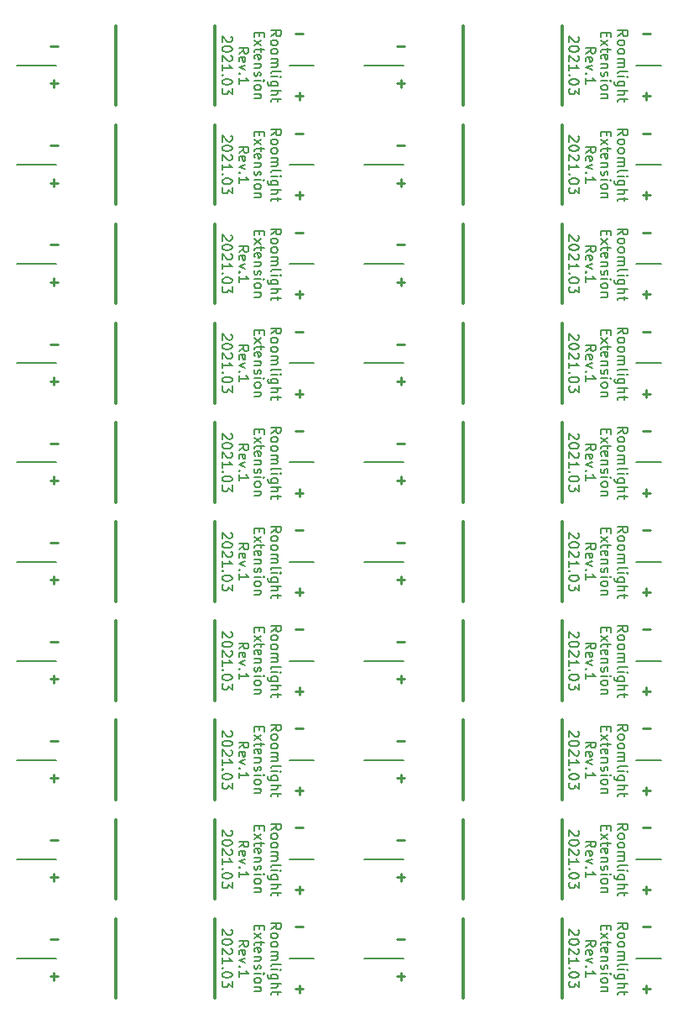
<source format=gto>
%TF.GenerationSoftware,KiCad,Pcbnew,(5.1.9)-1*%
%TF.CreationDate,2021-03-16T21:43:32+09:00*%
%TF.ProjectId,RoomLightExtensionBoard,526f6f6d-4c69-4676-9874-457874656e73,rev?*%
%TF.SameCoordinates,PX5c81a40PY7b06240*%
%TF.FileFunction,Legend,Top*%
%TF.FilePolarity,Positive*%
%FSLAX46Y46*%
G04 Gerber Fmt 4.6, Leading zero omitted, Abs format (unit mm)*
G04 Created by KiCad (PCBNEW (5.1.9)-1) date 2021-03-16 21:43:32*
%MOMM*%
%LPD*%
G01*
G04 APERTURE LIST*
%ADD10C,0.300000*%
%ADD11C,0.220000*%
%ADD12C,0.180000*%
%ADD13C,0.150000*%
%ADD14C,2.000000*%
%ADD15R,2.500000X1.200000*%
G04 APERTURE END LIST*
D10*
X61000000Y8000000D02*
X61000000Y0D01*
X26000000Y8000000D02*
X26000000Y0D01*
X61000000Y18000000D02*
X61000000Y10000000D01*
X26000000Y18000000D02*
X26000000Y10000000D01*
X61000000Y28000000D02*
X61000000Y20000000D01*
X26000000Y28000000D02*
X26000000Y20000000D01*
X61000000Y38000000D02*
X61000000Y30000000D01*
X26000000Y38000000D02*
X26000000Y30000000D01*
X61000000Y48000000D02*
X61000000Y40000000D01*
X26000000Y48000000D02*
X26000000Y40000000D01*
X61000000Y58000000D02*
X61000000Y50000000D01*
X26000000Y58000000D02*
X26000000Y50000000D01*
X61000000Y68000000D02*
X61000000Y60000000D01*
X26000000Y68000000D02*
X26000000Y60000000D01*
X61000000Y78000000D02*
X61000000Y70000000D01*
X26000000Y78000000D02*
X26000000Y70000000D01*
X61000000Y88000000D02*
X61000000Y80000000D01*
X26000000Y88000000D02*
X26000000Y80000000D01*
X61000000Y98000000D02*
X61000000Y90000000D01*
X51000000Y8000000D02*
X51000000Y0D01*
X16000000Y8000000D02*
X16000000Y0D01*
X51000000Y18000000D02*
X51000000Y10000000D01*
X16000000Y18000000D02*
X16000000Y10000000D01*
X51000000Y28000000D02*
X51000000Y20000000D01*
X16000000Y28000000D02*
X16000000Y20000000D01*
X51000000Y38000000D02*
X51000000Y30000000D01*
X16000000Y38000000D02*
X16000000Y30000000D01*
X51000000Y48000000D02*
X51000000Y40000000D01*
X16000000Y48000000D02*
X16000000Y40000000D01*
X51000000Y58000000D02*
X51000000Y50000000D01*
X16000000Y58000000D02*
X16000000Y50000000D01*
X51000000Y68000000D02*
X51000000Y60000000D01*
X16000000Y68000000D02*
X16000000Y60000000D01*
X51000000Y78000000D02*
X51000000Y70000000D01*
X16000000Y78000000D02*
X16000000Y70000000D01*
X51000000Y88000000D02*
X51000000Y80000000D01*
X16000000Y88000000D02*
X16000000Y80000000D01*
X51000000Y98000000D02*
X51000000Y90000000D01*
D11*
X44369047Y2178572D02*
X45130952Y2178572D01*
X44750000Y1797620D02*
X44750000Y2559524D01*
X9369047Y2178572D02*
X10130952Y2178572D01*
X9750000Y1797620D02*
X9750000Y2559524D01*
X44369047Y12178572D02*
X45130952Y12178572D01*
X44750000Y11797620D02*
X44750000Y12559524D01*
X9369047Y12178572D02*
X10130952Y12178572D01*
X9750000Y11797620D02*
X9750000Y12559524D01*
X44369047Y22178572D02*
X45130952Y22178572D01*
X44750000Y21797620D02*
X44750000Y22559524D01*
X9369047Y22178572D02*
X10130952Y22178572D01*
X9750000Y21797620D02*
X9750000Y22559524D01*
X44369047Y32178572D02*
X45130952Y32178572D01*
X44750000Y31797620D02*
X44750000Y32559524D01*
X9369047Y32178572D02*
X10130952Y32178572D01*
X9750000Y31797620D02*
X9750000Y32559524D01*
X44369047Y42178572D02*
X45130952Y42178572D01*
X44750000Y41797620D02*
X44750000Y42559524D01*
X9369047Y42178572D02*
X10130952Y42178572D01*
X9750000Y41797620D02*
X9750000Y42559524D01*
X44369047Y52178572D02*
X45130952Y52178572D01*
X44750000Y51797620D02*
X44750000Y52559524D01*
X9369047Y52178572D02*
X10130952Y52178572D01*
X9750000Y51797620D02*
X9750000Y52559524D01*
X44369047Y62178572D02*
X45130952Y62178572D01*
X44750000Y61797620D02*
X44750000Y62559524D01*
X9369047Y62178572D02*
X10130952Y62178572D01*
X9750000Y61797620D02*
X9750000Y62559524D01*
X44369047Y72178572D02*
X45130952Y72178572D01*
X44750000Y71797620D02*
X44750000Y72559524D01*
X9369047Y72178572D02*
X10130952Y72178572D01*
X9750000Y71797620D02*
X9750000Y72559524D01*
X44369047Y82178572D02*
X45130952Y82178572D01*
X44750000Y81797620D02*
X44750000Y82559524D01*
X9369047Y82178572D02*
X10130952Y82178572D01*
X9750000Y81797620D02*
X9750000Y82559524D01*
X44369047Y92178572D02*
X45130952Y92178572D01*
X44750000Y91797620D02*
X44750000Y92559524D01*
X69119047Y7178572D02*
X69880952Y7178572D01*
X34119047Y7178572D02*
X34880952Y7178572D01*
X69119047Y17178572D02*
X69880952Y17178572D01*
X34119047Y17178572D02*
X34880952Y17178572D01*
X69119047Y27178572D02*
X69880952Y27178572D01*
X34119047Y27178572D02*
X34880952Y27178572D01*
X69119047Y37178572D02*
X69880952Y37178572D01*
X34119047Y37178572D02*
X34880952Y37178572D01*
X69119047Y47178572D02*
X69880952Y47178572D01*
X34119047Y47178572D02*
X34880952Y47178572D01*
X69119047Y57178572D02*
X69880952Y57178572D01*
X34119047Y57178572D02*
X34880952Y57178572D01*
X69119047Y67178572D02*
X69880952Y67178572D01*
X34119047Y67178572D02*
X34880952Y67178572D01*
X69119047Y77178572D02*
X69880952Y77178572D01*
X34119047Y77178572D02*
X34880952Y77178572D01*
X69119047Y87178572D02*
X69880952Y87178572D01*
X34119047Y87178572D02*
X34880952Y87178572D01*
X69119047Y97178572D02*
X69880952Y97178572D01*
D12*
X66637619Y6952381D02*
X67113809Y7285715D01*
X66637619Y7523810D02*
X67637619Y7523810D01*
X67637619Y7142858D01*
X67590000Y7047620D01*
X67542380Y7000000D01*
X67447142Y6952381D01*
X67304285Y6952381D01*
X67209047Y7000000D01*
X67161428Y7047620D01*
X67113809Y7142858D01*
X67113809Y7523810D01*
X66637619Y6380953D02*
X66685238Y6476191D01*
X66732857Y6523810D01*
X66828095Y6571429D01*
X67113809Y6571429D01*
X67209047Y6523810D01*
X67256666Y6476191D01*
X67304285Y6380953D01*
X67304285Y6238096D01*
X67256666Y6142858D01*
X67209047Y6095239D01*
X67113809Y6047620D01*
X66828095Y6047620D01*
X66732857Y6095239D01*
X66685238Y6142858D01*
X66637619Y6238096D01*
X66637619Y6380953D01*
X66637619Y5476191D02*
X66685238Y5571429D01*
X66732857Y5619048D01*
X66828095Y5666667D01*
X67113809Y5666667D01*
X67209047Y5619048D01*
X67256666Y5571429D01*
X67304285Y5476191D01*
X67304285Y5333334D01*
X67256666Y5238096D01*
X67209047Y5190477D01*
X67113809Y5142858D01*
X66828095Y5142858D01*
X66732857Y5190477D01*
X66685238Y5238096D01*
X66637619Y5333334D01*
X66637619Y5476191D01*
X66637619Y4714286D02*
X67304285Y4714286D01*
X67209047Y4714286D02*
X67256666Y4666667D01*
X67304285Y4571429D01*
X67304285Y4428572D01*
X67256666Y4333334D01*
X67161428Y4285715D01*
X66637619Y4285715D01*
X67161428Y4285715D02*
X67256666Y4238096D01*
X67304285Y4142858D01*
X67304285Y4000000D01*
X67256666Y3904762D01*
X67161428Y3857143D01*
X66637619Y3857143D01*
X66637619Y3238096D02*
X66685238Y3333334D01*
X66780476Y3380953D01*
X67637619Y3380953D01*
X66637619Y2857143D02*
X67304285Y2857143D01*
X67637619Y2857143D02*
X67590000Y2904762D01*
X67542380Y2857143D01*
X67590000Y2809524D01*
X67637619Y2857143D01*
X67542380Y2857143D01*
X67304285Y1952381D02*
X66494761Y1952381D01*
X66399523Y2000001D01*
X66351904Y2047620D01*
X66304285Y2142858D01*
X66304285Y2285715D01*
X66351904Y2380953D01*
X66685238Y1952381D02*
X66637619Y2047620D01*
X66637619Y2238096D01*
X66685238Y2333334D01*
X66732857Y2380953D01*
X66828095Y2428572D01*
X67113809Y2428572D01*
X67209047Y2380953D01*
X67256666Y2333334D01*
X67304285Y2238096D01*
X67304285Y2047620D01*
X67256666Y1952381D01*
X66637619Y1476191D02*
X67637619Y1476191D01*
X66637619Y1047620D02*
X67161428Y1047620D01*
X67256666Y1095239D01*
X67304285Y1190477D01*
X67304285Y1333334D01*
X67256666Y1428572D01*
X67209047Y1476191D01*
X67304285Y714286D02*
X67304285Y333334D01*
X67637619Y571429D02*
X66780476Y571429D01*
X66685238Y523810D01*
X66637619Y428572D01*
X66637619Y333334D01*
X65481428Y7333334D02*
X65481428Y7000000D01*
X64957619Y6857143D02*
X64957619Y7333334D01*
X65957619Y7333334D01*
X65957619Y6857143D01*
X64957619Y6523810D02*
X65624285Y6000000D01*
X65624285Y6523810D02*
X64957619Y6000000D01*
X65624285Y5761905D02*
X65624285Y5380953D01*
X65957619Y5619048D02*
X65100476Y5619048D01*
X65005238Y5571429D01*
X64957619Y5476191D01*
X64957619Y5380953D01*
X65005238Y4666667D02*
X64957619Y4761905D01*
X64957619Y4952381D01*
X65005238Y5047620D01*
X65100476Y5095239D01*
X65481428Y5095239D01*
X65576666Y5047620D01*
X65624285Y4952381D01*
X65624285Y4761905D01*
X65576666Y4666667D01*
X65481428Y4619048D01*
X65386190Y4619048D01*
X65290952Y5095239D01*
X65624285Y4190477D02*
X64957619Y4190477D01*
X65529047Y4190477D02*
X65576666Y4142858D01*
X65624285Y4047620D01*
X65624285Y3904762D01*
X65576666Y3809524D01*
X65481428Y3761905D01*
X64957619Y3761905D01*
X65005238Y3333334D02*
X64957619Y3238096D01*
X64957619Y3047620D01*
X65005238Y2952381D01*
X65100476Y2904762D01*
X65148095Y2904762D01*
X65243333Y2952381D01*
X65290952Y3047620D01*
X65290952Y3190477D01*
X65338571Y3285715D01*
X65433809Y3333334D01*
X65481428Y3333334D01*
X65576666Y3285715D01*
X65624285Y3190477D01*
X65624285Y3047620D01*
X65576666Y2952381D01*
X64957619Y2476191D02*
X65624285Y2476191D01*
X65957619Y2476191D02*
X65910000Y2523810D01*
X65862380Y2476191D01*
X65910000Y2428572D01*
X65957619Y2476191D01*
X65862380Y2476191D01*
X64957619Y1857143D02*
X65005238Y1952381D01*
X65052857Y2000000D01*
X65148095Y2047620D01*
X65433809Y2047620D01*
X65529047Y2000000D01*
X65576666Y1952381D01*
X65624285Y1857143D01*
X65624285Y1714286D01*
X65576666Y1619048D01*
X65529047Y1571429D01*
X65433809Y1523810D01*
X65148095Y1523810D01*
X65052857Y1571429D01*
X65005238Y1619048D01*
X64957619Y1714286D01*
X64957619Y1857143D01*
X65624285Y1095239D02*
X64957619Y1095239D01*
X65529047Y1095239D02*
X65576666Y1047620D01*
X65624285Y952381D01*
X65624285Y809524D01*
X65576666Y714286D01*
X65481428Y666667D01*
X64957619Y666667D01*
X31637619Y6952381D02*
X32113809Y7285715D01*
X31637619Y7523810D02*
X32637619Y7523810D01*
X32637619Y7142858D01*
X32590000Y7047620D01*
X32542380Y7000000D01*
X32447142Y6952381D01*
X32304285Y6952381D01*
X32209047Y7000000D01*
X32161428Y7047620D01*
X32113809Y7142858D01*
X32113809Y7523810D01*
X31637619Y6380953D02*
X31685238Y6476191D01*
X31732857Y6523810D01*
X31828095Y6571429D01*
X32113809Y6571429D01*
X32209047Y6523810D01*
X32256666Y6476191D01*
X32304285Y6380953D01*
X32304285Y6238096D01*
X32256666Y6142858D01*
X32209047Y6095239D01*
X32113809Y6047620D01*
X31828095Y6047620D01*
X31732857Y6095239D01*
X31685238Y6142858D01*
X31637619Y6238096D01*
X31637619Y6380953D01*
X31637619Y5476191D02*
X31685238Y5571429D01*
X31732857Y5619048D01*
X31828095Y5666667D01*
X32113809Y5666667D01*
X32209047Y5619048D01*
X32256666Y5571429D01*
X32304285Y5476191D01*
X32304285Y5333334D01*
X32256666Y5238096D01*
X32209047Y5190477D01*
X32113809Y5142858D01*
X31828095Y5142858D01*
X31732857Y5190477D01*
X31685238Y5238096D01*
X31637619Y5333334D01*
X31637619Y5476191D01*
X31637619Y4714286D02*
X32304285Y4714286D01*
X32209047Y4714286D02*
X32256666Y4666667D01*
X32304285Y4571429D01*
X32304285Y4428572D01*
X32256666Y4333334D01*
X32161428Y4285715D01*
X31637619Y4285715D01*
X32161428Y4285715D02*
X32256666Y4238096D01*
X32304285Y4142858D01*
X32304285Y4000000D01*
X32256666Y3904762D01*
X32161428Y3857143D01*
X31637619Y3857143D01*
X31637619Y3238096D02*
X31685238Y3333334D01*
X31780476Y3380953D01*
X32637619Y3380953D01*
X31637619Y2857143D02*
X32304285Y2857143D01*
X32637619Y2857143D02*
X32590000Y2904762D01*
X32542380Y2857143D01*
X32590000Y2809524D01*
X32637619Y2857143D01*
X32542380Y2857143D01*
X32304285Y1952381D02*
X31494761Y1952381D01*
X31399523Y2000000D01*
X31351904Y2047620D01*
X31304285Y2142858D01*
X31304285Y2285715D01*
X31351904Y2380953D01*
X31685238Y1952381D02*
X31637619Y2047620D01*
X31637619Y2238096D01*
X31685238Y2333334D01*
X31732857Y2380953D01*
X31828095Y2428572D01*
X32113809Y2428572D01*
X32209047Y2380953D01*
X32256666Y2333334D01*
X32304285Y2238096D01*
X32304285Y2047620D01*
X32256666Y1952381D01*
X31637619Y1476191D02*
X32637619Y1476191D01*
X31637619Y1047620D02*
X32161428Y1047620D01*
X32256666Y1095239D01*
X32304285Y1190477D01*
X32304285Y1333334D01*
X32256666Y1428572D01*
X32209047Y1476191D01*
X32304285Y714286D02*
X32304285Y333334D01*
X32637619Y571429D02*
X31780476Y571429D01*
X31685238Y523810D01*
X31637619Y428572D01*
X31637619Y333334D01*
X30481428Y7333334D02*
X30481428Y7000000D01*
X29957619Y6857143D02*
X29957619Y7333334D01*
X30957619Y7333334D01*
X30957619Y6857143D01*
X29957619Y6523810D02*
X30624285Y6000000D01*
X30624285Y6523810D02*
X29957619Y6000000D01*
X30624285Y5761905D02*
X30624285Y5380953D01*
X30957619Y5619048D02*
X30100476Y5619048D01*
X30005238Y5571429D01*
X29957619Y5476191D01*
X29957619Y5380953D01*
X30005238Y4666667D02*
X29957619Y4761905D01*
X29957619Y4952381D01*
X30005238Y5047620D01*
X30100476Y5095239D01*
X30481428Y5095239D01*
X30576666Y5047620D01*
X30624285Y4952381D01*
X30624285Y4761905D01*
X30576666Y4666667D01*
X30481428Y4619048D01*
X30386190Y4619048D01*
X30290952Y5095239D01*
X30624285Y4190477D02*
X29957619Y4190477D01*
X30529047Y4190477D02*
X30576666Y4142858D01*
X30624285Y4047620D01*
X30624285Y3904762D01*
X30576666Y3809524D01*
X30481428Y3761905D01*
X29957619Y3761905D01*
X30005238Y3333334D02*
X29957619Y3238096D01*
X29957619Y3047620D01*
X30005238Y2952381D01*
X30100476Y2904762D01*
X30148095Y2904762D01*
X30243333Y2952381D01*
X30290952Y3047620D01*
X30290952Y3190477D01*
X30338571Y3285715D01*
X30433809Y3333334D01*
X30481428Y3333334D01*
X30576666Y3285715D01*
X30624285Y3190477D01*
X30624285Y3047620D01*
X30576666Y2952381D01*
X29957619Y2476191D02*
X30624285Y2476191D01*
X30957619Y2476191D02*
X30910000Y2523810D01*
X30862380Y2476191D01*
X30910000Y2428572D01*
X30957619Y2476191D01*
X30862380Y2476191D01*
X29957619Y1857143D02*
X30005238Y1952381D01*
X30052857Y2000000D01*
X30148095Y2047620D01*
X30433809Y2047620D01*
X30529047Y2000000D01*
X30576666Y1952381D01*
X30624285Y1857143D01*
X30624285Y1714286D01*
X30576666Y1619048D01*
X30529047Y1571429D01*
X30433809Y1523810D01*
X30148095Y1523810D01*
X30052857Y1571429D01*
X30005238Y1619048D01*
X29957619Y1714286D01*
X29957619Y1857143D01*
X30624285Y1095239D02*
X29957619Y1095239D01*
X30529047Y1095239D02*
X30576666Y1047620D01*
X30624285Y952381D01*
X30624285Y809524D01*
X30576666Y714286D01*
X30481428Y666667D01*
X29957619Y666667D01*
X66637619Y16952381D02*
X67113809Y17285715D01*
X66637619Y17523810D02*
X67637619Y17523810D01*
X67637619Y17142858D01*
X67590000Y17047620D01*
X67542380Y17000000D01*
X67447142Y16952381D01*
X67304285Y16952381D01*
X67209047Y17000000D01*
X67161428Y17047620D01*
X67113809Y17142858D01*
X67113809Y17523810D01*
X66637619Y16380953D02*
X66685238Y16476191D01*
X66732857Y16523810D01*
X66828095Y16571429D01*
X67113809Y16571429D01*
X67209047Y16523810D01*
X67256666Y16476191D01*
X67304285Y16380953D01*
X67304285Y16238096D01*
X67256666Y16142858D01*
X67209047Y16095239D01*
X67113809Y16047620D01*
X66828095Y16047620D01*
X66732857Y16095239D01*
X66685238Y16142858D01*
X66637619Y16238096D01*
X66637619Y16380953D01*
X66637619Y15476191D02*
X66685238Y15571429D01*
X66732857Y15619048D01*
X66828095Y15666667D01*
X67113809Y15666667D01*
X67209047Y15619048D01*
X67256666Y15571429D01*
X67304285Y15476191D01*
X67304285Y15333334D01*
X67256666Y15238096D01*
X67209047Y15190477D01*
X67113809Y15142858D01*
X66828095Y15142858D01*
X66732857Y15190477D01*
X66685238Y15238096D01*
X66637619Y15333334D01*
X66637619Y15476191D01*
X66637619Y14714286D02*
X67304285Y14714286D01*
X67209047Y14714286D02*
X67256666Y14666667D01*
X67304285Y14571429D01*
X67304285Y14428572D01*
X67256666Y14333334D01*
X67161428Y14285715D01*
X66637619Y14285715D01*
X67161428Y14285715D02*
X67256666Y14238096D01*
X67304285Y14142858D01*
X67304285Y14000000D01*
X67256666Y13904762D01*
X67161428Y13857143D01*
X66637619Y13857143D01*
X66637619Y13238096D02*
X66685238Y13333334D01*
X66780476Y13380953D01*
X67637619Y13380953D01*
X66637619Y12857143D02*
X67304285Y12857143D01*
X67637619Y12857143D02*
X67590000Y12904762D01*
X67542380Y12857143D01*
X67590000Y12809524D01*
X67637619Y12857143D01*
X67542380Y12857143D01*
X67304285Y11952381D02*
X66494761Y11952381D01*
X66399523Y12000001D01*
X66351904Y12047620D01*
X66304285Y12142858D01*
X66304285Y12285715D01*
X66351904Y12380953D01*
X66685238Y11952381D02*
X66637619Y12047620D01*
X66637619Y12238096D01*
X66685238Y12333334D01*
X66732857Y12380953D01*
X66828095Y12428572D01*
X67113809Y12428572D01*
X67209047Y12380953D01*
X67256666Y12333334D01*
X67304285Y12238096D01*
X67304285Y12047620D01*
X67256666Y11952381D01*
X66637619Y11476191D02*
X67637619Y11476191D01*
X66637619Y11047620D02*
X67161428Y11047620D01*
X67256666Y11095239D01*
X67304285Y11190477D01*
X67304285Y11333334D01*
X67256666Y11428572D01*
X67209047Y11476191D01*
X67304285Y10714286D02*
X67304285Y10333334D01*
X67637619Y10571429D02*
X66780476Y10571429D01*
X66685238Y10523810D01*
X66637619Y10428572D01*
X66637619Y10333334D01*
X65481428Y17333334D02*
X65481428Y17000000D01*
X64957619Y16857143D02*
X64957619Y17333334D01*
X65957619Y17333334D01*
X65957619Y16857143D01*
X64957619Y16523810D02*
X65624285Y16000000D01*
X65624285Y16523810D02*
X64957619Y16000000D01*
X65624285Y15761905D02*
X65624285Y15380953D01*
X65957619Y15619048D02*
X65100476Y15619048D01*
X65005238Y15571429D01*
X64957619Y15476191D01*
X64957619Y15380953D01*
X65005238Y14666667D02*
X64957619Y14761905D01*
X64957619Y14952381D01*
X65005238Y15047620D01*
X65100476Y15095239D01*
X65481428Y15095239D01*
X65576666Y15047620D01*
X65624285Y14952381D01*
X65624285Y14761905D01*
X65576666Y14666667D01*
X65481428Y14619048D01*
X65386190Y14619048D01*
X65290952Y15095239D01*
X65624285Y14190477D02*
X64957619Y14190477D01*
X65529047Y14190477D02*
X65576666Y14142858D01*
X65624285Y14047620D01*
X65624285Y13904762D01*
X65576666Y13809524D01*
X65481428Y13761905D01*
X64957619Y13761905D01*
X65005238Y13333334D02*
X64957619Y13238096D01*
X64957619Y13047620D01*
X65005238Y12952381D01*
X65100476Y12904762D01*
X65148095Y12904762D01*
X65243333Y12952381D01*
X65290952Y13047620D01*
X65290952Y13190477D01*
X65338571Y13285715D01*
X65433809Y13333334D01*
X65481428Y13333334D01*
X65576666Y13285715D01*
X65624285Y13190477D01*
X65624285Y13047620D01*
X65576666Y12952381D01*
X64957619Y12476191D02*
X65624285Y12476191D01*
X65957619Y12476191D02*
X65910000Y12523810D01*
X65862380Y12476191D01*
X65910000Y12428572D01*
X65957619Y12476191D01*
X65862380Y12476191D01*
X64957619Y11857143D02*
X65005238Y11952381D01*
X65052857Y12000000D01*
X65148095Y12047620D01*
X65433809Y12047620D01*
X65529047Y12000000D01*
X65576666Y11952381D01*
X65624285Y11857143D01*
X65624285Y11714286D01*
X65576666Y11619048D01*
X65529047Y11571429D01*
X65433809Y11523810D01*
X65148095Y11523810D01*
X65052857Y11571429D01*
X65005238Y11619048D01*
X64957619Y11714286D01*
X64957619Y11857143D01*
X65624285Y11095239D02*
X64957619Y11095239D01*
X65529047Y11095239D02*
X65576666Y11047620D01*
X65624285Y10952381D01*
X65624285Y10809524D01*
X65576666Y10714286D01*
X65481428Y10666667D01*
X64957619Y10666667D01*
X31637619Y16952381D02*
X32113809Y17285715D01*
X31637619Y17523810D02*
X32637619Y17523810D01*
X32637619Y17142858D01*
X32590000Y17047620D01*
X32542380Y17000000D01*
X32447142Y16952381D01*
X32304285Y16952381D01*
X32209047Y17000000D01*
X32161428Y17047620D01*
X32113809Y17142858D01*
X32113809Y17523810D01*
X31637619Y16380953D02*
X31685238Y16476191D01*
X31732857Y16523810D01*
X31828095Y16571429D01*
X32113809Y16571429D01*
X32209047Y16523810D01*
X32256666Y16476191D01*
X32304285Y16380953D01*
X32304285Y16238096D01*
X32256666Y16142858D01*
X32209047Y16095239D01*
X32113809Y16047620D01*
X31828095Y16047620D01*
X31732857Y16095239D01*
X31685238Y16142858D01*
X31637619Y16238096D01*
X31637619Y16380953D01*
X31637619Y15476191D02*
X31685238Y15571429D01*
X31732857Y15619048D01*
X31828095Y15666667D01*
X32113809Y15666667D01*
X32209047Y15619048D01*
X32256666Y15571429D01*
X32304285Y15476191D01*
X32304285Y15333334D01*
X32256666Y15238096D01*
X32209047Y15190477D01*
X32113809Y15142858D01*
X31828095Y15142858D01*
X31732857Y15190477D01*
X31685238Y15238096D01*
X31637619Y15333334D01*
X31637619Y15476191D01*
X31637619Y14714286D02*
X32304285Y14714286D01*
X32209047Y14714286D02*
X32256666Y14666667D01*
X32304285Y14571429D01*
X32304285Y14428572D01*
X32256666Y14333334D01*
X32161428Y14285715D01*
X31637619Y14285715D01*
X32161428Y14285715D02*
X32256666Y14238096D01*
X32304285Y14142858D01*
X32304285Y14000000D01*
X32256666Y13904762D01*
X32161428Y13857143D01*
X31637619Y13857143D01*
X31637619Y13238096D02*
X31685238Y13333334D01*
X31780476Y13380953D01*
X32637619Y13380953D01*
X31637619Y12857143D02*
X32304285Y12857143D01*
X32637619Y12857143D02*
X32590000Y12904762D01*
X32542380Y12857143D01*
X32590000Y12809524D01*
X32637619Y12857143D01*
X32542380Y12857143D01*
X32304285Y11952381D02*
X31494761Y11952381D01*
X31399523Y12000000D01*
X31351904Y12047620D01*
X31304285Y12142858D01*
X31304285Y12285715D01*
X31351904Y12380953D01*
X31685238Y11952381D02*
X31637619Y12047620D01*
X31637619Y12238096D01*
X31685238Y12333334D01*
X31732857Y12380953D01*
X31828095Y12428572D01*
X32113809Y12428572D01*
X32209047Y12380953D01*
X32256666Y12333334D01*
X32304285Y12238096D01*
X32304285Y12047620D01*
X32256666Y11952381D01*
X31637619Y11476191D02*
X32637619Y11476191D01*
X31637619Y11047620D02*
X32161428Y11047620D01*
X32256666Y11095239D01*
X32304285Y11190477D01*
X32304285Y11333334D01*
X32256666Y11428572D01*
X32209047Y11476191D01*
X32304285Y10714286D02*
X32304285Y10333334D01*
X32637619Y10571429D02*
X31780476Y10571429D01*
X31685238Y10523810D01*
X31637619Y10428572D01*
X31637619Y10333334D01*
X30481428Y17333334D02*
X30481428Y17000000D01*
X29957619Y16857143D02*
X29957619Y17333334D01*
X30957619Y17333334D01*
X30957619Y16857143D01*
X29957619Y16523810D02*
X30624285Y16000000D01*
X30624285Y16523810D02*
X29957619Y16000000D01*
X30624285Y15761905D02*
X30624285Y15380953D01*
X30957619Y15619048D02*
X30100476Y15619048D01*
X30005238Y15571429D01*
X29957619Y15476191D01*
X29957619Y15380953D01*
X30005238Y14666667D02*
X29957619Y14761905D01*
X29957619Y14952381D01*
X30005238Y15047620D01*
X30100476Y15095239D01*
X30481428Y15095239D01*
X30576666Y15047620D01*
X30624285Y14952381D01*
X30624285Y14761905D01*
X30576666Y14666667D01*
X30481428Y14619048D01*
X30386190Y14619048D01*
X30290952Y15095239D01*
X30624285Y14190477D02*
X29957619Y14190477D01*
X30529047Y14190477D02*
X30576666Y14142858D01*
X30624285Y14047620D01*
X30624285Y13904762D01*
X30576666Y13809524D01*
X30481428Y13761905D01*
X29957619Y13761905D01*
X30005238Y13333334D02*
X29957619Y13238096D01*
X29957619Y13047620D01*
X30005238Y12952381D01*
X30100476Y12904762D01*
X30148095Y12904762D01*
X30243333Y12952381D01*
X30290952Y13047620D01*
X30290952Y13190477D01*
X30338571Y13285715D01*
X30433809Y13333334D01*
X30481428Y13333334D01*
X30576666Y13285715D01*
X30624285Y13190477D01*
X30624285Y13047620D01*
X30576666Y12952381D01*
X29957619Y12476191D02*
X30624285Y12476191D01*
X30957619Y12476191D02*
X30910000Y12523810D01*
X30862380Y12476191D01*
X30910000Y12428572D01*
X30957619Y12476191D01*
X30862380Y12476191D01*
X29957619Y11857143D02*
X30005238Y11952381D01*
X30052857Y12000000D01*
X30148095Y12047620D01*
X30433809Y12047620D01*
X30529047Y12000000D01*
X30576666Y11952381D01*
X30624285Y11857143D01*
X30624285Y11714286D01*
X30576666Y11619048D01*
X30529047Y11571429D01*
X30433809Y11523810D01*
X30148095Y11523810D01*
X30052857Y11571429D01*
X30005238Y11619048D01*
X29957619Y11714286D01*
X29957619Y11857143D01*
X30624285Y11095239D02*
X29957619Y11095239D01*
X30529047Y11095239D02*
X30576666Y11047620D01*
X30624285Y10952381D01*
X30624285Y10809524D01*
X30576666Y10714286D01*
X30481428Y10666667D01*
X29957619Y10666667D01*
X66637619Y26952381D02*
X67113809Y27285715D01*
X66637619Y27523810D02*
X67637619Y27523810D01*
X67637619Y27142858D01*
X67590000Y27047620D01*
X67542380Y27000000D01*
X67447142Y26952381D01*
X67304285Y26952381D01*
X67209047Y27000000D01*
X67161428Y27047620D01*
X67113809Y27142858D01*
X67113809Y27523810D01*
X66637619Y26380953D02*
X66685238Y26476191D01*
X66732857Y26523810D01*
X66828095Y26571429D01*
X67113809Y26571429D01*
X67209047Y26523810D01*
X67256666Y26476191D01*
X67304285Y26380953D01*
X67304285Y26238096D01*
X67256666Y26142858D01*
X67209047Y26095239D01*
X67113809Y26047620D01*
X66828095Y26047620D01*
X66732857Y26095239D01*
X66685238Y26142858D01*
X66637619Y26238096D01*
X66637619Y26380953D01*
X66637619Y25476191D02*
X66685238Y25571429D01*
X66732857Y25619048D01*
X66828095Y25666667D01*
X67113809Y25666667D01*
X67209047Y25619048D01*
X67256666Y25571429D01*
X67304285Y25476191D01*
X67304285Y25333334D01*
X67256666Y25238096D01*
X67209047Y25190477D01*
X67113809Y25142858D01*
X66828095Y25142858D01*
X66732857Y25190477D01*
X66685238Y25238096D01*
X66637619Y25333334D01*
X66637619Y25476191D01*
X66637619Y24714286D02*
X67304285Y24714286D01*
X67209047Y24714286D02*
X67256666Y24666667D01*
X67304285Y24571429D01*
X67304285Y24428572D01*
X67256666Y24333334D01*
X67161428Y24285715D01*
X66637619Y24285715D01*
X67161428Y24285715D02*
X67256666Y24238096D01*
X67304285Y24142858D01*
X67304285Y24000000D01*
X67256666Y23904762D01*
X67161428Y23857143D01*
X66637619Y23857143D01*
X66637619Y23238096D02*
X66685238Y23333334D01*
X66780476Y23380953D01*
X67637619Y23380953D01*
X66637619Y22857143D02*
X67304285Y22857143D01*
X67637619Y22857143D02*
X67590000Y22904762D01*
X67542380Y22857143D01*
X67590000Y22809524D01*
X67637619Y22857143D01*
X67542380Y22857143D01*
X67304285Y21952381D02*
X66494761Y21952381D01*
X66399523Y22000001D01*
X66351904Y22047620D01*
X66304285Y22142858D01*
X66304285Y22285715D01*
X66351904Y22380953D01*
X66685238Y21952381D02*
X66637619Y22047620D01*
X66637619Y22238096D01*
X66685238Y22333334D01*
X66732857Y22380953D01*
X66828095Y22428572D01*
X67113809Y22428572D01*
X67209047Y22380953D01*
X67256666Y22333334D01*
X67304285Y22238096D01*
X67304285Y22047620D01*
X67256666Y21952381D01*
X66637619Y21476191D02*
X67637619Y21476191D01*
X66637619Y21047620D02*
X67161428Y21047620D01*
X67256666Y21095239D01*
X67304285Y21190477D01*
X67304285Y21333334D01*
X67256666Y21428572D01*
X67209047Y21476191D01*
X67304285Y20714286D02*
X67304285Y20333334D01*
X67637619Y20571429D02*
X66780476Y20571429D01*
X66685238Y20523810D01*
X66637619Y20428572D01*
X66637619Y20333334D01*
X65481428Y27333334D02*
X65481428Y27000000D01*
X64957619Y26857143D02*
X64957619Y27333334D01*
X65957619Y27333334D01*
X65957619Y26857143D01*
X64957619Y26523810D02*
X65624285Y26000000D01*
X65624285Y26523810D02*
X64957619Y26000000D01*
X65624285Y25761905D02*
X65624285Y25380953D01*
X65957619Y25619048D02*
X65100476Y25619048D01*
X65005238Y25571429D01*
X64957619Y25476191D01*
X64957619Y25380953D01*
X65005238Y24666667D02*
X64957619Y24761905D01*
X64957619Y24952381D01*
X65005238Y25047620D01*
X65100476Y25095239D01*
X65481428Y25095239D01*
X65576666Y25047620D01*
X65624285Y24952381D01*
X65624285Y24761905D01*
X65576666Y24666667D01*
X65481428Y24619048D01*
X65386190Y24619048D01*
X65290952Y25095239D01*
X65624285Y24190477D02*
X64957619Y24190477D01*
X65529047Y24190477D02*
X65576666Y24142858D01*
X65624285Y24047620D01*
X65624285Y23904762D01*
X65576666Y23809524D01*
X65481428Y23761905D01*
X64957619Y23761905D01*
X65005238Y23333334D02*
X64957619Y23238096D01*
X64957619Y23047620D01*
X65005238Y22952381D01*
X65100476Y22904762D01*
X65148095Y22904762D01*
X65243333Y22952381D01*
X65290952Y23047620D01*
X65290952Y23190477D01*
X65338571Y23285715D01*
X65433809Y23333334D01*
X65481428Y23333334D01*
X65576666Y23285715D01*
X65624285Y23190477D01*
X65624285Y23047620D01*
X65576666Y22952381D01*
X64957619Y22476191D02*
X65624285Y22476191D01*
X65957619Y22476191D02*
X65910000Y22523810D01*
X65862380Y22476191D01*
X65910000Y22428572D01*
X65957619Y22476191D01*
X65862380Y22476191D01*
X64957619Y21857143D02*
X65005238Y21952381D01*
X65052857Y22000000D01*
X65148095Y22047620D01*
X65433809Y22047620D01*
X65529047Y22000000D01*
X65576666Y21952381D01*
X65624285Y21857143D01*
X65624285Y21714286D01*
X65576666Y21619048D01*
X65529047Y21571429D01*
X65433809Y21523810D01*
X65148095Y21523810D01*
X65052857Y21571429D01*
X65005238Y21619048D01*
X64957619Y21714286D01*
X64957619Y21857143D01*
X65624285Y21095239D02*
X64957619Y21095239D01*
X65529047Y21095239D02*
X65576666Y21047620D01*
X65624285Y20952381D01*
X65624285Y20809524D01*
X65576666Y20714286D01*
X65481428Y20666667D01*
X64957619Y20666667D01*
X31637619Y26952381D02*
X32113809Y27285715D01*
X31637619Y27523810D02*
X32637619Y27523810D01*
X32637619Y27142858D01*
X32590000Y27047620D01*
X32542380Y27000000D01*
X32447142Y26952381D01*
X32304285Y26952381D01*
X32209047Y27000000D01*
X32161428Y27047620D01*
X32113809Y27142858D01*
X32113809Y27523810D01*
X31637619Y26380953D02*
X31685238Y26476191D01*
X31732857Y26523810D01*
X31828095Y26571429D01*
X32113809Y26571429D01*
X32209047Y26523810D01*
X32256666Y26476191D01*
X32304285Y26380953D01*
X32304285Y26238096D01*
X32256666Y26142858D01*
X32209047Y26095239D01*
X32113809Y26047620D01*
X31828095Y26047620D01*
X31732857Y26095239D01*
X31685238Y26142858D01*
X31637619Y26238096D01*
X31637619Y26380953D01*
X31637619Y25476191D02*
X31685238Y25571429D01*
X31732857Y25619048D01*
X31828095Y25666667D01*
X32113809Y25666667D01*
X32209047Y25619048D01*
X32256666Y25571429D01*
X32304285Y25476191D01*
X32304285Y25333334D01*
X32256666Y25238096D01*
X32209047Y25190477D01*
X32113809Y25142858D01*
X31828095Y25142858D01*
X31732857Y25190477D01*
X31685238Y25238096D01*
X31637619Y25333334D01*
X31637619Y25476191D01*
X31637619Y24714286D02*
X32304285Y24714286D01*
X32209047Y24714286D02*
X32256666Y24666667D01*
X32304285Y24571429D01*
X32304285Y24428572D01*
X32256666Y24333334D01*
X32161428Y24285715D01*
X31637619Y24285715D01*
X32161428Y24285715D02*
X32256666Y24238096D01*
X32304285Y24142858D01*
X32304285Y24000000D01*
X32256666Y23904762D01*
X32161428Y23857143D01*
X31637619Y23857143D01*
X31637619Y23238096D02*
X31685238Y23333334D01*
X31780476Y23380953D01*
X32637619Y23380953D01*
X31637619Y22857143D02*
X32304285Y22857143D01*
X32637619Y22857143D02*
X32590000Y22904762D01*
X32542380Y22857143D01*
X32590000Y22809524D01*
X32637619Y22857143D01*
X32542380Y22857143D01*
X32304285Y21952381D02*
X31494761Y21952381D01*
X31399523Y22000000D01*
X31351904Y22047620D01*
X31304285Y22142858D01*
X31304285Y22285715D01*
X31351904Y22380953D01*
X31685238Y21952381D02*
X31637619Y22047620D01*
X31637619Y22238096D01*
X31685238Y22333334D01*
X31732857Y22380953D01*
X31828095Y22428572D01*
X32113809Y22428572D01*
X32209047Y22380953D01*
X32256666Y22333334D01*
X32304285Y22238096D01*
X32304285Y22047620D01*
X32256666Y21952381D01*
X31637619Y21476191D02*
X32637619Y21476191D01*
X31637619Y21047620D02*
X32161428Y21047620D01*
X32256666Y21095239D01*
X32304285Y21190477D01*
X32304285Y21333334D01*
X32256666Y21428572D01*
X32209047Y21476191D01*
X32304285Y20714286D02*
X32304285Y20333334D01*
X32637619Y20571429D02*
X31780476Y20571429D01*
X31685238Y20523810D01*
X31637619Y20428572D01*
X31637619Y20333334D01*
X30481428Y27333334D02*
X30481428Y27000000D01*
X29957619Y26857143D02*
X29957619Y27333334D01*
X30957619Y27333334D01*
X30957619Y26857143D01*
X29957619Y26523810D02*
X30624285Y26000000D01*
X30624285Y26523810D02*
X29957619Y26000000D01*
X30624285Y25761905D02*
X30624285Y25380953D01*
X30957619Y25619048D02*
X30100476Y25619048D01*
X30005238Y25571429D01*
X29957619Y25476191D01*
X29957619Y25380953D01*
X30005238Y24666667D02*
X29957619Y24761905D01*
X29957619Y24952381D01*
X30005238Y25047620D01*
X30100476Y25095239D01*
X30481428Y25095239D01*
X30576666Y25047620D01*
X30624285Y24952381D01*
X30624285Y24761905D01*
X30576666Y24666667D01*
X30481428Y24619048D01*
X30386190Y24619048D01*
X30290952Y25095239D01*
X30624285Y24190477D02*
X29957619Y24190477D01*
X30529047Y24190477D02*
X30576666Y24142858D01*
X30624285Y24047620D01*
X30624285Y23904762D01*
X30576666Y23809524D01*
X30481428Y23761905D01*
X29957619Y23761905D01*
X30005238Y23333334D02*
X29957619Y23238096D01*
X29957619Y23047620D01*
X30005238Y22952381D01*
X30100476Y22904762D01*
X30148095Y22904762D01*
X30243333Y22952381D01*
X30290952Y23047620D01*
X30290952Y23190477D01*
X30338571Y23285715D01*
X30433809Y23333334D01*
X30481428Y23333334D01*
X30576666Y23285715D01*
X30624285Y23190477D01*
X30624285Y23047620D01*
X30576666Y22952381D01*
X29957619Y22476191D02*
X30624285Y22476191D01*
X30957619Y22476191D02*
X30910000Y22523810D01*
X30862380Y22476191D01*
X30910000Y22428572D01*
X30957619Y22476191D01*
X30862380Y22476191D01*
X29957619Y21857143D02*
X30005238Y21952381D01*
X30052857Y22000000D01*
X30148095Y22047620D01*
X30433809Y22047620D01*
X30529047Y22000000D01*
X30576666Y21952381D01*
X30624285Y21857143D01*
X30624285Y21714286D01*
X30576666Y21619048D01*
X30529047Y21571429D01*
X30433809Y21523810D01*
X30148095Y21523810D01*
X30052857Y21571429D01*
X30005238Y21619048D01*
X29957619Y21714286D01*
X29957619Y21857143D01*
X30624285Y21095239D02*
X29957619Y21095239D01*
X30529047Y21095239D02*
X30576666Y21047620D01*
X30624285Y20952381D01*
X30624285Y20809524D01*
X30576666Y20714286D01*
X30481428Y20666667D01*
X29957619Y20666667D01*
X66637619Y36952381D02*
X67113809Y37285715D01*
X66637619Y37523810D02*
X67637619Y37523810D01*
X67637619Y37142858D01*
X67590000Y37047620D01*
X67542380Y37000000D01*
X67447142Y36952381D01*
X67304285Y36952381D01*
X67209047Y37000000D01*
X67161428Y37047620D01*
X67113809Y37142858D01*
X67113809Y37523810D01*
X66637619Y36380953D02*
X66685238Y36476191D01*
X66732857Y36523810D01*
X66828095Y36571429D01*
X67113809Y36571429D01*
X67209047Y36523810D01*
X67256666Y36476191D01*
X67304285Y36380953D01*
X67304285Y36238096D01*
X67256666Y36142858D01*
X67209047Y36095239D01*
X67113809Y36047620D01*
X66828095Y36047620D01*
X66732857Y36095239D01*
X66685238Y36142858D01*
X66637619Y36238096D01*
X66637619Y36380953D01*
X66637619Y35476191D02*
X66685238Y35571429D01*
X66732857Y35619048D01*
X66828095Y35666667D01*
X67113809Y35666667D01*
X67209047Y35619048D01*
X67256666Y35571429D01*
X67304285Y35476191D01*
X67304285Y35333334D01*
X67256666Y35238096D01*
X67209047Y35190477D01*
X67113809Y35142858D01*
X66828095Y35142858D01*
X66732857Y35190477D01*
X66685238Y35238096D01*
X66637619Y35333334D01*
X66637619Y35476191D01*
X66637619Y34714286D02*
X67304285Y34714286D01*
X67209047Y34714286D02*
X67256666Y34666667D01*
X67304285Y34571429D01*
X67304285Y34428572D01*
X67256666Y34333334D01*
X67161428Y34285715D01*
X66637619Y34285715D01*
X67161428Y34285715D02*
X67256666Y34238096D01*
X67304285Y34142858D01*
X67304285Y34000000D01*
X67256666Y33904762D01*
X67161428Y33857143D01*
X66637619Y33857143D01*
X66637619Y33238096D02*
X66685238Y33333334D01*
X66780476Y33380953D01*
X67637619Y33380953D01*
X66637619Y32857143D02*
X67304285Y32857143D01*
X67637619Y32857143D02*
X67590000Y32904762D01*
X67542380Y32857143D01*
X67590000Y32809524D01*
X67637619Y32857143D01*
X67542380Y32857143D01*
X67304285Y31952381D02*
X66494761Y31952381D01*
X66399523Y32000001D01*
X66351904Y32047620D01*
X66304285Y32142858D01*
X66304285Y32285715D01*
X66351904Y32380953D01*
X66685238Y31952381D02*
X66637619Y32047620D01*
X66637619Y32238096D01*
X66685238Y32333334D01*
X66732857Y32380953D01*
X66828095Y32428572D01*
X67113809Y32428572D01*
X67209047Y32380953D01*
X67256666Y32333334D01*
X67304285Y32238096D01*
X67304285Y32047620D01*
X67256666Y31952381D01*
X66637619Y31476191D02*
X67637619Y31476191D01*
X66637619Y31047620D02*
X67161428Y31047620D01*
X67256666Y31095239D01*
X67304285Y31190477D01*
X67304285Y31333334D01*
X67256666Y31428572D01*
X67209047Y31476191D01*
X67304285Y30714286D02*
X67304285Y30333334D01*
X67637619Y30571429D02*
X66780476Y30571429D01*
X66685238Y30523810D01*
X66637619Y30428572D01*
X66637619Y30333334D01*
X65481428Y37333334D02*
X65481428Y37000000D01*
X64957619Y36857143D02*
X64957619Y37333334D01*
X65957619Y37333334D01*
X65957619Y36857143D01*
X64957619Y36523810D02*
X65624285Y36000000D01*
X65624285Y36523810D02*
X64957619Y36000000D01*
X65624285Y35761905D02*
X65624285Y35380953D01*
X65957619Y35619048D02*
X65100476Y35619048D01*
X65005238Y35571429D01*
X64957619Y35476191D01*
X64957619Y35380953D01*
X65005238Y34666667D02*
X64957619Y34761905D01*
X64957619Y34952381D01*
X65005238Y35047620D01*
X65100476Y35095239D01*
X65481428Y35095239D01*
X65576666Y35047620D01*
X65624285Y34952381D01*
X65624285Y34761905D01*
X65576666Y34666667D01*
X65481428Y34619048D01*
X65386190Y34619048D01*
X65290952Y35095239D01*
X65624285Y34190477D02*
X64957619Y34190477D01*
X65529047Y34190477D02*
X65576666Y34142858D01*
X65624285Y34047620D01*
X65624285Y33904762D01*
X65576666Y33809524D01*
X65481428Y33761905D01*
X64957619Y33761905D01*
X65005238Y33333334D02*
X64957619Y33238096D01*
X64957619Y33047620D01*
X65005238Y32952381D01*
X65100476Y32904762D01*
X65148095Y32904762D01*
X65243333Y32952381D01*
X65290952Y33047620D01*
X65290952Y33190477D01*
X65338571Y33285715D01*
X65433809Y33333334D01*
X65481428Y33333334D01*
X65576666Y33285715D01*
X65624285Y33190477D01*
X65624285Y33047620D01*
X65576666Y32952381D01*
X64957619Y32476191D02*
X65624285Y32476191D01*
X65957619Y32476191D02*
X65910000Y32523810D01*
X65862380Y32476191D01*
X65910000Y32428572D01*
X65957619Y32476191D01*
X65862380Y32476191D01*
X64957619Y31857143D02*
X65005238Y31952381D01*
X65052857Y32000000D01*
X65148095Y32047620D01*
X65433809Y32047620D01*
X65529047Y32000000D01*
X65576666Y31952381D01*
X65624285Y31857143D01*
X65624285Y31714286D01*
X65576666Y31619048D01*
X65529047Y31571429D01*
X65433809Y31523810D01*
X65148095Y31523810D01*
X65052857Y31571429D01*
X65005238Y31619048D01*
X64957619Y31714286D01*
X64957619Y31857143D01*
X65624285Y31095239D02*
X64957619Y31095239D01*
X65529047Y31095239D02*
X65576666Y31047620D01*
X65624285Y30952381D01*
X65624285Y30809524D01*
X65576666Y30714286D01*
X65481428Y30666667D01*
X64957619Y30666667D01*
X31637619Y36952381D02*
X32113809Y37285715D01*
X31637619Y37523810D02*
X32637619Y37523810D01*
X32637619Y37142858D01*
X32590000Y37047620D01*
X32542380Y37000000D01*
X32447142Y36952381D01*
X32304285Y36952381D01*
X32209047Y37000000D01*
X32161428Y37047620D01*
X32113809Y37142858D01*
X32113809Y37523810D01*
X31637619Y36380953D02*
X31685238Y36476191D01*
X31732857Y36523810D01*
X31828095Y36571429D01*
X32113809Y36571429D01*
X32209047Y36523810D01*
X32256666Y36476191D01*
X32304285Y36380953D01*
X32304285Y36238096D01*
X32256666Y36142858D01*
X32209047Y36095239D01*
X32113809Y36047620D01*
X31828095Y36047620D01*
X31732857Y36095239D01*
X31685238Y36142858D01*
X31637619Y36238096D01*
X31637619Y36380953D01*
X31637619Y35476191D02*
X31685238Y35571429D01*
X31732857Y35619048D01*
X31828095Y35666667D01*
X32113809Y35666667D01*
X32209047Y35619048D01*
X32256666Y35571429D01*
X32304285Y35476191D01*
X32304285Y35333334D01*
X32256666Y35238096D01*
X32209047Y35190477D01*
X32113809Y35142858D01*
X31828095Y35142858D01*
X31732857Y35190477D01*
X31685238Y35238096D01*
X31637619Y35333334D01*
X31637619Y35476191D01*
X31637619Y34714286D02*
X32304285Y34714286D01*
X32209047Y34714286D02*
X32256666Y34666667D01*
X32304285Y34571429D01*
X32304285Y34428572D01*
X32256666Y34333334D01*
X32161428Y34285715D01*
X31637619Y34285715D01*
X32161428Y34285715D02*
X32256666Y34238096D01*
X32304285Y34142858D01*
X32304285Y34000000D01*
X32256666Y33904762D01*
X32161428Y33857143D01*
X31637619Y33857143D01*
X31637619Y33238096D02*
X31685238Y33333334D01*
X31780476Y33380953D01*
X32637619Y33380953D01*
X31637619Y32857143D02*
X32304285Y32857143D01*
X32637619Y32857143D02*
X32590000Y32904762D01*
X32542380Y32857143D01*
X32590000Y32809524D01*
X32637619Y32857143D01*
X32542380Y32857143D01*
X32304285Y31952381D02*
X31494761Y31952381D01*
X31399523Y32000000D01*
X31351904Y32047620D01*
X31304285Y32142858D01*
X31304285Y32285715D01*
X31351904Y32380953D01*
X31685238Y31952381D02*
X31637619Y32047620D01*
X31637619Y32238096D01*
X31685238Y32333334D01*
X31732857Y32380953D01*
X31828095Y32428572D01*
X32113809Y32428572D01*
X32209047Y32380953D01*
X32256666Y32333334D01*
X32304285Y32238096D01*
X32304285Y32047620D01*
X32256666Y31952381D01*
X31637619Y31476191D02*
X32637619Y31476191D01*
X31637619Y31047620D02*
X32161428Y31047620D01*
X32256666Y31095239D01*
X32304285Y31190477D01*
X32304285Y31333334D01*
X32256666Y31428572D01*
X32209047Y31476191D01*
X32304285Y30714286D02*
X32304285Y30333334D01*
X32637619Y30571429D02*
X31780476Y30571429D01*
X31685238Y30523810D01*
X31637619Y30428572D01*
X31637619Y30333334D01*
X30481428Y37333334D02*
X30481428Y37000000D01*
X29957619Y36857143D02*
X29957619Y37333334D01*
X30957619Y37333334D01*
X30957619Y36857143D01*
X29957619Y36523810D02*
X30624285Y36000000D01*
X30624285Y36523810D02*
X29957619Y36000000D01*
X30624285Y35761905D02*
X30624285Y35380953D01*
X30957619Y35619048D02*
X30100476Y35619048D01*
X30005238Y35571429D01*
X29957619Y35476191D01*
X29957619Y35380953D01*
X30005238Y34666667D02*
X29957619Y34761905D01*
X29957619Y34952381D01*
X30005238Y35047620D01*
X30100476Y35095239D01*
X30481428Y35095239D01*
X30576666Y35047620D01*
X30624285Y34952381D01*
X30624285Y34761905D01*
X30576666Y34666667D01*
X30481428Y34619048D01*
X30386190Y34619048D01*
X30290952Y35095239D01*
X30624285Y34190477D02*
X29957619Y34190477D01*
X30529047Y34190477D02*
X30576666Y34142858D01*
X30624285Y34047620D01*
X30624285Y33904762D01*
X30576666Y33809524D01*
X30481428Y33761905D01*
X29957619Y33761905D01*
X30005238Y33333334D02*
X29957619Y33238096D01*
X29957619Y33047620D01*
X30005238Y32952381D01*
X30100476Y32904762D01*
X30148095Y32904762D01*
X30243333Y32952381D01*
X30290952Y33047620D01*
X30290952Y33190477D01*
X30338571Y33285715D01*
X30433809Y33333334D01*
X30481428Y33333334D01*
X30576666Y33285715D01*
X30624285Y33190477D01*
X30624285Y33047620D01*
X30576666Y32952381D01*
X29957619Y32476191D02*
X30624285Y32476191D01*
X30957619Y32476191D02*
X30910000Y32523810D01*
X30862380Y32476191D01*
X30910000Y32428572D01*
X30957619Y32476191D01*
X30862380Y32476191D01*
X29957619Y31857143D02*
X30005238Y31952381D01*
X30052857Y32000000D01*
X30148095Y32047620D01*
X30433809Y32047620D01*
X30529047Y32000000D01*
X30576666Y31952381D01*
X30624285Y31857143D01*
X30624285Y31714286D01*
X30576666Y31619048D01*
X30529047Y31571429D01*
X30433809Y31523810D01*
X30148095Y31523810D01*
X30052857Y31571429D01*
X30005238Y31619048D01*
X29957619Y31714286D01*
X29957619Y31857143D01*
X30624285Y31095239D02*
X29957619Y31095239D01*
X30529047Y31095239D02*
X30576666Y31047620D01*
X30624285Y30952381D01*
X30624285Y30809524D01*
X30576666Y30714286D01*
X30481428Y30666667D01*
X29957619Y30666667D01*
X66637619Y46952381D02*
X67113809Y47285715D01*
X66637619Y47523810D02*
X67637619Y47523810D01*
X67637619Y47142858D01*
X67590000Y47047620D01*
X67542380Y47000000D01*
X67447142Y46952381D01*
X67304285Y46952381D01*
X67209047Y47000000D01*
X67161428Y47047620D01*
X67113809Y47142858D01*
X67113809Y47523810D01*
X66637619Y46380953D02*
X66685238Y46476191D01*
X66732857Y46523810D01*
X66828095Y46571429D01*
X67113809Y46571429D01*
X67209047Y46523810D01*
X67256666Y46476191D01*
X67304285Y46380953D01*
X67304285Y46238096D01*
X67256666Y46142858D01*
X67209047Y46095239D01*
X67113809Y46047620D01*
X66828095Y46047620D01*
X66732857Y46095239D01*
X66685238Y46142858D01*
X66637619Y46238096D01*
X66637619Y46380953D01*
X66637619Y45476191D02*
X66685238Y45571429D01*
X66732857Y45619048D01*
X66828095Y45666667D01*
X67113809Y45666667D01*
X67209047Y45619048D01*
X67256666Y45571429D01*
X67304285Y45476191D01*
X67304285Y45333334D01*
X67256666Y45238096D01*
X67209047Y45190477D01*
X67113809Y45142858D01*
X66828095Y45142858D01*
X66732857Y45190477D01*
X66685238Y45238096D01*
X66637619Y45333334D01*
X66637619Y45476191D01*
X66637619Y44714286D02*
X67304285Y44714286D01*
X67209047Y44714286D02*
X67256666Y44666667D01*
X67304285Y44571429D01*
X67304285Y44428572D01*
X67256666Y44333334D01*
X67161428Y44285715D01*
X66637619Y44285715D01*
X67161428Y44285715D02*
X67256666Y44238096D01*
X67304285Y44142858D01*
X67304285Y44000000D01*
X67256666Y43904762D01*
X67161428Y43857143D01*
X66637619Y43857143D01*
X66637619Y43238096D02*
X66685238Y43333334D01*
X66780476Y43380953D01*
X67637619Y43380953D01*
X66637619Y42857143D02*
X67304285Y42857143D01*
X67637619Y42857143D02*
X67590000Y42904762D01*
X67542380Y42857143D01*
X67590000Y42809524D01*
X67637619Y42857143D01*
X67542380Y42857143D01*
X67304285Y41952381D02*
X66494761Y41952381D01*
X66399523Y42000001D01*
X66351904Y42047620D01*
X66304285Y42142858D01*
X66304285Y42285715D01*
X66351904Y42380953D01*
X66685238Y41952381D02*
X66637619Y42047620D01*
X66637619Y42238096D01*
X66685238Y42333334D01*
X66732857Y42380953D01*
X66828095Y42428572D01*
X67113809Y42428572D01*
X67209047Y42380953D01*
X67256666Y42333334D01*
X67304285Y42238096D01*
X67304285Y42047620D01*
X67256666Y41952381D01*
X66637619Y41476191D02*
X67637619Y41476191D01*
X66637619Y41047620D02*
X67161428Y41047620D01*
X67256666Y41095239D01*
X67304285Y41190477D01*
X67304285Y41333334D01*
X67256666Y41428572D01*
X67209047Y41476191D01*
X67304285Y40714286D02*
X67304285Y40333334D01*
X67637619Y40571429D02*
X66780476Y40571429D01*
X66685238Y40523810D01*
X66637619Y40428572D01*
X66637619Y40333334D01*
X65481428Y47333334D02*
X65481428Y47000000D01*
X64957619Y46857143D02*
X64957619Y47333334D01*
X65957619Y47333334D01*
X65957619Y46857143D01*
X64957619Y46523810D02*
X65624285Y46000000D01*
X65624285Y46523810D02*
X64957619Y46000000D01*
X65624285Y45761905D02*
X65624285Y45380953D01*
X65957619Y45619048D02*
X65100476Y45619048D01*
X65005238Y45571429D01*
X64957619Y45476191D01*
X64957619Y45380953D01*
X65005238Y44666667D02*
X64957619Y44761905D01*
X64957619Y44952381D01*
X65005238Y45047620D01*
X65100476Y45095239D01*
X65481428Y45095239D01*
X65576666Y45047620D01*
X65624285Y44952381D01*
X65624285Y44761905D01*
X65576666Y44666667D01*
X65481428Y44619048D01*
X65386190Y44619048D01*
X65290952Y45095239D01*
X65624285Y44190477D02*
X64957619Y44190477D01*
X65529047Y44190477D02*
X65576666Y44142858D01*
X65624285Y44047620D01*
X65624285Y43904762D01*
X65576666Y43809524D01*
X65481428Y43761905D01*
X64957619Y43761905D01*
X65005238Y43333334D02*
X64957619Y43238096D01*
X64957619Y43047620D01*
X65005238Y42952381D01*
X65100476Y42904762D01*
X65148095Y42904762D01*
X65243333Y42952381D01*
X65290952Y43047620D01*
X65290952Y43190477D01*
X65338571Y43285715D01*
X65433809Y43333334D01*
X65481428Y43333334D01*
X65576666Y43285715D01*
X65624285Y43190477D01*
X65624285Y43047620D01*
X65576666Y42952381D01*
X64957619Y42476191D02*
X65624285Y42476191D01*
X65957619Y42476191D02*
X65910000Y42523810D01*
X65862380Y42476191D01*
X65910000Y42428572D01*
X65957619Y42476191D01*
X65862380Y42476191D01*
X64957619Y41857143D02*
X65005238Y41952381D01*
X65052857Y42000000D01*
X65148095Y42047620D01*
X65433809Y42047620D01*
X65529047Y42000000D01*
X65576666Y41952381D01*
X65624285Y41857143D01*
X65624285Y41714286D01*
X65576666Y41619048D01*
X65529047Y41571429D01*
X65433809Y41523810D01*
X65148095Y41523810D01*
X65052857Y41571429D01*
X65005238Y41619048D01*
X64957619Y41714286D01*
X64957619Y41857143D01*
X65624285Y41095239D02*
X64957619Y41095239D01*
X65529047Y41095239D02*
X65576666Y41047620D01*
X65624285Y40952381D01*
X65624285Y40809524D01*
X65576666Y40714286D01*
X65481428Y40666667D01*
X64957619Y40666667D01*
X31637619Y46952381D02*
X32113809Y47285715D01*
X31637619Y47523810D02*
X32637619Y47523810D01*
X32637619Y47142858D01*
X32590000Y47047620D01*
X32542380Y47000000D01*
X32447142Y46952381D01*
X32304285Y46952381D01*
X32209047Y47000000D01*
X32161428Y47047620D01*
X32113809Y47142858D01*
X32113809Y47523810D01*
X31637619Y46380953D02*
X31685238Y46476191D01*
X31732857Y46523810D01*
X31828095Y46571429D01*
X32113809Y46571429D01*
X32209047Y46523810D01*
X32256666Y46476191D01*
X32304285Y46380953D01*
X32304285Y46238096D01*
X32256666Y46142858D01*
X32209047Y46095239D01*
X32113809Y46047620D01*
X31828095Y46047620D01*
X31732857Y46095239D01*
X31685238Y46142858D01*
X31637619Y46238096D01*
X31637619Y46380953D01*
X31637619Y45476191D02*
X31685238Y45571429D01*
X31732857Y45619048D01*
X31828095Y45666667D01*
X32113809Y45666667D01*
X32209047Y45619048D01*
X32256666Y45571429D01*
X32304285Y45476191D01*
X32304285Y45333334D01*
X32256666Y45238096D01*
X32209047Y45190477D01*
X32113809Y45142858D01*
X31828095Y45142858D01*
X31732857Y45190477D01*
X31685238Y45238096D01*
X31637619Y45333334D01*
X31637619Y45476191D01*
X31637619Y44714286D02*
X32304285Y44714286D01*
X32209047Y44714286D02*
X32256666Y44666667D01*
X32304285Y44571429D01*
X32304285Y44428572D01*
X32256666Y44333334D01*
X32161428Y44285715D01*
X31637619Y44285715D01*
X32161428Y44285715D02*
X32256666Y44238096D01*
X32304285Y44142858D01*
X32304285Y44000000D01*
X32256666Y43904762D01*
X32161428Y43857143D01*
X31637619Y43857143D01*
X31637619Y43238096D02*
X31685238Y43333334D01*
X31780476Y43380953D01*
X32637619Y43380953D01*
X31637619Y42857143D02*
X32304285Y42857143D01*
X32637619Y42857143D02*
X32590000Y42904762D01*
X32542380Y42857143D01*
X32590000Y42809524D01*
X32637619Y42857143D01*
X32542380Y42857143D01*
X32304285Y41952381D02*
X31494761Y41952381D01*
X31399523Y42000000D01*
X31351904Y42047620D01*
X31304285Y42142858D01*
X31304285Y42285715D01*
X31351904Y42380953D01*
X31685238Y41952381D02*
X31637619Y42047620D01*
X31637619Y42238096D01*
X31685238Y42333334D01*
X31732857Y42380953D01*
X31828095Y42428572D01*
X32113809Y42428572D01*
X32209047Y42380953D01*
X32256666Y42333334D01*
X32304285Y42238096D01*
X32304285Y42047620D01*
X32256666Y41952381D01*
X31637619Y41476191D02*
X32637619Y41476191D01*
X31637619Y41047620D02*
X32161428Y41047620D01*
X32256666Y41095239D01*
X32304285Y41190477D01*
X32304285Y41333334D01*
X32256666Y41428572D01*
X32209047Y41476191D01*
X32304285Y40714286D02*
X32304285Y40333334D01*
X32637619Y40571429D02*
X31780476Y40571429D01*
X31685238Y40523810D01*
X31637619Y40428572D01*
X31637619Y40333334D01*
X30481428Y47333334D02*
X30481428Y47000000D01*
X29957619Y46857143D02*
X29957619Y47333334D01*
X30957619Y47333334D01*
X30957619Y46857143D01*
X29957619Y46523810D02*
X30624285Y46000000D01*
X30624285Y46523810D02*
X29957619Y46000000D01*
X30624285Y45761905D02*
X30624285Y45380953D01*
X30957619Y45619048D02*
X30100476Y45619048D01*
X30005238Y45571429D01*
X29957619Y45476191D01*
X29957619Y45380953D01*
X30005238Y44666667D02*
X29957619Y44761905D01*
X29957619Y44952381D01*
X30005238Y45047620D01*
X30100476Y45095239D01*
X30481428Y45095239D01*
X30576666Y45047620D01*
X30624285Y44952381D01*
X30624285Y44761905D01*
X30576666Y44666667D01*
X30481428Y44619048D01*
X30386190Y44619048D01*
X30290952Y45095239D01*
X30624285Y44190477D02*
X29957619Y44190477D01*
X30529047Y44190477D02*
X30576666Y44142858D01*
X30624285Y44047620D01*
X30624285Y43904762D01*
X30576666Y43809524D01*
X30481428Y43761905D01*
X29957619Y43761905D01*
X30005238Y43333334D02*
X29957619Y43238096D01*
X29957619Y43047620D01*
X30005238Y42952381D01*
X30100476Y42904762D01*
X30148095Y42904762D01*
X30243333Y42952381D01*
X30290952Y43047620D01*
X30290952Y43190477D01*
X30338571Y43285715D01*
X30433809Y43333334D01*
X30481428Y43333334D01*
X30576666Y43285715D01*
X30624285Y43190477D01*
X30624285Y43047620D01*
X30576666Y42952381D01*
X29957619Y42476191D02*
X30624285Y42476191D01*
X30957619Y42476191D02*
X30910000Y42523810D01*
X30862380Y42476191D01*
X30910000Y42428572D01*
X30957619Y42476191D01*
X30862380Y42476191D01*
X29957619Y41857143D02*
X30005238Y41952381D01*
X30052857Y42000000D01*
X30148095Y42047620D01*
X30433809Y42047620D01*
X30529047Y42000000D01*
X30576666Y41952381D01*
X30624285Y41857143D01*
X30624285Y41714286D01*
X30576666Y41619048D01*
X30529047Y41571429D01*
X30433809Y41523810D01*
X30148095Y41523810D01*
X30052857Y41571429D01*
X30005238Y41619048D01*
X29957619Y41714286D01*
X29957619Y41857143D01*
X30624285Y41095239D02*
X29957619Y41095239D01*
X30529047Y41095239D02*
X30576666Y41047620D01*
X30624285Y40952381D01*
X30624285Y40809524D01*
X30576666Y40714286D01*
X30481428Y40666667D01*
X29957619Y40666667D01*
X66637619Y56952381D02*
X67113809Y57285715D01*
X66637619Y57523810D02*
X67637619Y57523810D01*
X67637619Y57142858D01*
X67590000Y57047620D01*
X67542380Y57000000D01*
X67447142Y56952381D01*
X67304285Y56952381D01*
X67209047Y57000000D01*
X67161428Y57047620D01*
X67113809Y57142858D01*
X67113809Y57523810D01*
X66637619Y56380953D02*
X66685238Y56476191D01*
X66732857Y56523810D01*
X66828095Y56571429D01*
X67113809Y56571429D01*
X67209047Y56523810D01*
X67256666Y56476191D01*
X67304285Y56380953D01*
X67304285Y56238096D01*
X67256666Y56142858D01*
X67209047Y56095239D01*
X67113809Y56047620D01*
X66828095Y56047620D01*
X66732857Y56095239D01*
X66685238Y56142858D01*
X66637619Y56238096D01*
X66637619Y56380953D01*
X66637619Y55476191D02*
X66685238Y55571429D01*
X66732857Y55619048D01*
X66828095Y55666667D01*
X67113809Y55666667D01*
X67209047Y55619048D01*
X67256666Y55571429D01*
X67304285Y55476191D01*
X67304285Y55333334D01*
X67256666Y55238096D01*
X67209047Y55190477D01*
X67113809Y55142858D01*
X66828095Y55142858D01*
X66732857Y55190477D01*
X66685238Y55238096D01*
X66637619Y55333334D01*
X66637619Y55476191D01*
X66637619Y54714286D02*
X67304285Y54714286D01*
X67209047Y54714286D02*
X67256666Y54666667D01*
X67304285Y54571429D01*
X67304285Y54428572D01*
X67256666Y54333334D01*
X67161428Y54285715D01*
X66637619Y54285715D01*
X67161428Y54285715D02*
X67256666Y54238096D01*
X67304285Y54142858D01*
X67304285Y54000000D01*
X67256666Y53904762D01*
X67161428Y53857143D01*
X66637619Y53857143D01*
X66637619Y53238096D02*
X66685238Y53333334D01*
X66780476Y53380953D01*
X67637619Y53380953D01*
X66637619Y52857143D02*
X67304285Y52857143D01*
X67637619Y52857143D02*
X67590000Y52904762D01*
X67542380Y52857143D01*
X67590000Y52809524D01*
X67637619Y52857143D01*
X67542380Y52857143D01*
X67304285Y51952381D02*
X66494761Y51952381D01*
X66399523Y52000001D01*
X66351904Y52047620D01*
X66304285Y52142858D01*
X66304285Y52285715D01*
X66351904Y52380953D01*
X66685238Y51952381D02*
X66637619Y52047620D01*
X66637619Y52238096D01*
X66685238Y52333334D01*
X66732857Y52380953D01*
X66828095Y52428572D01*
X67113809Y52428572D01*
X67209047Y52380953D01*
X67256666Y52333334D01*
X67304285Y52238096D01*
X67304285Y52047620D01*
X67256666Y51952381D01*
X66637619Y51476191D02*
X67637619Y51476191D01*
X66637619Y51047620D02*
X67161428Y51047620D01*
X67256666Y51095239D01*
X67304285Y51190477D01*
X67304285Y51333334D01*
X67256666Y51428572D01*
X67209047Y51476191D01*
X67304285Y50714286D02*
X67304285Y50333334D01*
X67637619Y50571429D02*
X66780476Y50571429D01*
X66685238Y50523810D01*
X66637619Y50428572D01*
X66637619Y50333334D01*
X65481428Y57333334D02*
X65481428Y57000000D01*
X64957619Y56857143D02*
X64957619Y57333334D01*
X65957619Y57333334D01*
X65957619Y56857143D01*
X64957619Y56523810D02*
X65624285Y56000000D01*
X65624285Y56523810D02*
X64957619Y56000000D01*
X65624285Y55761905D02*
X65624285Y55380953D01*
X65957619Y55619048D02*
X65100476Y55619048D01*
X65005238Y55571429D01*
X64957619Y55476191D01*
X64957619Y55380953D01*
X65005238Y54666667D02*
X64957619Y54761905D01*
X64957619Y54952381D01*
X65005238Y55047620D01*
X65100476Y55095239D01*
X65481428Y55095239D01*
X65576666Y55047620D01*
X65624285Y54952381D01*
X65624285Y54761905D01*
X65576666Y54666667D01*
X65481428Y54619048D01*
X65386190Y54619048D01*
X65290952Y55095239D01*
X65624285Y54190477D02*
X64957619Y54190477D01*
X65529047Y54190477D02*
X65576666Y54142858D01*
X65624285Y54047620D01*
X65624285Y53904762D01*
X65576666Y53809524D01*
X65481428Y53761905D01*
X64957619Y53761905D01*
X65005238Y53333334D02*
X64957619Y53238096D01*
X64957619Y53047620D01*
X65005238Y52952381D01*
X65100476Y52904762D01*
X65148095Y52904762D01*
X65243333Y52952381D01*
X65290952Y53047620D01*
X65290952Y53190477D01*
X65338571Y53285715D01*
X65433809Y53333334D01*
X65481428Y53333334D01*
X65576666Y53285715D01*
X65624285Y53190477D01*
X65624285Y53047620D01*
X65576666Y52952381D01*
X64957619Y52476191D02*
X65624285Y52476191D01*
X65957619Y52476191D02*
X65910000Y52523810D01*
X65862380Y52476191D01*
X65910000Y52428572D01*
X65957619Y52476191D01*
X65862380Y52476191D01*
X64957619Y51857143D02*
X65005238Y51952381D01*
X65052857Y52000000D01*
X65148095Y52047620D01*
X65433809Y52047620D01*
X65529047Y52000000D01*
X65576666Y51952381D01*
X65624285Y51857143D01*
X65624285Y51714286D01*
X65576666Y51619048D01*
X65529047Y51571429D01*
X65433809Y51523810D01*
X65148095Y51523810D01*
X65052857Y51571429D01*
X65005238Y51619048D01*
X64957619Y51714286D01*
X64957619Y51857143D01*
X65624285Y51095239D02*
X64957619Y51095239D01*
X65529047Y51095239D02*
X65576666Y51047620D01*
X65624285Y50952381D01*
X65624285Y50809524D01*
X65576666Y50714286D01*
X65481428Y50666667D01*
X64957619Y50666667D01*
X31637619Y56952381D02*
X32113809Y57285715D01*
X31637619Y57523810D02*
X32637619Y57523810D01*
X32637619Y57142858D01*
X32590000Y57047620D01*
X32542380Y57000000D01*
X32447142Y56952381D01*
X32304285Y56952381D01*
X32209047Y57000000D01*
X32161428Y57047620D01*
X32113809Y57142858D01*
X32113809Y57523810D01*
X31637619Y56380953D02*
X31685238Y56476191D01*
X31732857Y56523810D01*
X31828095Y56571429D01*
X32113809Y56571429D01*
X32209047Y56523810D01*
X32256666Y56476191D01*
X32304285Y56380953D01*
X32304285Y56238096D01*
X32256666Y56142858D01*
X32209047Y56095239D01*
X32113809Y56047620D01*
X31828095Y56047620D01*
X31732857Y56095239D01*
X31685238Y56142858D01*
X31637619Y56238096D01*
X31637619Y56380953D01*
X31637619Y55476191D02*
X31685238Y55571429D01*
X31732857Y55619048D01*
X31828095Y55666667D01*
X32113809Y55666667D01*
X32209047Y55619048D01*
X32256666Y55571429D01*
X32304285Y55476191D01*
X32304285Y55333334D01*
X32256666Y55238096D01*
X32209047Y55190477D01*
X32113809Y55142858D01*
X31828095Y55142858D01*
X31732857Y55190477D01*
X31685238Y55238096D01*
X31637619Y55333334D01*
X31637619Y55476191D01*
X31637619Y54714286D02*
X32304285Y54714286D01*
X32209047Y54714286D02*
X32256666Y54666667D01*
X32304285Y54571429D01*
X32304285Y54428572D01*
X32256666Y54333334D01*
X32161428Y54285715D01*
X31637619Y54285715D01*
X32161428Y54285715D02*
X32256666Y54238096D01*
X32304285Y54142858D01*
X32304285Y54000000D01*
X32256666Y53904762D01*
X32161428Y53857143D01*
X31637619Y53857143D01*
X31637619Y53238096D02*
X31685238Y53333334D01*
X31780476Y53380953D01*
X32637619Y53380953D01*
X31637619Y52857143D02*
X32304285Y52857143D01*
X32637619Y52857143D02*
X32590000Y52904762D01*
X32542380Y52857143D01*
X32590000Y52809524D01*
X32637619Y52857143D01*
X32542380Y52857143D01*
X32304285Y51952381D02*
X31494761Y51952381D01*
X31399523Y52000000D01*
X31351904Y52047620D01*
X31304285Y52142858D01*
X31304285Y52285715D01*
X31351904Y52380953D01*
X31685238Y51952381D02*
X31637619Y52047620D01*
X31637619Y52238096D01*
X31685238Y52333334D01*
X31732857Y52380953D01*
X31828095Y52428572D01*
X32113809Y52428572D01*
X32209047Y52380953D01*
X32256666Y52333334D01*
X32304285Y52238096D01*
X32304285Y52047620D01*
X32256666Y51952381D01*
X31637619Y51476191D02*
X32637619Y51476191D01*
X31637619Y51047620D02*
X32161428Y51047620D01*
X32256666Y51095239D01*
X32304285Y51190477D01*
X32304285Y51333334D01*
X32256666Y51428572D01*
X32209047Y51476191D01*
X32304285Y50714286D02*
X32304285Y50333334D01*
X32637619Y50571429D02*
X31780476Y50571429D01*
X31685238Y50523810D01*
X31637619Y50428572D01*
X31637619Y50333334D01*
X30481428Y57333334D02*
X30481428Y57000000D01*
X29957619Y56857143D02*
X29957619Y57333334D01*
X30957619Y57333334D01*
X30957619Y56857143D01*
X29957619Y56523810D02*
X30624285Y56000000D01*
X30624285Y56523810D02*
X29957619Y56000000D01*
X30624285Y55761905D02*
X30624285Y55380953D01*
X30957619Y55619048D02*
X30100476Y55619048D01*
X30005238Y55571429D01*
X29957619Y55476191D01*
X29957619Y55380953D01*
X30005238Y54666667D02*
X29957619Y54761905D01*
X29957619Y54952381D01*
X30005238Y55047620D01*
X30100476Y55095239D01*
X30481428Y55095239D01*
X30576666Y55047620D01*
X30624285Y54952381D01*
X30624285Y54761905D01*
X30576666Y54666667D01*
X30481428Y54619048D01*
X30386190Y54619048D01*
X30290952Y55095239D01*
X30624285Y54190477D02*
X29957619Y54190477D01*
X30529047Y54190477D02*
X30576666Y54142858D01*
X30624285Y54047620D01*
X30624285Y53904762D01*
X30576666Y53809524D01*
X30481428Y53761905D01*
X29957619Y53761905D01*
X30005238Y53333334D02*
X29957619Y53238096D01*
X29957619Y53047620D01*
X30005238Y52952381D01*
X30100476Y52904762D01*
X30148095Y52904762D01*
X30243333Y52952381D01*
X30290952Y53047620D01*
X30290952Y53190477D01*
X30338571Y53285715D01*
X30433809Y53333334D01*
X30481428Y53333334D01*
X30576666Y53285715D01*
X30624285Y53190477D01*
X30624285Y53047620D01*
X30576666Y52952381D01*
X29957619Y52476191D02*
X30624285Y52476191D01*
X30957619Y52476191D02*
X30910000Y52523810D01*
X30862380Y52476191D01*
X30910000Y52428572D01*
X30957619Y52476191D01*
X30862380Y52476191D01*
X29957619Y51857143D02*
X30005238Y51952381D01*
X30052857Y52000000D01*
X30148095Y52047620D01*
X30433809Y52047620D01*
X30529047Y52000000D01*
X30576666Y51952381D01*
X30624285Y51857143D01*
X30624285Y51714286D01*
X30576666Y51619048D01*
X30529047Y51571429D01*
X30433809Y51523810D01*
X30148095Y51523810D01*
X30052857Y51571429D01*
X30005238Y51619048D01*
X29957619Y51714286D01*
X29957619Y51857143D01*
X30624285Y51095239D02*
X29957619Y51095239D01*
X30529047Y51095239D02*
X30576666Y51047620D01*
X30624285Y50952381D01*
X30624285Y50809524D01*
X30576666Y50714286D01*
X30481428Y50666667D01*
X29957619Y50666667D01*
X66637619Y66952381D02*
X67113809Y67285715D01*
X66637619Y67523810D02*
X67637619Y67523810D01*
X67637619Y67142858D01*
X67590000Y67047620D01*
X67542380Y67000000D01*
X67447142Y66952381D01*
X67304285Y66952381D01*
X67209047Y67000000D01*
X67161428Y67047620D01*
X67113809Y67142858D01*
X67113809Y67523810D01*
X66637619Y66380953D02*
X66685238Y66476191D01*
X66732857Y66523810D01*
X66828095Y66571429D01*
X67113809Y66571429D01*
X67209047Y66523810D01*
X67256666Y66476191D01*
X67304285Y66380953D01*
X67304285Y66238096D01*
X67256666Y66142858D01*
X67209047Y66095239D01*
X67113809Y66047620D01*
X66828095Y66047620D01*
X66732857Y66095239D01*
X66685238Y66142858D01*
X66637619Y66238096D01*
X66637619Y66380953D01*
X66637619Y65476191D02*
X66685238Y65571429D01*
X66732857Y65619048D01*
X66828095Y65666667D01*
X67113809Y65666667D01*
X67209047Y65619048D01*
X67256666Y65571429D01*
X67304285Y65476191D01*
X67304285Y65333334D01*
X67256666Y65238096D01*
X67209047Y65190477D01*
X67113809Y65142858D01*
X66828095Y65142858D01*
X66732857Y65190477D01*
X66685238Y65238096D01*
X66637619Y65333334D01*
X66637619Y65476191D01*
X66637619Y64714286D02*
X67304285Y64714286D01*
X67209047Y64714286D02*
X67256666Y64666667D01*
X67304285Y64571429D01*
X67304285Y64428572D01*
X67256666Y64333334D01*
X67161428Y64285715D01*
X66637619Y64285715D01*
X67161428Y64285715D02*
X67256666Y64238096D01*
X67304285Y64142858D01*
X67304285Y64000000D01*
X67256666Y63904762D01*
X67161428Y63857143D01*
X66637619Y63857143D01*
X66637619Y63238096D02*
X66685238Y63333334D01*
X66780476Y63380953D01*
X67637619Y63380953D01*
X66637619Y62857143D02*
X67304285Y62857143D01*
X67637619Y62857143D02*
X67590000Y62904762D01*
X67542380Y62857143D01*
X67590000Y62809524D01*
X67637619Y62857143D01*
X67542380Y62857143D01*
X67304285Y61952381D02*
X66494761Y61952381D01*
X66399523Y62000001D01*
X66351904Y62047620D01*
X66304285Y62142858D01*
X66304285Y62285715D01*
X66351904Y62380953D01*
X66685238Y61952381D02*
X66637619Y62047620D01*
X66637619Y62238096D01*
X66685238Y62333334D01*
X66732857Y62380953D01*
X66828095Y62428572D01*
X67113809Y62428572D01*
X67209047Y62380953D01*
X67256666Y62333334D01*
X67304285Y62238096D01*
X67304285Y62047620D01*
X67256666Y61952381D01*
X66637619Y61476191D02*
X67637619Y61476191D01*
X66637619Y61047620D02*
X67161428Y61047620D01*
X67256666Y61095239D01*
X67304285Y61190477D01*
X67304285Y61333334D01*
X67256666Y61428572D01*
X67209047Y61476191D01*
X67304285Y60714286D02*
X67304285Y60333334D01*
X67637619Y60571429D02*
X66780476Y60571429D01*
X66685238Y60523810D01*
X66637619Y60428572D01*
X66637619Y60333334D01*
X65481428Y67333334D02*
X65481428Y67000000D01*
X64957619Y66857143D02*
X64957619Y67333334D01*
X65957619Y67333334D01*
X65957619Y66857143D01*
X64957619Y66523810D02*
X65624285Y66000000D01*
X65624285Y66523810D02*
X64957619Y66000000D01*
X65624285Y65761905D02*
X65624285Y65380953D01*
X65957619Y65619048D02*
X65100476Y65619048D01*
X65005238Y65571429D01*
X64957619Y65476191D01*
X64957619Y65380953D01*
X65005238Y64666667D02*
X64957619Y64761905D01*
X64957619Y64952381D01*
X65005238Y65047620D01*
X65100476Y65095239D01*
X65481428Y65095239D01*
X65576666Y65047620D01*
X65624285Y64952381D01*
X65624285Y64761905D01*
X65576666Y64666667D01*
X65481428Y64619048D01*
X65386190Y64619048D01*
X65290952Y65095239D01*
X65624285Y64190477D02*
X64957619Y64190477D01*
X65529047Y64190477D02*
X65576666Y64142858D01*
X65624285Y64047620D01*
X65624285Y63904762D01*
X65576666Y63809524D01*
X65481428Y63761905D01*
X64957619Y63761905D01*
X65005238Y63333334D02*
X64957619Y63238096D01*
X64957619Y63047620D01*
X65005238Y62952381D01*
X65100476Y62904762D01*
X65148095Y62904762D01*
X65243333Y62952381D01*
X65290952Y63047620D01*
X65290952Y63190477D01*
X65338571Y63285715D01*
X65433809Y63333334D01*
X65481428Y63333334D01*
X65576666Y63285715D01*
X65624285Y63190477D01*
X65624285Y63047620D01*
X65576666Y62952381D01*
X64957619Y62476191D02*
X65624285Y62476191D01*
X65957619Y62476191D02*
X65910000Y62523810D01*
X65862380Y62476191D01*
X65910000Y62428572D01*
X65957619Y62476191D01*
X65862380Y62476191D01*
X64957619Y61857143D02*
X65005238Y61952381D01*
X65052857Y62000000D01*
X65148095Y62047620D01*
X65433809Y62047620D01*
X65529047Y62000000D01*
X65576666Y61952381D01*
X65624285Y61857143D01*
X65624285Y61714286D01*
X65576666Y61619048D01*
X65529047Y61571429D01*
X65433809Y61523810D01*
X65148095Y61523810D01*
X65052857Y61571429D01*
X65005238Y61619048D01*
X64957619Y61714286D01*
X64957619Y61857143D01*
X65624285Y61095239D02*
X64957619Y61095239D01*
X65529047Y61095239D02*
X65576666Y61047620D01*
X65624285Y60952381D01*
X65624285Y60809524D01*
X65576666Y60714286D01*
X65481428Y60666667D01*
X64957619Y60666667D01*
X31637619Y66952381D02*
X32113809Y67285715D01*
X31637619Y67523810D02*
X32637619Y67523810D01*
X32637619Y67142858D01*
X32590000Y67047620D01*
X32542380Y67000000D01*
X32447142Y66952381D01*
X32304285Y66952381D01*
X32209047Y67000000D01*
X32161428Y67047620D01*
X32113809Y67142858D01*
X32113809Y67523810D01*
X31637619Y66380953D02*
X31685238Y66476191D01*
X31732857Y66523810D01*
X31828095Y66571429D01*
X32113809Y66571429D01*
X32209047Y66523810D01*
X32256666Y66476191D01*
X32304285Y66380953D01*
X32304285Y66238096D01*
X32256666Y66142858D01*
X32209047Y66095239D01*
X32113809Y66047620D01*
X31828095Y66047620D01*
X31732857Y66095239D01*
X31685238Y66142858D01*
X31637619Y66238096D01*
X31637619Y66380953D01*
X31637619Y65476191D02*
X31685238Y65571429D01*
X31732857Y65619048D01*
X31828095Y65666667D01*
X32113809Y65666667D01*
X32209047Y65619048D01*
X32256666Y65571429D01*
X32304285Y65476191D01*
X32304285Y65333334D01*
X32256666Y65238096D01*
X32209047Y65190477D01*
X32113809Y65142858D01*
X31828095Y65142858D01*
X31732857Y65190477D01*
X31685238Y65238096D01*
X31637619Y65333334D01*
X31637619Y65476191D01*
X31637619Y64714286D02*
X32304285Y64714286D01*
X32209047Y64714286D02*
X32256666Y64666667D01*
X32304285Y64571429D01*
X32304285Y64428572D01*
X32256666Y64333334D01*
X32161428Y64285715D01*
X31637619Y64285715D01*
X32161428Y64285715D02*
X32256666Y64238096D01*
X32304285Y64142858D01*
X32304285Y64000000D01*
X32256666Y63904762D01*
X32161428Y63857143D01*
X31637619Y63857143D01*
X31637619Y63238096D02*
X31685238Y63333334D01*
X31780476Y63380953D01*
X32637619Y63380953D01*
X31637619Y62857143D02*
X32304285Y62857143D01*
X32637619Y62857143D02*
X32590000Y62904762D01*
X32542380Y62857143D01*
X32590000Y62809524D01*
X32637619Y62857143D01*
X32542380Y62857143D01*
X32304285Y61952381D02*
X31494761Y61952381D01*
X31399523Y62000000D01*
X31351904Y62047620D01*
X31304285Y62142858D01*
X31304285Y62285715D01*
X31351904Y62380953D01*
X31685238Y61952381D02*
X31637619Y62047620D01*
X31637619Y62238096D01*
X31685238Y62333334D01*
X31732857Y62380953D01*
X31828095Y62428572D01*
X32113809Y62428572D01*
X32209047Y62380953D01*
X32256666Y62333334D01*
X32304285Y62238096D01*
X32304285Y62047620D01*
X32256666Y61952381D01*
X31637619Y61476191D02*
X32637619Y61476191D01*
X31637619Y61047620D02*
X32161428Y61047620D01*
X32256666Y61095239D01*
X32304285Y61190477D01*
X32304285Y61333334D01*
X32256666Y61428572D01*
X32209047Y61476191D01*
X32304285Y60714286D02*
X32304285Y60333334D01*
X32637619Y60571429D02*
X31780476Y60571429D01*
X31685238Y60523810D01*
X31637619Y60428572D01*
X31637619Y60333334D01*
X30481428Y67333334D02*
X30481428Y67000000D01*
X29957619Y66857143D02*
X29957619Y67333334D01*
X30957619Y67333334D01*
X30957619Y66857143D01*
X29957619Y66523810D02*
X30624285Y66000000D01*
X30624285Y66523810D02*
X29957619Y66000000D01*
X30624285Y65761905D02*
X30624285Y65380953D01*
X30957619Y65619048D02*
X30100476Y65619048D01*
X30005238Y65571429D01*
X29957619Y65476191D01*
X29957619Y65380953D01*
X30005238Y64666667D02*
X29957619Y64761905D01*
X29957619Y64952381D01*
X30005238Y65047620D01*
X30100476Y65095239D01*
X30481428Y65095239D01*
X30576666Y65047620D01*
X30624285Y64952381D01*
X30624285Y64761905D01*
X30576666Y64666667D01*
X30481428Y64619048D01*
X30386190Y64619048D01*
X30290952Y65095239D01*
X30624285Y64190477D02*
X29957619Y64190477D01*
X30529047Y64190477D02*
X30576666Y64142858D01*
X30624285Y64047620D01*
X30624285Y63904762D01*
X30576666Y63809524D01*
X30481428Y63761905D01*
X29957619Y63761905D01*
X30005238Y63333334D02*
X29957619Y63238096D01*
X29957619Y63047620D01*
X30005238Y62952381D01*
X30100476Y62904762D01*
X30148095Y62904762D01*
X30243333Y62952381D01*
X30290952Y63047620D01*
X30290952Y63190477D01*
X30338571Y63285715D01*
X30433809Y63333334D01*
X30481428Y63333334D01*
X30576666Y63285715D01*
X30624285Y63190477D01*
X30624285Y63047620D01*
X30576666Y62952381D01*
X29957619Y62476191D02*
X30624285Y62476191D01*
X30957619Y62476191D02*
X30910000Y62523810D01*
X30862380Y62476191D01*
X30910000Y62428572D01*
X30957619Y62476191D01*
X30862380Y62476191D01*
X29957619Y61857143D02*
X30005238Y61952381D01*
X30052857Y62000000D01*
X30148095Y62047620D01*
X30433809Y62047620D01*
X30529047Y62000000D01*
X30576666Y61952381D01*
X30624285Y61857143D01*
X30624285Y61714286D01*
X30576666Y61619048D01*
X30529047Y61571429D01*
X30433809Y61523810D01*
X30148095Y61523810D01*
X30052857Y61571429D01*
X30005238Y61619048D01*
X29957619Y61714286D01*
X29957619Y61857143D01*
X30624285Y61095239D02*
X29957619Y61095239D01*
X30529047Y61095239D02*
X30576666Y61047620D01*
X30624285Y60952381D01*
X30624285Y60809524D01*
X30576666Y60714286D01*
X30481428Y60666667D01*
X29957619Y60666667D01*
X66637619Y76952381D02*
X67113809Y77285715D01*
X66637619Y77523810D02*
X67637619Y77523810D01*
X67637619Y77142858D01*
X67590000Y77047620D01*
X67542380Y77000000D01*
X67447142Y76952381D01*
X67304285Y76952381D01*
X67209047Y77000000D01*
X67161428Y77047620D01*
X67113809Y77142858D01*
X67113809Y77523810D01*
X66637619Y76380953D02*
X66685238Y76476191D01*
X66732857Y76523810D01*
X66828095Y76571429D01*
X67113809Y76571429D01*
X67209047Y76523810D01*
X67256666Y76476191D01*
X67304285Y76380953D01*
X67304285Y76238096D01*
X67256666Y76142858D01*
X67209047Y76095239D01*
X67113809Y76047620D01*
X66828095Y76047620D01*
X66732857Y76095239D01*
X66685238Y76142858D01*
X66637619Y76238096D01*
X66637619Y76380953D01*
X66637619Y75476191D02*
X66685238Y75571429D01*
X66732857Y75619048D01*
X66828095Y75666667D01*
X67113809Y75666667D01*
X67209047Y75619048D01*
X67256666Y75571429D01*
X67304285Y75476191D01*
X67304285Y75333334D01*
X67256666Y75238096D01*
X67209047Y75190477D01*
X67113809Y75142858D01*
X66828095Y75142858D01*
X66732857Y75190477D01*
X66685238Y75238096D01*
X66637619Y75333334D01*
X66637619Y75476191D01*
X66637619Y74714286D02*
X67304285Y74714286D01*
X67209047Y74714286D02*
X67256666Y74666667D01*
X67304285Y74571429D01*
X67304285Y74428572D01*
X67256666Y74333334D01*
X67161428Y74285715D01*
X66637619Y74285715D01*
X67161428Y74285715D02*
X67256666Y74238096D01*
X67304285Y74142858D01*
X67304285Y74000000D01*
X67256666Y73904762D01*
X67161428Y73857143D01*
X66637619Y73857143D01*
X66637619Y73238096D02*
X66685238Y73333334D01*
X66780476Y73380953D01*
X67637619Y73380953D01*
X66637619Y72857143D02*
X67304285Y72857143D01*
X67637619Y72857143D02*
X67590000Y72904762D01*
X67542380Y72857143D01*
X67590000Y72809524D01*
X67637619Y72857143D01*
X67542380Y72857143D01*
X67304285Y71952381D02*
X66494761Y71952381D01*
X66399523Y72000001D01*
X66351904Y72047620D01*
X66304285Y72142858D01*
X66304285Y72285715D01*
X66351904Y72380953D01*
X66685238Y71952381D02*
X66637619Y72047620D01*
X66637619Y72238096D01*
X66685238Y72333334D01*
X66732857Y72380953D01*
X66828095Y72428572D01*
X67113809Y72428572D01*
X67209047Y72380953D01*
X67256666Y72333334D01*
X67304285Y72238096D01*
X67304285Y72047620D01*
X67256666Y71952381D01*
X66637619Y71476191D02*
X67637619Y71476191D01*
X66637619Y71047620D02*
X67161428Y71047620D01*
X67256666Y71095239D01*
X67304285Y71190477D01*
X67304285Y71333334D01*
X67256666Y71428572D01*
X67209047Y71476191D01*
X67304285Y70714286D02*
X67304285Y70333334D01*
X67637619Y70571429D02*
X66780476Y70571429D01*
X66685238Y70523810D01*
X66637619Y70428572D01*
X66637619Y70333334D01*
X65481428Y77333334D02*
X65481428Y77000000D01*
X64957619Y76857143D02*
X64957619Y77333334D01*
X65957619Y77333334D01*
X65957619Y76857143D01*
X64957619Y76523810D02*
X65624285Y76000000D01*
X65624285Y76523810D02*
X64957619Y76000000D01*
X65624285Y75761905D02*
X65624285Y75380953D01*
X65957619Y75619048D02*
X65100476Y75619048D01*
X65005238Y75571429D01*
X64957619Y75476191D01*
X64957619Y75380953D01*
X65005238Y74666667D02*
X64957619Y74761905D01*
X64957619Y74952381D01*
X65005238Y75047620D01*
X65100476Y75095239D01*
X65481428Y75095239D01*
X65576666Y75047620D01*
X65624285Y74952381D01*
X65624285Y74761905D01*
X65576666Y74666667D01*
X65481428Y74619048D01*
X65386190Y74619048D01*
X65290952Y75095239D01*
X65624285Y74190477D02*
X64957619Y74190477D01*
X65529047Y74190477D02*
X65576666Y74142858D01*
X65624285Y74047620D01*
X65624285Y73904762D01*
X65576666Y73809524D01*
X65481428Y73761905D01*
X64957619Y73761905D01*
X65005238Y73333334D02*
X64957619Y73238096D01*
X64957619Y73047620D01*
X65005238Y72952381D01*
X65100476Y72904762D01*
X65148095Y72904762D01*
X65243333Y72952381D01*
X65290952Y73047620D01*
X65290952Y73190477D01*
X65338571Y73285715D01*
X65433809Y73333334D01*
X65481428Y73333334D01*
X65576666Y73285715D01*
X65624285Y73190477D01*
X65624285Y73047620D01*
X65576666Y72952381D01*
X64957619Y72476191D02*
X65624285Y72476191D01*
X65957619Y72476191D02*
X65910000Y72523810D01*
X65862380Y72476191D01*
X65910000Y72428572D01*
X65957619Y72476191D01*
X65862380Y72476191D01*
X64957619Y71857143D02*
X65005238Y71952381D01*
X65052857Y72000000D01*
X65148095Y72047620D01*
X65433809Y72047620D01*
X65529047Y72000000D01*
X65576666Y71952381D01*
X65624285Y71857143D01*
X65624285Y71714286D01*
X65576666Y71619048D01*
X65529047Y71571429D01*
X65433809Y71523810D01*
X65148095Y71523810D01*
X65052857Y71571429D01*
X65005238Y71619048D01*
X64957619Y71714286D01*
X64957619Y71857143D01*
X65624285Y71095239D02*
X64957619Y71095239D01*
X65529047Y71095239D02*
X65576666Y71047620D01*
X65624285Y70952381D01*
X65624285Y70809524D01*
X65576666Y70714286D01*
X65481428Y70666667D01*
X64957619Y70666667D01*
X31637619Y76952381D02*
X32113809Y77285715D01*
X31637619Y77523810D02*
X32637619Y77523810D01*
X32637619Y77142858D01*
X32590000Y77047620D01*
X32542380Y77000000D01*
X32447142Y76952381D01*
X32304285Y76952381D01*
X32209047Y77000000D01*
X32161428Y77047620D01*
X32113809Y77142858D01*
X32113809Y77523810D01*
X31637619Y76380953D02*
X31685238Y76476191D01*
X31732857Y76523810D01*
X31828095Y76571429D01*
X32113809Y76571429D01*
X32209047Y76523810D01*
X32256666Y76476191D01*
X32304285Y76380953D01*
X32304285Y76238096D01*
X32256666Y76142858D01*
X32209047Y76095239D01*
X32113809Y76047620D01*
X31828095Y76047620D01*
X31732857Y76095239D01*
X31685238Y76142858D01*
X31637619Y76238096D01*
X31637619Y76380953D01*
X31637619Y75476191D02*
X31685238Y75571429D01*
X31732857Y75619048D01*
X31828095Y75666667D01*
X32113809Y75666667D01*
X32209047Y75619048D01*
X32256666Y75571429D01*
X32304285Y75476191D01*
X32304285Y75333334D01*
X32256666Y75238096D01*
X32209047Y75190477D01*
X32113809Y75142858D01*
X31828095Y75142858D01*
X31732857Y75190477D01*
X31685238Y75238096D01*
X31637619Y75333334D01*
X31637619Y75476191D01*
X31637619Y74714286D02*
X32304285Y74714286D01*
X32209047Y74714286D02*
X32256666Y74666667D01*
X32304285Y74571429D01*
X32304285Y74428572D01*
X32256666Y74333334D01*
X32161428Y74285715D01*
X31637619Y74285715D01*
X32161428Y74285715D02*
X32256666Y74238096D01*
X32304285Y74142858D01*
X32304285Y74000000D01*
X32256666Y73904762D01*
X32161428Y73857143D01*
X31637619Y73857143D01*
X31637619Y73238096D02*
X31685238Y73333334D01*
X31780476Y73380953D01*
X32637619Y73380953D01*
X31637619Y72857143D02*
X32304285Y72857143D01*
X32637619Y72857143D02*
X32590000Y72904762D01*
X32542380Y72857143D01*
X32590000Y72809524D01*
X32637619Y72857143D01*
X32542380Y72857143D01*
X32304285Y71952381D02*
X31494761Y71952381D01*
X31399523Y72000000D01*
X31351904Y72047620D01*
X31304285Y72142858D01*
X31304285Y72285715D01*
X31351904Y72380953D01*
X31685238Y71952381D02*
X31637619Y72047620D01*
X31637619Y72238096D01*
X31685238Y72333334D01*
X31732857Y72380953D01*
X31828095Y72428572D01*
X32113809Y72428572D01*
X32209047Y72380953D01*
X32256666Y72333334D01*
X32304285Y72238096D01*
X32304285Y72047620D01*
X32256666Y71952381D01*
X31637619Y71476191D02*
X32637619Y71476191D01*
X31637619Y71047620D02*
X32161428Y71047620D01*
X32256666Y71095239D01*
X32304285Y71190477D01*
X32304285Y71333334D01*
X32256666Y71428572D01*
X32209047Y71476191D01*
X32304285Y70714286D02*
X32304285Y70333334D01*
X32637619Y70571429D02*
X31780476Y70571429D01*
X31685238Y70523810D01*
X31637619Y70428572D01*
X31637619Y70333334D01*
X30481428Y77333334D02*
X30481428Y77000000D01*
X29957619Y76857143D02*
X29957619Y77333334D01*
X30957619Y77333334D01*
X30957619Y76857143D01*
X29957619Y76523810D02*
X30624285Y76000000D01*
X30624285Y76523810D02*
X29957619Y76000000D01*
X30624285Y75761905D02*
X30624285Y75380953D01*
X30957619Y75619048D02*
X30100476Y75619048D01*
X30005238Y75571429D01*
X29957619Y75476191D01*
X29957619Y75380953D01*
X30005238Y74666667D02*
X29957619Y74761905D01*
X29957619Y74952381D01*
X30005238Y75047620D01*
X30100476Y75095239D01*
X30481428Y75095239D01*
X30576666Y75047620D01*
X30624285Y74952381D01*
X30624285Y74761905D01*
X30576666Y74666667D01*
X30481428Y74619048D01*
X30386190Y74619048D01*
X30290952Y75095239D01*
X30624285Y74190477D02*
X29957619Y74190477D01*
X30529047Y74190477D02*
X30576666Y74142858D01*
X30624285Y74047620D01*
X30624285Y73904762D01*
X30576666Y73809524D01*
X30481428Y73761905D01*
X29957619Y73761905D01*
X30005238Y73333334D02*
X29957619Y73238096D01*
X29957619Y73047620D01*
X30005238Y72952381D01*
X30100476Y72904762D01*
X30148095Y72904762D01*
X30243333Y72952381D01*
X30290952Y73047620D01*
X30290952Y73190477D01*
X30338571Y73285715D01*
X30433809Y73333334D01*
X30481428Y73333334D01*
X30576666Y73285715D01*
X30624285Y73190477D01*
X30624285Y73047620D01*
X30576666Y72952381D01*
X29957619Y72476191D02*
X30624285Y72476191D01*
X30957619Y72476191D02*
X30910000Y72523810D01*
X30862380Y72476191D01*
X30910000Y72428572D01*
X30957619Y72476191D01*
X30862380Y72476191D01*
X29957619Y71857143D02*
X30005238Y71952381D01*
X30052857Y72000000D01*
X30148095Y72047620D01*
X30433809Y72047620D01*
X30529047Y72000000D01*
X30576666Y71952381D01*
X30624285Y71857143D01*
X30624285Y71714286D01*
X30576666Y71619048D01*
X30529047Y71571429D01*
X30433809Y71523810D01*
X30148095Y71523810D01*
X30052857Y71571429D01*
X30005238Y71619048D01*
X29957619Y71714286D01*
X29957619Y71857143D01*
X30624285Y71095239D02*
X29957619Y71095239D01*
X30529047Y71095239D02*
X30576666Y71047620D01*
X30624285Y70952381D01*
X30624285Y70809524D01*
X30576666Y70714286D01*
X30481428Y70666667D01*
X29957619Y70666667D01*
X66637619Y86952381D02*
X67113809Y87285715D01*
X66637619Y87523810D02*
X67637619Y87523810D01*
X67637619Y87142858D01*
X67590000Y87047620D01*
X67542380Y87000000D01*
X67447142Y86952381D01*
X67304285Y86952381D01*
X67209047Y87000000D01*
X67161428Y87047620D01*
X67113809Y87142858D01*
X67113809Y87523810D01*
X66637619Y86380953D02*
X66685238Y86476191D01*
X66732857Y86523810D01*
X66828095Y86571429D01*
X67113809Y86571429D01*
X67209047Y86523810D01*
X67256666Y86476191D01*
X67304285Y86380953D01*
X67304285Y86238096D01*
X67256666Y86142858D01*
X67209047Y86095239D01*
X67113809Y86047620D01*
X66828095Y86047620D01*
X66732857Y86095239D01*
X66685238Y86142858D01*
X66637619Y86238096D01*
X66637619Y86380953D01*
X66637619Y85476191D02*
X66685238Y85571429D01*
X66732857Y85619048D01*
X66828095Y85666667D01*
X67113809Y85666667D01*
X67209047Y85619048D01*
X67256666Y85571429D01*
X67304285Y85476191D01*
X67304285Y85333334D01*
X67256666Y85238096D01*
X67209047Y85190477D01*
X67113809Y85142858D01*
X66828095Y85142858D01*
X66732857Y85190477D01*
X66685238Y85238096D01*
X66637619Y85333334D01*
X66637619Y85476191D01*
X66637619Y84714286D02*
X67304285Y84714286D01*
X67209047Y84714286D02*
X67256666Y84666667D01*
X67304285Y84571429D01*
X67304285Y84428572D01*
X67256666Y84333334D01*
X67161428Y84285715D01*
X66637619Y84285715D01*
X67161428Y84285715D02*
X67256666Y84238096D01*
X67304285Y84142858D01*
X67304285Y84000000D01*
X67256666Y83904762D01*
X67161428Y83857143D01*
X66637619Y83857143D01*
X66637619Y83238096D02*
X66685238Y83333334D01*
X66780476Y83380953D01*
X67637619Y83380953D01*
X66637619Y82857143D02*
X67304285Y82857143D01*
X67637619Y82857143D02*
X67590000Y82904762D01*
X67542380Y82857143D01*
X67590000Y82809524D01*
X67637619Y82857143D01*
X67542380Y82857143D01*
X67304285Y81952381D02*
X66494761Y81952381D01*
X66399523Y82000001D01*
X66351904Y82047620D01*
X66304285Y82142858D01*
X66304285Y82285715D01*
X66351904Y82380953D01*
X66685238Y81952381D02*
X66637619Y82047620D01*
X66637619Y82238096D01*
X66685238Y82333334D01*
X66732857Y82380953D01*
X66828095Y82428572D01*
X67113809Y82428572D01*
X67209047Y82380953D01*
X67256666Y82333334D01*
X67304285Y82238096D01*
X67304285Y82047620D01*
X67256666Y81952381D01*
X66637619Y81476191D02*
X67637619Y81476191D01*
X66637619Y81047620D02*
X67161428Y81047620D01*
X67256666Y81095239D01*
X67304285Y81190477D01*
X67304285Y81333334D01*
X67256666Y81428572D01*
X67209047Y81476191D01*
X67304285Y80714286D02*
X67304285Y80333334D01*
X67637619Y80571429D02*
X66780476Y80571429D01*
X66685238Y80523810D01*
X66637619Y80428572D01*
X66637619Y80333334D01*
X65481428Y87333334D02*
X65481428Y87000000D01*
X64957619Y86857143D02*
X64957619Y87333334D01*
X65957619Y87333334D01*
X65957619Y86857143D01*
X64957619Y86523810D02*
X65624285Y86000000D01*
X65624285Y86523810D02*
X64957619Y86000000D01*
X65624285Y85761905D02*
X65624285Y85380953D01*
X65957619Y85619048D02*
X65100476Y85619048D01*
X65005238Y85571429D01*
X64957619Y85476191D01*
X64957619Y85380953D01*
X65005238Y84666667D02*
X64957619Y84761905D01*
X64957619Y84952381D01*
X65005238Y85047620D01*
X65100476Y85095239D01*
X65481428Y85095239D01*
X65576666Y85047620D01*
X65624285Y84952381D01*
X65624285Y84761905D01*
X65576666Y84666667D01*
X65481428Y84619048D01*
X65386190Y84619048D01*
X65290952Y85095239D01*
X65624285Y84190477D02*
X64957619Y84190477D01*
X65529047Y84190477D02*
X65576666Y84142858D01*
X65624285Y84047620D01*
X65624285Y83904762D01*
X65576666Y83809524D01*
X65481428Y83761905D01*
X64957619Y83761905D01*
X65005238Y83333334D02*
X64957619Y83238096D01*
X64957619Y83047620D01*
X65005238Y82952381D01*
X65100476Y82904762D01*
X65148095Y82904762D01*
X65243333Y82952381D01*
X65290952Y83047620D01*
X65290952Y83190477D01*
X65338571Y83285715D01*
X65433809Y83333334D01*
X65481428Y83333334D01*
X65576666Y83285715D01*
X65624285Y83190477D01*
X65624285Y83047620D01*
X65576666Y82952381D01*
X64957619Y82476191D02*
X65624285Y82476191D01*
X65957619Y82476191D02*
X65910000Y82523810D01*
X65862380Y82476191D01*
X65910000Y82428572D01*
X65957619Y82476191D01*
X65862380Y82476191D01*
X64957619Y81857143D02*
X65005238Y81952381D01*
X65052857Y82000000D01*
X65148095Y82047620D01*
X65433809Y82047620D01*
X65529047Y82000000D01*
X65576666Y81952381D01*
X65624285Y81857143D01*
X65624285Y81714286D01*
X65576666Y81619048D01*
X65529047Y81571429D01*
X65433809Y81523810D01*
X65148095Y81523810D01*
X65052857Y81571429D01*
X65005238Y81619048D01*
X64957619Y81714286D01*
X64957619Y81857143D01*
X65624285Y81095239D02*
X64957619Y81095239D01*
X65529047Y81095239D02*
X65576666Y81047620D01*
X65624285Y80952381D01*
X65624285Y80809524D01*
X65576666Y80714286D01*
X65481428Y80666667D01*
X64957619Y80666667D01*
X31637619Y86952381D02*
X32113809Y87285715D01*
X31637619Y87523810D02*
X32637619Y87523810D01*
X32637619Y87142858D01*
X32590000Y87047620D01*
X32542380Y87000000D01*
X32447142Y86952381D01*
X32304285Y86952381D01*
X32209047Y87000000D01*
X32161428Y87047620D01*
X32113809Y87142858D01*
X32113809Y87523810D01*
X31637619Y86380953D02*
X31685238Y86476191D01*
X31732857Y86523810D01*
X31828095Y86571429D01*
X32113809Y86571429D01*
X32209047Y86523810D01*
X32256666Y86476191D01*
X32304285Y86380953D01*
X32304285Y86238096D01*
X32256666Y86142858D01*
X32209047Y86095239D01*
X32113809Y86047620D01*
X31828095Y86047620D01*
X31732857Y86095239D01*
X31685238Y86142858D01*
X31637619Y86238096D01*
X31637619Y86380953D01*
X31637619Y85476191D02*
X31685238Y85571429D01*
X31732857Y85619048D01*
X31828095Y85666667D01*
X32113809Y85666667D01*
X32209047Y85619048D01*
X32256666Y85571429D01*
X32304285Y85476191D01*
X32304285Y85333334D01*
X32256666Y85238096D01*
X32209047Y85190477D01*
X32113809Y85142858D01*
X31828095Y85142858D01*
X31732857Y85190477D01*
X31685238Y85238096D01*
X31637619Y85333334D01*
X31637619Y85476191D01*
X31637619Y84714286D02*
X32304285Y84714286D01*
X32209047Y84714286D02*
X32256666Y84666667D01*
X32304285Y84571429D01*
X32304285Y84428572D01*
X32256666Y84333334D01*
X32161428Y84285715D01*
X31637619Y84285715D01*
X32161428Y84285715D02*
X32256666Y84238096D01*
X32304285Y84142858D01*
X32304285Y84000000D01*
X32256666Y83904762D01*
X32161428Y83857143D01*
X31637619Y83857143D01*
X31637619Y83238096D02*
X31685238Y83333334D01*
X31780476Y83380953D01*
X32637619Y83380953D01*
X31637619Y82857143D02*
X32304285Y82857143D01*
X32637619Y82857143D02*
X32590000Y82904762D01*
X32542380Y82857143D01*
X32590000Y82809524D01*
X32637619Y82857143D01*
X32542380Y82857143D01*
X32304285Y81952381D02*
X31494761Y81952381D01*
X31399523Y82000000D01*
X31351904Y82047620D01*
X31304285Y82142858D01*
X31304285Y82285715D01*
X31351904Y82380953D01*
X31685238Y81952381D02*
X31637619Y82047620D01*
X31637619Y82238096D01*
X31685238Y82333334D01*
X31732857Y82380953D01*
X31828095Y82428572D01*
X32113809Y82428572D01*
X32209047Y82380953D01*
X32256666Y82333334D01*
X32304285Y82238096D01*
X32304285Y82047620D01*
X32256666Y81952381D01*
X31637619Y81476191D02*
X32637619Y81476191D01*
X31637619Y81047620D02*
X32161428Y81047620D01*
X32256666Y81095239D01*
X32304285Y81190477D01*
X32304285Y81333334D01*
X32256666Y81428572D01*
X32209047Y81476191D01*
X32304285Y80714286D02*
X32304285Y80333334D01*
X32637619Y80571429D02*
X31780476Y80571429D01*
X31685238Y80523810D01*
X31637619Y80428572D01*
X31637619Y80333334D01*
X30481428Y87333334D02*
X30481428Y87000000D01*
X29957619Y86857143D02*
X29957619Y87333334D01*
X30957619Y87333334D01*
X30957619Y86857143D01*
X29957619Y86523810D02*
X30624285Y86000000D01*
X30624285Y86523810D02*
X29957619Y86000000D01*
X30624285Y85761905D02*
X30624285Y85380953D01*
X30957619Y85619048D02*
X30100476Y85619048D01*
X30005238Y85571429D01*
X29957619Y85476191D01*
X29957619Y85380953D01*
X30005238Y84666667D02*
X29957619Y84761905D01*
X29957619Y84952381D01*
X30005238Y85047620D01*
X30100476Y85095239D01*
X30481428Y85095239D01*
X30576666Y85047620D01*
X30624285Y84952381D01*
X30624285Y84761905D01*
X30576666Y84666667D01*
X30481428Y84619048D01*
X30386190Y84619048D01*
X30290952Y85095239D01*
X30624285Y84190477D02*
X29957619Y84190477D01*
X30529047Y84190477D02*
X30576666Y84142858D01*
X30624285Y84047620D01*
X30624285Y83904762D01*
X30576666Y83809524D01*
X30481428Y83761905D01*
X29957619Y83761905D01*
X30005238Y83333334D02*
X29957619Y83238096D01*
X29957619Y83047620D01*
X30005238Y82952381D01*
X30100476Y82904762D01*
X30148095Y82904762D01*
X30243333Y82952381D01*
X30290952Y83047620D01*
X30290952Y83190477D01*
X30338571Y83285715D01*
X30433809Y83333334D01*
X30481428Y83333334D01*
X30576666Y83285715D01*
X30624285Y83190477D01*
X30624285Y83047620D01*
X30576666Y82952381D01*
X29957619Y82476191D02*
X30624285Y82476191D01*
X30957619Y82476191D02*
X30910000Y82523810D01*
X30862380Y82476191D01*
X30910000Y82428572D01*
X30957619Y82476191D01*
X30862380Y82476191D01*
X29957619Y81857143D02*
X30005238Y81952381D01*
X30052857Y82000000D01*
X30148095Y82047620D01*
X30433809Y82047620D01*
X30529047Y82000000D01*
X30576666Y81952381D01*
X30624285Y81857143D01*
X30624285Y81714286D01*
X30576666Y81619048D01*
X30529047Y81571429D01*
X30433809Y81523810D01*
X30148095Y81523810D01*
X30052857Y81571429D01*
X30005238Y81619048D01*
X29957619Y81714286D01*
X29957619Y81857143D01*
X30624285Y81095239D02*
X29957619Y81095239D01*
X30529047Y81095239D02*
X30576666Y81047620D01*
X30624285Y80952381D01*
X30624285Y80809524D01*
X30576666Y80714286D01*
X30481428Y80666667D01*
X29957619Y80666667D01*
X66637619Y96952381D02*
X67113809Y97285715D01*
X66637619Y97523810D02*
X67637619Y97523810D01*
X67637619Y97142858D01*
X67590000Y97047620D01*
X67542380Y97000000D01*
X67447142Y96952381D01*
X67304285Y96952381D01*
X67209047Y97000000D01*
X67161428Y97047620D01*
X67113809Y97142858D01*
X67113809Y97523810D01*
X66637619Y96380953D02*
X66685238Y96476191D01*
X66732857Y96523810D01*
X66828095Y96571429D01*
X67113809Y96571429D01*
X67209047Y96523810D01*
X67256666Y96476191D01*
X67304285Y96380953D01*
X67304285Y96238096D01*
X67256666Y96142858D01*
X67209047Y96095239D01*
X67113809Y96047620D01*
X66828095Y96047620D01*
X66732857Y96095239D01*
X66685238Y96142858D01*
X66637619Y96238096D01*
X66637619Y96380953D01*
X66637619Y95476191D02*
X66685238Y95571429D01*
X66732857Y95619048D01*
X66828095Y95666667D01*
X67113809Y95666667D01*
X67209047Y95619048D01*
X67256666Y95571429D01*
X67304285Y95476191D01*
X67304285Y95333334D01*
X67256666Y95238096D01*
X67209047Y95190477D01*
X67113809Y95142858D01*
X66828095Y95142858D01*
X66732857Y95190477D01*
X66685238Y95238096D01*
X66637619Y95333334D01*
X66637619Y95476191D01*
X66637619Y94714286D02*
X67304285Y94714286D01*
X67209047Y94714286D02*
X67256666Y94666667D01*
X67304285Y94571429D01*
X67304285Y94428572D01*
X67256666Y94333334D01*
X67161428Y94285715D01*
X66637619Y94285715D01*
X67161428Y94285715D02*
X67256666Y94238096D01*
X67304285Y94142858D01*
X67304285Y94000000D01*
X67256666Y93904762D01*
X67161428Y93857143D01*
X66637619Y93857143D01*
X66637619Y93238096D02*
X66685238Y93333334D01*
X66780476Y93380953D01*
X67637619Y93380953D01*
X66637619Y92857143D02*
X67304285Y92857143D01*
X67637619Y92857143D02*
X67590000Y92904762D01*
X67542380Y92857143D01*
X67590000Y92809524D01*
X67637619Y92857143D01*
X67542380Y92857143D01*
X67304285Y91952381D02*
X66494761Y91952381D01*
X66399523Y92000001D01*
X66351904Y92047620D01*
X66304285Y92142858D01*
X66304285Y92285715D01*
X66351904Y92380953D01*
X66685238Y91952381D02*
X66637619Y92047620D01*
X66637619Y92238096D01*
X66685238Y92333334D01*
X66732857Y92380953D01*
X66828095Y92428572D01*
X67113809Y92428572D01*
X67209047Y92380953D01*
X67256666Y92333334D01*
X67304285Y92238096D01*
X67304285Y92047620D01*
X67256666Y91952381D01*
X66637619Y91476191D02*
X67637619Y91476191D01*
X66637619Y91047620D02*
X67161428Y91047620D01*
X67256666Y91095239D01*
X67304285Y91190477D01*
X67304285Y91333334D01*
X67256666Y91428572D01*
X67209047Y91476191D01*
X67304285Y90714286D02*
X67304285Y90333334D01*
X67637619Y90571429D02*
X66780476Y90571429D01*
X66685238Y90523810D01*
X66637619Y90428572D01*
X66637619Y90333334D01*
X65481428Y97333334D02*
X65481428Y97000000D01*
X64957619Y96857143D02*
X64957619Y97333334D01*
X65957619Y97333334D01*
X65957619Y96857143D01*
X64957619Y96523810D02*
X65624285Y96000000D01*
X65624285Y96523810D02*
X64957619Y96000000D01*
X65624285Y95761905D02*
X65624285Y95380953D01*
X65957619Y95619048D02*
X65100476Y95619048D01*
X65005238Y95571429D01*
X64957619Y95476191D01*
X64957619Y95380953D01*
X65005238Y94666667D02*
X64957619Y94761905D01*
X64957619Y94952381D01*
X65005238Y95047620D01*
X65100476Y95095239D01*
X65481428Y95095239D01*
X65576666Y95047620D01*
X65624285Y94952381D01*
X65624285Y94761905D01*
X65576666Y94666667D01*
X65481428Y94619048D01*
X65386190Y94619048D01*
X65290952Y95095239D01*
X65624285Y94190477D02*
X64957619Y94190477D01*
X65529047Y94190477D02*
X65576666Y94142858D01*
X65624285Y94047620D01*
X65624285Y93904762D01*
X65576666Y93809524D01*
X65481428Y93761905D01*
X64957619Y93761905D01*
X65005238Y93333334D02*
X64957619Y93238096D01*
X64957619Y93047620D01*
X65005238Y92952381D01*
X65100476Y92904762D01*
X65148095Y92904762D01*
X65243333Y92952381D01*
X65290952Y93047620D01*
X65290952Y93190477D01*
X65338571Y93285715D01*
X65433809Y93333334D01*
X65481428Y93333334D01*
X65576666Y93285715D01*
X65624285Y93190477D01*
X65624285Y93047620D01*
X65576666Y92952381D01*
X64957619Y92476191D02*
X65624285Y92476191D01*
X65957619Y92476191D02*
X65910000Y92523810D01*
X65862380Y92476191D01*
X65910000Y92428572D01*
X65957619Y92476191D01*
X65862380Y92476191D01*
X64957619Y91857143D02*
X65005238Y91952381D01*
X65052857Y92000000D01*
X65148095Y92047620D01*
X65433809Y92047620D01*
X65529047Y92000000D01*
X65576666Y91952381D01*
X65624285Y91857143D01*
X65624285Y91714286D01*
X65576666Y91619048D01*
X65529047Y91571429D01*
X65433809Y91523810D01*
X65148095Y91523810D01*
X65052857Y91571429D01*
X65005238Y91619048D01*
X64957619Y91714286D01*
X64957619Y91857143D01*
X65624285Y91095239D02*
X64957619Y91095239D01*
X65529047Y91095239D02*
X65576666Y91047620D01*
X65624285Y90952381D01*
X65624285Y90809524D01*
X65576666Y90714286D01*
X65481428Y90666667D01*
X64957619Y90666667D01*
D11*
X44369047Y5928572D02*
X45130952Y5928572D01*
X9369047Y5928572D02*
X10130952Y5928572D01*
X44369047Y15928572D02*
X45130952Y15928572D01*
X9369047Y15928572D02*
X10130952Y15928572D01*
X44369047Y25928572D02*
X45130952Y25928572D01*
X9369047Y25928572D02*
X10130952Y25928572D01*
X44369047Y35928572D02*
X45130952Y35928572D01*
X9369047Y35928572D02*
X10130952Y35928572D01*
X44369047Y45928572D02*
X45130952Y45928572D01*
X9369047Y45928572D02*
X10130952Y45928572D01*
X44369047Y55928572D02*
X45130952Y55928572D01*
X9369047Y55928572D02*
X10130952Y55928572D01*
X44369047Y65928572D02*
X45130952Y65928572D01*
X9369047Y65928572D02*
X10130952Y65928572D01*
X44369047Y75928572D02*
X45130952Y75928572D01*
X9369047Y75928572D02*
X10130952Y75928572D01*
X44369047Y85928572D02*
X45130952Y85928572D01*
X9369047Y85928572D02*
X10130952Y85928572D01*
X44369047Y95928572D02*
X45130952Y95928572D01*
X69119047Y928572D02*
X69880952Y928572D01*
X69500000Y547620D02*
X69500000Y1309524D01*
X34119047Y928572D02*
X34880952Y928572D01*
X34500000Y547620D02*
X34500000Y1309524D01*
X69119047Y10928572D02*
X69880952Y10928572D01*
X69500000Y10547620D02*
X69500000Y11309524D01*
X34119047Y10928572D02*
X34880952Y10928572D01*
X34500000Y10547620D02*
X34500000Y11309524D01*
X69119047Y20928572D02*
X69880952Y20928572D01*
X69500000Y20547620D02*
X69500000Y21309524D01*
X34119047Y20928572D02*
X34880952Y20928572D01*
X34500000Y20547620D02*
X34500000Y21309524D01*
X69119047Y30928572D02*
X69880952Y30928572D01*
X69500000Y30547620D02*
X69500000Y31309524D01*
X34119047Y30928572D02*
X34880952Y30928572D01*
X34500000Y30547620D02*
X34500000Y31309524D01*
X69119047Y40928572D02*
X69880952Y40928572D01*
X69500000Y40547620D02*
X69500000Y41309524D01*
X34119047Y40928572D02*
X34880952Y40928572D01*
X34500000Y40547620D02*
X34500000Y41309524D01*
X69119047Y50928572D02*
X69880952Y50928572D01*
X69500000Y50547620D02*
X69500000Y51309524D01*
X34119047Y50928572D02*
X34880952Y50928572D01*
X34500000Y50547620D02*
X34500000Y51309524D01*
X69119047Y60928572D02*
X69880952Y60928572D01*
X69500000Y60547620D02*
X69500000Y61309524D01*
X34119047Y60928572D02*
X34880952Y60928572D01*
X34500000Y60547620D02*
X34500000Y61309524D01*
X69119047Y70928572D02*
X69880952Y70928572D01*
X69500000Y70547620D02*
X69500000Y71309524D01*
X34119047Y70928572D02*
X34880952Y70928572D01*
X34500000Y70547620D02*
X34500000Y71309524D01*
X69119047Y80928572D02*
X69880952Y80928572D01*
X69500000Y80547620D02*
X69500000Y81309524D01*
X34119047Y80928572D02*
X34880952Y80928572D01*
X34500000Y80547620D02*
X34500000Y81309524D01*
X69119047Y90928572D02*
X69880952Y90928572D01*
X69500000Y90547620D02*
X69500000Y91309524D01*
D12*
X63387619Y5214286D02*
X63863809Y5547620D01*
X63387619Y5785715D02*
X64387619Y5785715D01*
X64387619Y5404762D01*
X64340000Y5309524D01*
X64292380Y5261905D01*
X64197142Y5214286D01*
X64054285Y5214286D01*
X63959047Y5261905D01*
X63911428Y5309524D01*
X63863809Y5404762D01*
X63863809Y5785715D01*
X63435238Y4404762D02*
X63387619Y4500000D01*
X63387619Y4690477D01*
X63435238Y4785715D01*
X63530476Y4833334D01*
X63911428Y4833334D01*
X64006666Y4785715D01*
X64054285Y4690477D01*
X64054285Y4500000D01*
X64006666Y4404762D01*
X63911428Y4357143D01*
X63816190Y4357143D01*
X63720952Y4833334D01*
X64054285Y4023810D02*
X63387619Y3785715D01*
X64054285Y3547620D01*
X63482857Y3166667D02*
X63435238Y3119048D01*
X63387619Y3166667D01*
X63435238Y3214286D01*
X63482857Y3166667D01*
X63387619Y3166667D01*
X63387619Y2166667D02*
X63387619Y2738096D01*
X63387619Y2452381D02*
X64387619Y2452381D01*
X64244761Y2547620D01*
X64149523Y2642858D01*
X64101904Y2738096D01*
X62612380Y6904762D02*
X62660000Y6857143D01*
X62707619Y6761905D01*
X62707619Y6523810D01*
X62660000Y6428572D01*
X62612380Y6380953D01*
X62517142Y6333334D01*
X62421904Y6333334D01*
X62279047Y6380953D01*
X61707619Y6952381D01*
X61707619Y6333334D01*
X62707619Y5714286D02*
X62707619Y5619048D01*
X62660000Y5523810D01*
X62612380Y5476191D01*
X62517142Y5428572D01*
X62326666Y5380953D01*
X62088571Y5380953D01*
X61898095Y5428572D01*
X61802857Y5476191D01*
X61755238Y5523810D01*
X61707619Y5619048D01*
X61707619Y5714286D01*
X61755238Y5809524D01*
X61802857Y5857143D01*
X61898095Y5904762D01*
X62088571Y5952381D01*
X62326666Y5952381D01*
X62517142Y5904762D01*
X62612380Y5857143D01*
X62660000Y5809524D01*
X62707619Y5714286D01*
X62612380Y5000000D02*
X62660000Y4952381D01*
X62707619Y4857143D01*
X62707619Y4619048D01*
X62660000Y4523810D01*
X62612380Y4476191D01*
X62517142Y4428572D01*
X62421904Y4428572D01*
X62279047Y4476191D01*
X61707619Y5047620D01*
X61707619Y4428572D01*
X61707619Y3476191D02*
X61707619Y4047620D01*
X61707619Y3761905D02*
X62707619Y3761905D01*
X62564761Y3857143D01*
X62469523Y3952381D01*
X62421904Y4047620D01*
X61802857Y3047620D02*
X61755238Y3000000D01*
X61707619Y3047620D01*
X61755238Y3095239D01*
X61802857Y3047620D01*
X61707619Y3047620D01*
X62707619Y2380953D02*
X62707619Y2285715D01*
X62660000Y2190477D01*
X62612380Y2142858D01*
X62517142Y2095239D01*
X62326666Y2047620D01*
X62088571Y2047620D01*
X61898095Y2095239D01*
X61802857Y2142858D01*
X61755238Y2190477D01*
X61707619Y2285715D01*
X61707619Y2380953D01*
X61755238Y2476191D01*
X61802857Y2523810D01*
X61898095Y2571429D01*
X62088571Y2619048D01*
X62326666Y2619048D01*
X62517142Y2571429D01*
X62612380Y2523810D01*
X62660000Y2476191D01*
X62707619Y2380953D01*
X62707619Y1714286D02*
X62707619Y1095239D01*
X62326666Y1428572D01*
X62326666Y1285715D01*
X62279047Y1190477D01*
X62231428Y1142858D01*
X62136190Y1095239D01*
X61898095Y1095239D01*
X61802857Y1142858D01*
X61755238Y1190477D01*
X61707619Y1285715D01*
X61707619Y1571429D01*
X61755238Y1666667D01*
X61802857Y1714286D01*
X28387619Y5214286D02*
X28863809Y5547620D01*
X28387619Y5785715D02*
X29387619Y5785715D01*
X29387619Y5404762D01*
X29340000Y5309524D01*
X29292380Y5261905D01*
X29197142Y5214286D01*
X29054285Y5214286D01*
X28959047Y5261905D01*
X28911428Y5309524D01*
X28863809Y5404762D01*
X28863809Y5785715D01*
X28435238Y4404762D02*
X28387619Y4500000D01*
X28387619Y4690477D01*
X28435238Y4785715D01*
X28530476Y4833334D01*
X28911428Y4833334D01*
X29006666Y4785715D01*
X29054285Y4690477D01*
X29054285Y4500000D01*
X29006666Y4404762D01*
X28911428Y4357143D01*
X28816190Y4357143D01*
X28720952Y4833334D01*
X29054285Y4023810D02*
X28387619Y3785715D01*
X29054285Y3547620D01*
X28482857Y3166667D02*
X28435238Y3119048D01*
X28387619Y3166667D01*
X28435238Y3214286D01*
X28482857Y3166667D01*
X28387619Y3166667D01*
X28387619Y2166667D02*
X28387619Y2738096D01*
X28387619Y2452381D02*
X29387619Y2452381D01*
X29244761Y2547620D01*
X29149523Y2642858D01*
X29101904Y2738096D01*
X27612380Y6904762D02*
X27660000Y6857143D01*
X27707619Y6761905D01*
X27707619Y6523810D01*
X27660000Y6428572D01*
X27612380Y6380953D01*
X27517142Y6333334D01*
X27421904Y6333334D01*
X27279047Y6380953D01*
X26707619Y6952381D01*
X26707619Y6333334D01*
X27707619Y5714286D02*
X27707619Y5619048D01*
X27660000Y5523810D01*
X27612380Y5476191D01*
X27517142Y5428572D01*
X27326666Y5380953D01*
X27088571Y5380953D01*
X26898095Y5428572D01*
X26802857Y5476191D01*
X26755238Y5523810D01*
X26707619Y5619048D01*
X26707619Y5714286D01*
X26755238Y5809524D01*
X26802857Y5857143D01*
X26898095Y5904762D01*
X27088571Y5952381D01*
X27326666Y5952381D01*
X27517142Y5904762D01*
X27612380Y5857143D01*
X27660000Y5809524D01*
X27707619Y5714286D01*
X27612380Y5000000D02*
X27660000Y4952381D01*
X27707619Y4857143D01*
X27707619Y4619048D01*
X27660000Y4523810D01*
X27612380Y4476191D01*
X27517142Y4428572D01*
X27421904Y4428572D01*
X27279047Y4476191D01*
X26707619Y5047620D01*
X26707619Y4428572D01*
X26707619Y3476191D02*
X26707619Y4047620D01*
X26707619Y3761905D02*
X27707619Y3761905D01*
X27564761Y3857143D01*
X27469523Y3952381D01*
X27421904Y4047620D01*
X26802857Y3047620D02*
X26755238Y3000000D01*
X26707619Y3047620D01*
X26755238Y3095239D01*
X26802857Y3047620D01*
X26707619Y3047620D01*
X27707619Y2380953D02*
X27707619Y2285715D01*
X27660000Y2190477D01*
X27612380Y2142858D01*
X27517142Y2095239D01*
X27326666Y2047620D01*
X27088571Y2047620D01*
X26898095Y2095239D01*
X26802857Y2142858D01*
X26755238Y2190477D01*
X26707619Y2285715D01*
X26707619Y2380953D01*
X26755238Y2476191D01*
X26802857Y2523810D01*
X26898095Y2571429D01*
X27088571Y2619048D01*
X27326666Y2619048D01*
X27517142Y2571429D01*
X27612380Y2523810D01*
X27660000Y2476191D01*
X27707619Y2380953D01*
X27707619Y1714286D02*
X27707619Y1095239D01*
X27326666Y1428572D01*
X27326666Y1285715D01*
X27279047Y1190477D01*
X27231428Y1142858D01*
X27136190Y1095239D01*
X26898095Y1095239D01*
X26802857Y1142858D01*
X26755238Y1190477D01*
X26707619Y1285715D01*
X26707619Y1571429D01*
X26755238Y1666667D01*
X26802857Y1714286D01*
X63387619Y15214286D02*
X63863809Y15547620D01*
X63387619Y15785715D02*
X64387619Y15785715D01*
X64387619Y15404762D01*
X64340000Y15309524D01*
X64292380Y15261905D01*
X64197142Y15214286D01*
X64054285Y15214286D01*
X63959047Y15261905D01*
X63911428Y15309524D01*
X63863809Y15404762D01*
X63863809Y15785715D01*
X63435238Y14404762D02*
X63387619Y14500000D01*
X63387619Y14690477D01*
X63435238Y14785715D01*
X63530476Y14833334D01*
X63911428Y14833334D01*
X64006666Y14785715D01*
X64054285Y14690477D01*
X64054285Y14500000D01*
X64006666Y14404762D01*
X63911428Y14357143D01*
X63816190Y14357143D01*
X63720952Y14833334D01*
X64054285Y14023810D02*
X63387619Y13785715D01*
X64054285Y13547620D01*
X63482857Y13166667D02*
X63435238Y13119048D01*
X63387619Y13166667D01*
X63435238Y13214286D01*
X63482857Y13166667D01*
X63387619Y13166667D01*
X63387619Y12166667D02*
X63387619Y12738096D01*
X63387619Y12452381D02*
X64387619Y12452381D01*
X64244761Y12547620D01*
X64149523Y12642858D01*
X64101904Y12738096D01*
X62612380Y16904762D02*
X62660000Y16857143D01*
X62707619Y16761905D01*
X62707619Y16523810D01*
X62660000Y16428572D01*
X62612380Y16380953D01*
X62517142Y16333334D01*
X62421904Y16333334D01*
X62279047Y16380953D01*
X61707619Y16952381D01*
X61707619Y16333334D01*
X62707619Y15714286D02*
X62707619Y15619048D01*
X62660000Y15523810D01*
X62612380Y15476191D01*
X62517142Y15428572D01*
X62326666Y15380953D01*
X62088571Y15380953D01*
X61898095Y15428572D01*
X61802857Y15476191D01*
X61755238Y15523810D01*
X61707619Y15619048D01*
X61707619Y15714286D01*
X61755238Y15809524D01*
X61802857Y15857143D01*
X61898095Y15904762D01*
X62088571Y15952381D01*
X62326666Y15952381D01*
X62517142Y15904762D01*
X62612380Y15857143D01*
X62660000Y15809524D01*
X62707619Y15714286D01*
X62612380Y15000000D02*
X62660000Y14952381D01*
X62707619Y14857143D01*
X62707619Y14619048D01*
X62660000Y14523810D01*
X62612380Y14476191D01*
X62517142Y14428572D01*
X62421904Y14428572D01*
X62279047Y14476191D01*
X61707619Y15047620D01*
X61707619Y14428572D01*
X61707619Y13476191D02*
X61707619Y14047620D01*
X61707619Y13761905D02*
X62707619Y13761905D01*
X62564761Y13857143D01*
X62469523Y13952381D01*
X62421904Y14047620D01*
X61802857Y13047620D02*
X61755238Y13000000D01*
X61707619Y13047620D01*
X61755238Y13095239D01*
X61802857Y13047620D01*
X61707619Y13047620D01*
X62707619Y12380953D02*
X62707619Y12285715D01*
X62660000Y12190477D01*
X62612380Y12142858D01*
X62517142Y12095239D01*
X62326666Y12047620D01*
X62088571Y12047620D01*
X61898095Y12095239D01*
X61802857Y12142858D01*
X61755238Y12190477D01*
X61707619Y12285715D01*
X61707619Y12380953D01*
X61755238Y12476191D01*
X61802857Y12523810D01*
X61898095Y12571429D01*
X62088571Y12619048D01*
X62326666Y12619048D01*
X62517142Y12571429D01*
X62612380Y12523810D01*
X62660000Y12476191D01*
X62707619Y12380953D01*
X62707619Y11714286D02*
X62707619Y11095239D01*
X62326666Y11428572D01*
X62326666Y11285715D01*
X62279047Y11190477D01*
X62231428Y11142858D01*
X62136190Y11095239D01*
X61898095Y11095239D01*
X61802857Y11142858D01*
X61755238Y11190477D01*
X61707619Y11285715D01*
X61707619Y11571429D01*
X61755238Y11666667D01*
X61802857Y11714286D01*
X28387619Y15214286D02*
X28863809Y15547620D01*
X28387619Y15785715D02*
X29387619Y15785715D01*
X29387619Y15404762D01*
X29340000Y15309524D01*
X29292380Y15261905D01*
X29197142Y15214286D01*
X29054285Y15214286D01*
X28959047Y15261905D01*
X28911428Y15309524D01*
X28863809Y15404762D01*
X28863809Y15785715D01*
X28435238Y14404762D02*
X28387619Y14500000D01*
X28387619Y14690477D01*
X28435238Y14785715D01*
X28530476Y14833334D01*
X28911428Y14833334D01*
X29006666Y14785715D01*
X29054285Y14690477D01*
X29054285Y14500000D01*
X29006666Y14404762D01*
X28911428Y14357143D01*
X28816190Y14357143D01*
X28720952Y14833334D01*
X29054285Y14023810D02*
X28387619Y13785715D01*
X29054285Y13547620D01*
X28482857Y13166667D02*
X28435238Y13119048D01*
X28387619Y13166667D01*
X28435238Y13214286D01*
X28482857Y13166667D01*
X28387619Y13166667D01*
X28387619Y12166667D02*
X28387619Y12738096D01*
X28387619Y12452381D02*
X29387619Y12452381D01*
X29244761Y12547620D01*
X29149523Y12642858D01*
X29101904Y12738096D01*
X27612380Y16904762D02*
X27660000Y16857143D01*
X27707619Y16761905D01*
X27707619Y16523810D01*
X27660000Y16428572D01*
X27612380Y16380953D01*
X27517142Y16333334D01*
X27421904Y16333334D01*
X27279047Y16380953D01*
X26707619Y16952381D01*
X26707619Y16333334D01*
X27707619Y15714286D02*
X27707619Y15619048D01*
X27660000Y15523810D01*
X27612380Y15476191D01*
X27517142Y15428572D01*
X27326666Y15380953D01*
X27088571Y15380953D01*
X26898095Y15428572D01*
X26802857Y15476191D01*
X26755238Y15523810D01*
X26707619Y15619048D01*
X26707619Y15714286D01*
X26755238Y15809524D01*
X26802857Y15857143D01*
X26898095Y15904762D01*
X27088571Y15952381D01*
X27326666Y15952381D01*
X27517142Y15904762D01*
X27612380Y15857143D01*
X27660000Y15809524D01*
X27707619Y15714286D01*
X27612380Y15000000D02*
X27660000Y14952381D01*
X27707619Y14857143D01*
X27707619Y14619048D01*
X27660000Y14523810D01*
X27612380Y14476191D01*
X27517142Y14428572D01*
X27421904Y14428572D01*
X27279047Y14476191D01*
X26707619Y15047620D01*
X26707619Y14428572D01*
X26707619Y13476191D02*
X26707619Y14047620D01*
X26707619Y13761905D02*
X27707619Y13761905D01*
X27564761Y13857143D01*
X27469523Y13952381D01*
X27421904Y14047620D01*
X26802857Y13047620D02*
X26755238Y13000000D01*
X26707619Y13047620D01*
X26755238Y13095239D01*
X26802857Y13047620D01*
X26707619Y13047620D01*
X27707619Y12380953D02*
X27707619Y12285715D01*
X27660000Y12190477D01*
X27612380Y12142858D01*
X27517142Y12095239D01*
X27326666Y12047620D01*
X27088571Y12047620D01*
X26898095Y12095239D01*
X26802857Y12142858D01*
X26755238Y12190477D01*
X26707619Y12285715D01*
X26707619Y12380953D01*
X26755238Y12476191D01*
X26802857Y12523810D01*
X26898095Y12571429D01*
X27088571Y12619048D01*
X27326666Y12619048D01*
X27517142Y12571429D01*
X27612380Y12523810D01*
X27660000Y12476191D01*
X27707619Y12380953D01*
X27707619Y11714286D02*
X27707619Y11095239D01*
X27326666Y11428572D01*
X27326666Y11285715D01*
X27279047Y11190477D01*
X27231428Y11142858D01*
X27136190Y11095239D01*
X26898095Y11095239D01*
X26802857Y11142858D01*
X26755238Y11190477D01*
X26707619Y11285715D01*
X26707619Y11571429D01*
X26755238Y11666667D01*
X26802857Y11714286D01*
X63387619Y25214286D02*
X63863809Y25547620D01*
X63387619Y25785715D02*
X64387619Y25785715D01*
X64387619Y25404762D01*
X64340000Y25309524D01*
X64292380Y25261905D01*
X64197142Y25214286D01*
X64054285Y25214286D01*
X63959047Y25261905D01*
X63911428Y25309524D01*
X63863809Y25404762D01*
X63863809Y25785715D01*
X63435238Y24404762D02*
X63387619Y24500000D01*
X63387619Y24690477D01*
X63435238Y24785715D01*
X63530476Y24833334D01*
X63911428Y24833334D01*
X64006666Y24785715D01*
X64054285Y24690477D01*
X64054285Y24500000D01*
X64006666Y24404762D01*
X63911428Y24357143D01*
X63816190Y24357143D01*
X63720952Y24833334D01*
X64054285Y24023810D02*
X63387619Y23785715D01*
X64054285Y23547620D01*
X63482857Y23166667D02*
X63435238Y23119048D01*
X63387619Y23166667D01*
X63435238Y23214286D01*
X63482857Y23166667D01*
X63387619Y23166667D01*
X63387619Y22166667D02*
X63387619Y22738096D01*
X63387619Y22452381D02*
X64387619Y22452381D01*
X64244761Y22547620D01*
X64149523Y22642858D01*
X64101904Y22738096D01*
X62612380Y26904762D02*
X62660000Y26857143D01*
X62707619Y26761905D01*
X62707619Y26523810D01*
X62660000Y26428572D01*
X62612380Y26380953D01*
X62517142Y26333334D01*
X62421904Y26333334D01*
X62279047Y26380953D01*
X61707619Y26952381D01*
X61707619Y26333334D01*
X62707619Y25714286D02*
X62707619Y25619048D01*
X62660000Y25523810D01*
X62612380Y25476191D01*
X62517142Y25428572D01*
X62326666Y25380953D01*
X62088571Y25380953D01*
X61898095Y25428572D01*
X61802857Y25476191D01*
X61755238Y25523810D01*
X61707619Y25619048D01*
X61707619Y25714286D01*
X61755238Y25809524D01*
X61802857Y25857143D01*
X61898095Y25904762D01*
X62088571Y25952381D01*
X62326666Y25952381D01*
X62517142Y25904762D01*
X62612380Y25857143D01*
X62660000Y25809524D01*
X62707619Y25714286D01*
X62612380Y25000000D02*
X62660000Y24952381D01*
X62707619Y24857143D01*
X62707619Y24619048D01*
X62660000Y24523810D01*
X62612380Y24476191D01*
X62517142Y24428572D01*
X62421904Y24428572D01*
X62279047Y24476191D01*
X61707619Y25047620D01*
X61707619Y24428572D01*
X61707619Y23476191D02*
X61707619Y24047620D01*
X61707619Y23761905D02*
X62707619Y23761905D01*
X62564761Y23857143D01*
X62469523Y23952381D01*
X62421904Y24047620D01*
X61802857Y23047620D02*
X61755238Y23000000D01*
X61707619Y23047620D01*
X61755238Y23095239D01*
X61802857Y23047620D01*
X61707619Y23047620D01*
X62707619Y22380953D02*
X62707619Y22285715D01*
X62660000Y22190477D01*
X62612380Y22142858D01*
X62517142Y22095239D01*
X62326666Y22047620D01*
X62088571Y22047620D01*
X61898095Y22095239D01*
X61802857Y22142858D01*
X61755238Y22190477D01*
X61707619Y22285715D01*
X61707619Y22380953D01*
X61755238Y22476191D01*
X61802857Y22523810D01*
X61898095Y22571429D01*
X62088571Y22619048D01*
X62326666Y22619048D01*
X62517142Y22571429D01*
X62612380Y22523810D01*
X62660000Y22476191D01*
X62707619Y22380953D01*
X62707619Y21714286D02*
X62707619Y21095239D01*
X62326666Y21428572D01*
X62326666Y21285715D01*
X62279047Y21190477D01*
X62231428Y21142858D01*
X62136190Y21095239D01*
X61898095Y21095239D01*
X61802857Y21142858D01*
X61755238Y21190477D01*
X61707619Y21285715D01*
X61707619Y21571429D01*
X61755238Y21666667D01*
X61802857Y21714286D01*
X28387619Y25214286D02*
X28863809Y25547620D01*
X28387619Y25785715D02*
X29387619Y25785715D01*
X29387619Y25404762D01*
X29340000Y25309524D01*
X29292380Y25261905D01*
X29197142Y25214286D01*
X29054285Y25214286D01*
X28959047Y25261905D01*
X28911428Y25309524D01*
X28863809Y25404762D01*
X28863809Y25785715D01*
X28435238Y24404762D02*
X28387619Y24500000D01*
X28387619Y24690477D01*
X28435238Y24785715D01*
X28530476Y24833334D01*
X28911428Y24833334D01*
X29006666Y24785715D01*
X29054285Y24690477D01*
X29054285Y24500000D01*
X29006666Y24404762D01*
X28911428Y24357143D01*
X28816190Y24357143D01*
X28720952Y24833334D01*
X29054285Y24023810D02*
X28387619Y23785715D01*
X29054285Y23547620D01*
X28482857Y23166667D02*
X28435238Y23119048D01*
X28387619Y23166667D01*
X28435238Y23214286D01*
X28482857Y23166667D01*
X28387619Y23166667D01*
X28387619Y22166667D02*
X28387619Y22738096D01*
X28387619Y22452381D02*
X29387619Y22452381D01*
X29244761Y22547620D01*
X29149523Y22642858D01*
X29101904Y22738096D01*
X27612380Y26904762D02*
X27660000Y26857143D01*
X27707619Y26761905D01*
X27707619Y26523810D01*
X27660000Y26428572D01*
X27612380Y26380953D01*
X27517142Y26333334D01*
X27421904Y26333334D01*
X27279047Y26380953D01*
X26707619Y26952381D01*
X26707619Y26333334D01*
X27707619Y25714286D02*
X27707619Y25619048D01*
X27660000Y25523810D01*
X27612380Y25476191D01*
X27517142Y25428572D01*
X27326666Y25380953D01*
X27088571Y25380953D01*
X26898095Y25428572D01*
X26802857Y25476191D01*
X26755238Y25523810D01*
X26707619Y25619048D01*
X26707619Y25714286D01*
X26755238Y25809524D01*
X26802857Y25857143D01*
X26898095Y25904762D01*
X27088571Y25952381D01*
X27326666Y25952381D01*
X27517142Y25904762D01*
X27612380Y25857143D01*
X27660000Y25809524D01*
X27707619Y25714286D01*
X27612380Y25000000D02*
X27660000Y24952381D01*
X27707619Y24857143D01*
X27707619Y24619048D01*
X27660000Y24523810D01*
X27612380Y24476191D01*
X27517142Y24428572D01*
X27421904Y24428572D01*
X27279047Y24476191D01*
X26707619Y25047620D01*
X26707619Y24428572D01*
X26707619Y23476191D02*
X26707619Y24047620D01*
X26707619Y23761905D02*
X27707619Y23761905D01*
X27564761Y23857143D01*
X27469523Y23952381D01*
X27421904Y24047620D01*
X26802857Y23047620D02*
X26755238Y23000000D01*
X26707619Y23047620D01*
X26755238Y23095239D01*
X26802857Y23047620D01*
X26707619Y23047620D01*
X27707619Y22380953D02*
X27707619Y22285715D01*
X27660000Y22190477D01*
X27612380Y22142858D01*
X27517142Y22095239D01*
X27326666Y22047620D01*
X27088571Y22047620D01*
X26898095Y22095239D01*
X26802857Y22142858D01*
X26755238Y22190477D01*
X26707619Y22285715D01*
X26707619Y22380953D01*
X26755238Y22476191D01*
X26802857Y22523810D01*
X26898095Y22571429D01*
X27088571Y22619048D01*
X27326666Y22619048D01*
X27517142Y22571429D01*
X27612380Y22523810D01*
X27660000Y22476191D01*
X27707619Y22380953D01*
X27707619Y21714286D02*
X27707619Y21095239D01*
X27326666Y21428572D01*
X27326666Y21285715D01*
X27279047Y21190477D01*
X27231428Y21142858D01*
X27136190Y21095239D01*
X26898095Y21095239D01*
X26802857Y21142858D01*
X26755238Y21190477D01*
X26707619Y21285715D01*
X26707619Y21571429D01*
X26755238Y21666667D01*
X26802857Y21714286D01*
X63387619Y35214286D02*
X63863809Y35547620D01*
X63387619Y35785715D02*
X64387619Y35785715D01*
X64387619Y35404762D01*
X64340000Y35309524D01*
X64292380Y35261905D01*
X64197142Y35214286D01*
X64054285Y35214286D01*
X63959047Y35261905D01*
X63911428Y35309524D01*
X63863809Y35404762D01*
X63863809Y35785715D01*
X63435238Y34404762D02*
X63387619Y34500000D01*
X63387619Y34690477D01*
X63435238Y34785715D01*
X63530476Y34833334D01*
X63911428Y34833334D01*
X64006666Y34785715D01*
X64054285Y34690477D01*
X64054285Y34500000D01*
X64006666Y34404762D01*
X63911428Y34357143D01*
X63816190Y34357143D01*
X63720952Y34833334D01*
X64054285Y34023810D02*
X63387619Y33785715D01*
X64054285Y33547620D01*
X63482857Y33166667D02*
X63435238Y33119048D01*
X63387619Y33166667D01*
X63435238Y33214286D01*
X63482857Y33166667D01*
X63387619Y33166667D01*
X63387619Y32166667D02*
X63387619Y32738096D01*
X63387619Y32452381D02*
X64387619Y32452381D01*
X64244761Y32547620D01*
X64149523Y32642858D01*
X64101904Y32738096D01*
X62612380Y36904762D02*
X62660000Y36857143D01*
X62707619Y36761905D01*
X62707619Y36523810D01*
X62660000Y36428572D01*
X62612380Y36380953D01*
X62517142Y36333334D01*
X62421904Y36333334D01*
X62279047Y36380953D01*
X61707619Y36952381D01*
X61707619Y36333334D01*
X62707619Y35714286D02*
X62707619Y35619048D01*
X62660000Y35523810D01*
X62612380Y35476191D01*
X62517142Y35428572D01*
X62326666Y35380953D01*
X62088571Y35380953D01*
X61898095Y35428572D01*
X61802857Y35476191D01*
X61755238Y35523810D01*
X61707619Y35619048D01*
X61707619Y35714286D01*
X61755238Y35809524D01*
X61802857Y35857143D01*
X61898095Y35904762D01*
X62088571Y35952381D01*
X62326666Y35952381D01*
X62517142Y35904762D01*
X62612380Y35857143D01*
X62660000Y35809524D01*
X62707619Y35714286D01*
X62612380Y35000000D02*
X62660000Y34952381D01*
X62707619Y34857143D01*
X62707619Y34619048D01*
X62660000Y34523810D01*
X62612380Y34476191D01*
X62517142Y34428572D01*
X62421904Y34428572D01*
X62279047Y34476191D01*
X61707619Y35047620D01*
X61707619Y34428572D01*
X61707619Y33476191D02*
X61707619Y34047620D01*
X61707619Y33761905D02*
X62707619Y33761905D01*
X62564761Y33857143D01*
X62469523Y33952381D01*
X62421904Y34047620D01*
X61802857Y33047620D02*
X61755238Y33000000D01*
X61707619Y33047620D01*
X61755238Y33095239D01*
X61802857Y33047620D01*
X61707619Y33047620D01*
X62707619Y32380953D02*
X62707619Y32285715D01*
X62660000Y32190477D01*
X62612380Y32142858D01*
X62517142Y32095239D01*
X62326666Y32047620D01*
X62088571Y32047620D01*
X61898095Y32095239D01*
X61802857Y32142858D01*
X61755238Y32190477D01*
X61707619Y32285715D01*
X61707619Y32380953D01*
X61755238Y32476191D01*
X61802857Y32523810D01*
X61898095Y32571429D01*
X62088571Y32619048D01*
X62326666Y32619048D01*
X62517142Y32571429D01*
X62612380Y32523810D01*
X62660000Y32476191D01*
X62707619Y32380953D01*
X62707619Y31714286D02*
X62707619Y31095239D01*
X62326666Y31428572D01*
X62326666Y31285715D01*
X62279047Y31190477D01*
X62231428Y31142858D01*
X62136190Y31095239D01*
X61898095Y31095239D01*
X61802857Y31142858D01*
X61755238Y31190477D01*
X61707619Y31285715D01*
X61707619Y31571429D01*
X61755238Y31666667D01*
X61802857Y31714286D01*
X28387619Y35214286D02*
X28863809Y35547620D01*
X28387619Y35785715D02*
X29387619Y35785715D01*
X29387619Y35404762D01*
X29340000Y35309524D01*
X29292380Y35261905D01*
X29197142Y35214286D01*
X29054285Y35214286D01*
X28959047Y35261905D01*
X28911428Y35309524D01*
X28863809Y35404762D01*
X28863809Y35785715D01*
X28435238Y34404762D02*
X28387619Y34500000D01*
X28387619Y34690477D01*
X28435238Y34785715D01*
X28530476Y34833334D01*
X28911428Y34833334D01*
X29006666Y34785715D01*
X29054285Y34690477D01*
X29054285Y34500000D01*
X29006666Y34404762D01*
X28911428Y34357143D01*
X28816190Y34357143D01*
X28720952Y34833334D01*
X29054285Y34023810D02*
X28387619Y33785715D01*
X29054285Y33547620D01*
X28482857Y33166667D02*
X28435238Y33119048D01*
X28387619Y33166667D01*
X28435238Y33214286D01*
X28482857Y33166667D01*
X28387619Y33166667D01*
X28387619Y32166667D02*
X28387619Y32738096D01*
X28387619Y32452381D02*
X29387619Y32452381D01*
X29244761Y32547620D01*
X29149523Y32642858D01*
X29101904Y32738096D01*
X27612380Y36904762D02*
X27660000Y36857143D01*
X27707619Y36761905D01*
X27707619Y36523810D01*
X27660000Y36428572D01*
X27612380Y36380953D01*
X27517142Y36333334D01*
X27421904Y36333334D01*
X27279047Y36380953D01*
X26707619Y36952381D01*
X26707619Y36333334D01*
X27707619Y35714286D02*
X27707619Y35619048D01*
X27660000Y35523810D01*
X27612380Y35476191D01*
X27517142Y35428572D01*
X27326666Y35380953D01*
X27088571Y35380953D01*
X26898095Y35428572D01*
X26802857Y35476191D01*
X26755238Y35523810D01*
X26707619Y35619048D01*
X26707619Y35714286D01*
X26755238Y35809524D01*
X26802857Y35857143D01*
X26898095Y35904762D01*
X27088571Y35952381D01*
X27326666Y35952381D01*
X27517142Y35904762D01*
X27612380Y35857143D01*
X27660000Y35809524D01*
X27707619Y35714286D01*
X27612380Y35000000D02*
X27660000Y34952381D01*
X27707619Y34857143D01*
X27707619Y34619048D01*
X27660000Y34523810D01*
X27612380Y34476191D01*
X27517142Y34428572D01*
X27421904Y34428572D01*
X27279047Y34476191D01*
X26707619Y35047620D01*
X26707619Y34428572D01*
X26707619Y33476191D02*
X26707619Y34047620D01*
X26707619Y33761905D02*
X27707619Y33761905D01*
X27564761Y33857143D01*
X27469523Y33952381D01*
X27421904Y34047620D01*
X26802857Y33047620D02*
X26755238Y33000000D01*
X26707619Y33047620D01*
X26755238Y33095239D01*
X26802857Y33047620D01*
X26707619Y33047620D01*
X27707619Y32380953D02*
X27707619Y32285715D01*
X27660000Y32190477D01*
X27612380Y32142858D01*
X27517142Y32095239D01*
X27326666Y32047620D01*
X27088571Y32047620D01*
X26898095Y32095239D01*
X26802857Y32142858D01*
X26755238Y32190477D01*
X26707619Y32285715D01*
X26707619Y32380953D01*
X26755238Y32476191D01*
X26802857Y32523810D01*
X26898095Y32571429D01*
X27088571Y32619048D01*
X27326666Y32619048D01*
X27517142Y32571429D01*
X27612380Y32523810D01*
X27660000Y32476191D01*
X27707619Y32380953D01*
X27707619Y31714286D02*
X27707619Y31095239D01*
X27326666Y31428572D01*
X27326666Y31285715D01*
X27279047Y31190477D01*
X27231428Y31142858D01*
X27136190Y31095239D01*
X26898095Y31095239D01*
X26802857Y31142858D01*
X26755238Y31190477D01*
X26707619Y31285715D01*
X26707619Y31571429D01*
X26755238Y31666667D01*
X26802857Y31714286D01*
X63387619Y45214286D02*
X63863809Y45547620D01*
X63387619Y45785715D02*
X64387619Y45785715D01*
X64387619Y45404762D01*
X64340000Y45309524D01*
X64292380Y45261905D01*
X64197142Y45214286D01*
X64054285Y45214286D01*
X63959047Y45261905D01*
X63911428Y45309524D01*
X63863809Y45404762D01*
X63863809Y45785715D01*
X63435238Y44404762D02*
X63387619Y44500000D01*
X63387619Y44690477D01*
X63435238Y44785715D01*
X63530476Y44833334D01*
X63911428Y44833334D01*
X64006666Y44785715D01*
X64054285Y44690477D01*
X64054285Y44500000D01*
X64006666Y44404762D01*
X63911428Y44357143D01*
X63816190Y44357143D01*
X63720952Y44833334D01*
X64054285Y44023810D02*
X63387619Y43785715D01*
X64054285Y43547620D01*
X63482857Y43166667D02*
X63435238Y43119048D01*
X63387619Y43166667D01*
X63435238Y43214286D01*
X63482857Y43166667D01*
X63387619Y43166667D01*
X63387619Y42166667D02*
X63387619Y42738096D01*
X63387619Y42452381D02*
X64387619Y42452381D01*
X64244761Y42547620D01*
X64149523Y42642858D01*
X64101904Y42738096D01*
X62612380Y46904762D02*
X62660000Y46857143D01*
X62707619Y46761905D01*
X62707619Y46523810D01*
X62660000Y46428572D01*
X62612380Y46380953D01*
X62517142Y46333334D01*
X62421904Y46333334D01*
X62279047Y46380953D01*
X61707619Y46952381D01*
X61707619Y46333334D01*
X62707619Y45714286D02*
X62707619Y45619048D01*
X62660000Y45523810D01*
X62612380Y45476191D01*
X62517142Y45428572D01*
X62326666Y45380953D01*
X62088571Y45380953D01*
X61898095Y45428572D01*
X61802857Y45476191D01*
X61755238Y45523810D01*
X61707619Y45619048D01*
X61707619Y45714286D01*
X61755238Y45809524D01*
X61802857Y45857143D01*
X61898095Y45904762D01*
X62088571Y45952381D01*
X62326666Y45952381D01*
X62517142Y45904762D01*
X62612380Y45857143D01*
X62660000Y45809524D01*
X62707619Y45714286D01*
X62612380Y45000000D02*
X62660000Y44952381D01*
X62707619Y44857143D01*
X62707619Y44619048D01*
X62660000Y44523810D01*
X62612380Y44476191D01*
X62517142Y44428572D01*
X62421904Y44428572D01*
X62279047Y44476191D01*
X61707619Y45047620D01*
X61707619Y44428572D01*
X61707619Y43476191D02*
X61707619Y44047620D01*
X61707619Y43761905D02*
X62707619Y43761905D01*
X62564761Y43857143D01*
X62469523Y43952381D01*
X62421904Y44047620D01*
X61802857Y43047620D02*
X61755238Y43000000D01*
X61707619Y43047620D01*
X61755238Y43095239D01*
X61802857Y43047620D01*
X61707619Y43047620D01*
X62707619Y42380953D02*
X62707619Y42285715D01*
X62660000Y42190477D01*
X62612380Y42142858D01*
X62517142Y42095239D01*
X62326666Y42047620D01*
X62088571Y42047620D01*
X61898095Y42095239D01*
X61802857Y42142858D01*
X61755238Y42190477D01*
X61707619Y42285715D01*
X61707619Y42380953D01*
X61755238Y42476191D01*
X61802857Y42523810D01*
X61898095Y42571429D01*
X62088571Y42619048D01*
X62326666Y42619048D01*
X62517142Y42571429D01*
X62612380Y42523810D01*
X62660000Y42476191D01*
X62707619Y42380953D01*
X62707619Y41714286D02*
X62707619Y41095239D01*
X62326666Y41428572D01*
X62326666Y41285715D01*
X62279047Y41190477D01*
X62231428Y41142858D01*
X62136190Y41095239D01*
X61898095Y41095239D01*
X61802857Y41142858D01*
X61755238Y41190477D01*
X61707619Y41285715D01*
X61707619Y41571429D01*
X61755238Y41666667D01*
X61802857Y41714286D01*
X28387619Y45214286D02*
X28863809Y45547620D01*
X28387619Y45785715D02*
X29387619Y45785715D01*
X29387619Y45404762D01*
X29340000Y45309524D01*
X29292380Y45261905D01*
X29197142Y45214286D01*
X29054285Y45214286D01*
X28959047Y45261905D01*
X28911428Y45309524D01*
X28863809Y45404762D01*
X28863809Y45785715D01*
X28435238Y44404762D02*
X28387619Y44500000D01*
X28387619Y44690477D01*
X28435238Y44785715D01*
X28530476Y44833334D01*
X28911428Y44833334D01*
X29006666Y44785715D01*
X29054285Y44690477D01*
X29054285Y44500000D01*
X29006666Y44404762D01*
X28911428Y44357143D01*
X28816190Y44357143D01*
X28720952Y44833334D01*
X29054285Y44023810D02*
X28387619Y43785715D01*
X29054285Y43547620D01*
X28482857Y43166667D02*
X28435238Y43119048D01*
X28387619Y43166667D01*
X28435238Y43214286D01*
X28482857Y43166667D01*
X28387619Y43166667D01*
X28387619Y42166667D02*
X28387619Y42738096D01*
X28387619Y42452381D02*
X29387619Y42452381D01*
X29244761Y42547620D01*
X29149523Y42642858D01*
X29101904Y42738096D01*
X27612380Y46904762D02*
X27660000Y46857143D01*
X27707619Y46761905D01*
X27707619Y46523810D01*
X27660000Y46428572D01*
X27612380Y46380953D01*
X27517142Y46333334D01*
X27421904Y46333334D01*
X27279047Y46380953D01*
X26707619Y46952381D01*
X26707619Y46333334D01*
X27707619Y45714286D02*
X27707619Y45619048D01*
X27660000Y45523810D01*
X27612380Y45476191D01*
X27517142Y45428572D01*
X27326666Y45380953D01*
X27088571Y45380953D01*
X26898095Y45428572D01*
X26802857Y45476191D01*
X26755238Y45523810D01*
X26707619Y45619048D01*
X26707619Y45714286D01*
X26755238Y45809524D01*
X26802857Y45857143D01*
X26898095Y45904762D01*
X27088571Y45952381D01*
X27326666Y45952381D01*
X27517142Y45904762D01*
X27612380Y45857143D01*
X27660000Y45809524D01*
X27707619Y45714286D01*
X27612380Y45000000D02*
X27660000Y44952381D01*
X27707619Y44857143D01*
X27707619Y44619048D01*
X27660000Y44523810D01*
X27612380Y44476191D01*
X27517142Y44428572D01*
X27421904Y44428572D01*
X27279047Y44476191D01*
X26707619Y45047620D01*
X26707619Y44428572D01*
X26707619Y43476191D02*
X26707619Y44047620D01*
X26707619Y43761905D02*
X27707619Y43761905D01*
X27564761Y43857143D01*
X27469523Y43952381D01*
X27421904Y44047620D01*
X26802857Y43047620D02*
X26755238Y43000000D01*
X26707619Y43047620D01*
X26755238Y43095239D01*
X26802857Y43047620D01*
X26707619Y43047620D01*
X27707619Y42380953D02*
X27707619Y42285715D01*
X27660000Y42190477D01*
X27612380Y42142858D01*
X27517142Y42095239D01*
X27326666Y42047620D01*
X27088571Y42047620D01*
X26898095Y42095239D01*
X26802857Y42142858D01*
X26755238Y42190477D01*
X26707619Y42285715D01*
X26707619Y42380953D01*
X26755238Y42476191D01*
X26802857Y42523810D01*
X26898095Y42571429D01*
X27088571Y42619048D01*
X27326666Y42619048D01*
X27517142Y42571429D01*
X27612380Y42523810D01*
X27660000Y42476191D01*
X27707619Y42380953D01*
X27707619Y41714286D02*
X27707619Y41095239D01*
X27326666Y41428572D01*
X27326666Y41285715D01*
X27279047Y41190477D01*
X27231428Y41142858D01*
X27136190Y41095239D01*
X26898095Y41095239D01*
X26802857Y41142858D01*
X26755238Y41190477D01*
X26707619Y41285715D01*
X26707619Y41571429D01*
X26755238Y41666667D01*
X26802857Y41714286D01*
X63387619Y55214286D02*
X63863809Y55547620D01*
X63387619Y55785715D02*
X64387619Y55785715D01*
X64387619Y55404762D01*
X64340000Y55309524D01*
X64292380Y55261905D01*
X64197142Y55214286D01*
X64054285Y55214286D01*
X63959047Y55261905D01*
X63911428Y55309524D01*
X63863809Y55404762D01*
X63863809Y55785715D01*
X63435238Y54404762D02*
X63387619Y54500000D01*
X63387619Y54690477D01*
X63435238Y54785715D01*
X63530476Y54833334D01*
X63911428Y54833334D01*
X64006666Y54785715D01*
X64054285Y54690477D01*
X64054285Y54500000D01*
X64006666Y54404762D01*
X63911428Y54357143D01*
X63816190Y54357143D01*
X63720952Y54833334D01*
X64054285Y54023810D02*
X63387619Y53785715D01*
X64054285Y53547620D01*
X63482857Y53166667D02*
X63435238Y53119048D01*
X63387619Y53166667D01*
X63435238Y53214286D01*
X63482857Y53166667D01*
X63387619Y53166667D01*
X63387619Y52166667D02*
X63387619Y52738096D01*
X63387619Y52452381D02*
X64387619Y52452381D01*
X64244761Y52547620D01*
X64149523Y52642858D01*
X64101904Y52738096D01*
X62612380Y56904762D02*
X62660000Y56857143D01*
X62707619Y56761905D01*
X62707619Y56523810D01*
X62660000Y56428572D01*
X62612380Y56380953D01*
X62517142Y56333334D01*
X62421904Y56333334D01*
X62279047Y56380953D01*
X61707619Y56952381D01*
X61707619Y56333334D01*
X62707619Y55714286D02*
X62707619Y55619048D01*
X62660000Y55523810D01*
X62612380Y55476191D01*
X62517142Y55428572D01*
X62326666Y55380953D01*
X62088571Y55380953D01*
X61898095Y55428572D01*
X61802857Y55476191D01*
X61755238Y55523810D01*
X61707619Y55619048D01*
X61707619Y55714286D01*
X61755238Y55809524D01*
X61802857Y55857143D01*
X61898095Y55904762D01*
X62088571Y55952381D01*
X62326666Y55952381D01*
X62517142Y55904762D01*
X62612380Y55857143D01*
X62660000Y55809524D01*
X62707619Y55714286D01*
X62612380Y55000000D02*
X62660000Y54952381D01*
X62707619Y54857143D01*
X62707619Y54619048D01*
X62660000Y54523810D01*
X62612380Y54476191D01*
X62517142Y54428572D01*
X62421904Y54428572D01*
X62279047Y54476191D01*
X61707619Y55047620D01*
X61707619Y54428572D01*
X61707619Y53476191D02*
X61707619Y54047620D01*
X61707619Y53761905D02*
X62707619Y53761905D01*
X62564761Y53857143D01*
X62469523Y53952381D01*
X62421904Y54047620D01*
X61802857Y53047620D02*
X61755238Y53000000D01*
X61707619Y53047620D01*
X61755238Y53095239D01*
X61802857Y53047620D01*
X61707619Y53047620D01*
X62707619Y52380953D02*
X62707619Y52285715D01*
X62660000Y52190477D01*
X62612380Y52142858D01*
X62517142Y52095239D01*
X62326666Y52047620D01*
X62088571Y52047620D01*
X61898095Y52095239D01*
X61802857Y52142858D01*
X61755238Y52190477D01*
X61707619Y52285715D01*
X61707619Y52380953D01*
X61755238Y52476191D01*
X61802857Y52523810D01*
X61898095Y52571429D01*
X62088571Y52619048D01*
X62326666Y52619048D01*
X62517142Y52571429D01*
X62612380Y52523810D01*
X62660000Y52476191D01*
X62707619Y52380953D01*
X62707619Y51714286D02*
X62707619Y51095239D01*
X62326666Y51428572D01*
X62326666Y51285715D01*
X62279047Y51190477D01*
X62231428Y51142858D01*
X62136190Y51095239D01*
X61898095Y51095239D01*
X61802857Y51142858D01*
X61755238Y51190477D01*
X61707619Y51285715D01*
X61707619Y51571429D01*
X61755238Y51666667D01*
X61802857Y51714286D01*
X28387619Y55214286D02*
X28863809Y55547620D01*
X28387619Y55785715D02*
X29387619Y55785715D01*
X29387619Y55404762D01*
X29340000Y55309524D01*
X29292380Y55261905D01*
X29197142Y55214286D01*
X29054285Y55214286D01*
X28959047Y55261905D01*
X28911428Y55309524D01*
X28863809Y55404762D01*
X28863809Y55785715D01*
X28435238Y54404762D02*
X28387619Y54500000D01*
X28387619Y54690477D01*
X28435238Y54785715D01*
X28530476Y54833334D01*
X28911428Y54833334D01*
X29006666Y54785715D01*
X29054285Y54690477D01*
X29054285Y54500000D01*
X29006666Y54404762D01*
X28911428Y54357143D01*
X28816190Y54357143D01*
X28720952Y54833334D01*
X29054285Y54023810D02*
X28387619Y53785715D01*
X29054285Y53547620D01*
X28482857Y53166667D02*
X28435238Y53119048D01*
X28387619Y53166667D01*
X28435238Y53214286D01*
X28482857Y53166667D01*
X28387619Y53166667D01*
X28387619Y52166667D02*
X28387619Y52738096D01*
X28387619Y52452381D02*
X29387619Y52452381D01*
X29244761Y52547620D01*
X29149523Y52642858D01*
X29101904Y52738096D01*
X27612380Y56904762D02*
X27660000Y56857143D01*
X27707619Y56761905D01*
X27707619Y56523810D01*
X27660000Y56428572D01*
X27612380Y56380953D01*
X27517142Y56333334D01*
X27421904Y56333334D01*
X27279047Y56380953D01*
X26707619Y56952381D01*
X26707619Y56333334D01*
X27707619Y55714286D02*
X27707619Y55619048D01*
X27660000Y55523810D01*
X27612380Y55476191D01*
X27517142Y55428572D01*
X27326666Y55380953D01*
X27088571Y55380953D01*
X26898095Y55428572D01*
X26802857Y55476191D01*
X26755238Y55523810D01*
X26707619Y55619048D01*
X26707619Y55714286D01*
X26755238Y55809524D01*
X26802857Y55857143D01*
X26898095Y55904762D01*
X27088571Y55952381D01*
X27326666Y55952381D01*
X27517142Y55904762D01*
X27612380Y55857143D01*
X27660000Y55809524D01*
X27707619Y55714286D01*
X27612380Y55000000D02*
X27660000Y54952381D01*
X27707619Y54857143D01*
X27707619Y54619048D01*
X27660000Y54523810D01*
X27612380Y54476191D01*
X27517142Y54428572D01*
X27421904Y54428572D01*
X27279047Y54476191D01*
X26707619Y55047620D01*
X26707619Y54428572D01*
X26707619Y53476191D02*
X26707619Y54047620D01*
X26707619Y53761905D02*
X27707619Y53761905D01*
X27564761Y53857143D01*
X27469523Y53952381D01*
X27421904Y54047620D01*
X26802857Y53047620D02*
X26755238Y53000000D01*
X26707619Y53047620D01*
X26755238Y53095239D01*
X26802857Y53047620D01*
X26707619Y53047620D01*
X27707619Y52380953D02*
X27707619Y52285715D01*
X27660000Y52190477D01*
X27612380Y52142858D01*
X27517142Y52095239D01*
X27326666Y52047620D01*
X27088571Y52047620D01*
X26898095Y52095239D01*
X26802857Y52142858D01*
X26755238Y52190477D01*
X26707619Y52285715D01*
X26707619Y52380953D01*
X26755238Y52476191D01*
X26802857Y52523810D01*
X26898095Y52571429D01*
X27088571Y52619048D01*
X27326666Y52619048D01*
X27517142Y52571429D01*
X27612380Y52523810D01*
X27660000Y52476191D01*
X27707619Y52380953D01*
X27707619Y51714286D02*
X27707619Y51095239D01*
X27326666Y51428572D01*
X27326666Y51285715D01*
X27279047Y51190477D01*
X27231428Y51142858D01*
X27136190Y51095239D01*
X26898095Y51095239D01*
X26802857Y51142858D01*
X26755238Y51190477D01*
X26707619Y51285715D01*
X26707619Y51571429D01*
X26755238Y51666667D01*
X26802857Y51714286D01*
X63387619Y65214286D02*
X63863809Y65547620D01*
X63387619Y65785715D02*
X64387619Y65785715D01*
X64387619Y65404762D01*
X64340000Y65309524D01*
X64292380Y65261905D01*
X64197142Y65214286D01*
X64054285Y65214286D01*
X63959047Y65261905D01*
X63911428Y65309524D01*
X63863809Y65404762D01*
X63863809Y65785715D01*
X63435238Y64404762D02*
X63387619Y64500000D01*
X63387619Y64690477D01*
X63435238Y64785715D01*
X63530476Y64833334D01*
X63911428Y64833334D01*
X64006666Y64785715D01*
X64054285Y64690477D01*
X64054285Y64500000D01*
X64006666Y64404762D01*
X63911428Y64357143D01*
X63816190Y64357143D01*
X63720952Y64833334D01*
X64054285Y64023810D02*
X63387619Y63785715D01*
X64054285Y63547620D01*
X63482857Y63166667D02*
X63435238Y63119048D01*
X63387619Y63166667D01*
X63435238Y63214286D01*
X63482857Y63166667D01*
X63387619Y63166667D01*
X63387619Y62166667D02*
X63387619Y62738096D01*
X63387619Y62452381D02*
X64387619Y62452381D01*
X64244761Y62547620D01*
X64149523Y62642858D01*
X64101904Y62738096D01*
X62612380Y66904762D02*
X62660000Y66857143D01*
X62707619Y66761905D01*
X62707619Y66523810D01*
X62660000Y66428572D01*
X62612380Y66380953D01*
X62517142Y66333334D01*
X62421904Y66333334D01*
X62279047Y66380953D01*
X61707619Y66952381D01*
X61707619Y66333334D01*
X62707619Y65714286D02*
X62707619Y65619048D01*
X62660000Y65523810D01*
X62612380Y65476191D01*
X62517142Y65428572D01*
X62326666Y65380953D01*
X62088571Y65380953D01*
X61898095Y65428572D01*
X61802857Y65476191D01*
X61755238Y65523810D01*
X61707619Y65619048D01*
X61707619Y65714286D01*
X61755238Y65809524D01*
X61802857Y65857143D01*
X61898095Y65904762D01*
X62088571Y65952381D01*
X62326666Y65952381D01*
X62517142Y65904762D01*
X62612380Y65857143D01*
X62660000Y65809524D01*
X62707619Y65714286D01*
X62612380Y65000000D02*
X62660000Y64952381D01*
X62707619Y64857143D01*
X62707619Y64619048D01*
X62660000Y64523810D01*
X62612380Y64476191D01*
X62517142Y64428572D01*
X62421904Y64428572D01*
X62279047Y64476191D01*
X61707619Y65047620D01*
X61707619Y64428572D01*
X61707619Y63476191D02*
X61707619Y64047620D01*
X61707619Y63761905D02*
X62707619Y63761905D01*
X62564761Y63857143D01*
X62469523Y63952381D01*
X62421904Y64047620D01*
X61802857Y63047620D02*
X61755238Y63000000D01*
X61707619Y63047620D01*
X61755238Y63095239D01*
X61802857Y63047620D01*
X61707619Y63047620D01*
X62707619Y62380953D02*
X62707619Y62285715D01*
X62660000Y62190477D01*
X62612380Y62142858D01*
X62517142Y62095239D01*
X62326666Y62047620D01*
X62088571Y62047620D01*
X61898095Y62095239D01*
X61802857Y62142858D01*
X61755238Y62190477D01*
X61707619Y62285715D01*
X61707619Y62380953D01*
X61755238Y62476191D01*
X61802857Y62523810D01*
X61898095Y62571429D01*
X62088571Y62619048D01*
X62326666Y62619048D01*
X62517142Y62571429D01*
X62612380Y62523810D01*
X62660000Y62476191D01*
X62707619Y62380953D01*
X62707619Y61714286D02*
X62707619Y61095239D01*
X62326666Y61428572D01*
X62326666Y61285715D01*
X62279047Y61190477D01*
X62231428Y61142858D01*
X62136190Y61095239D01*
X61898095Y61095239D01*
X61802857Y61142858D01*
X61755238Y61190477D01*
X61707619Y61285715D01*
X61707619Y61571429D01*
X61755238Y61666667D01*
X61802857Y61714286D01*
X28387619Y65214286D02*
X28863809Y65547620D01*
X28387619Y65785715D02*
X29387619Y65785715D01*
X29387619Y65404762D01*
X29340000Y65309524D01*
X29292380Y65261905D01*
X29197142Y65214286D01*
X29054285Y65214286D01*
X28959047Y65261905D01*
X28911428Y65309524D01*
X28863809Y65404762D01*
X28863809Y65785715D01*
X28435238Y64404762D02*
X28387619Y64500000D01*
X28387619Y64690477D01*
X28435238Y64785715D01*
X28530476Y64833334D01*
X28911428Y64833334D01*
X29006666Y64785715D01*
X29054285Y64690477D01*
X29054285Y64500000D01*
X29006666Y64404762D01*
X28911428Y64357143D01*
X28816190Y64357143D01*
X28720952Y64833334D01*
X29054285Y64023810D02*
X28387619Y63785715D01*
X29054285Y63547620D01*
X28482857Y63166667D02*
X28435238Y63119048D01*
X28387619Y63166667D01*
X28435238Y63214286D01*
X28482857Y63166667D01*
X28387619Y63166667D01*
X28387619Y62166667D02*
X28387619Y62738096D01*
X28387619Y62452381D02*
X29387619Y62452381D01*
X29244761Y62547620D01*
X29149523Y62642858D01*
X29101904Y62738096D01*
X27612380Y66904762D02*
X27660000Y66857143D01*
X27707619Y66761905D01*
X27707619Y66523810D01*
X27660000Y66428572D01*
X27612380Y66380953D01*
X27517142Y66333334D01*
X27421904Y66333334D01*
X27279047Y66380953D01*
X26707619Y66952381D01*
X26707619Y66333334D01*
X27707619Y65714286D02*
X27707619Y65619048D01*
X27660000Y65523810D01*
X27612380Y65476191D01*
X27517142Y65428572D01*
X27326666Y65380953D01*
X27088571Y65380953D01*
X26898095Y65428572D01*
X26802857Y65476191D01*
X26755238Y65523810D01*
X26707619Y65619048D01*
X26707619Y65714286D01*
X26755238Y65809524D01*
X26802857Y65857143D01*
X26898095Y65904762D01*
X27088571Y65952381D01*
X27326666Y65952381D01*
X27517142Y65904762D01*
X27612380Y65857143D01*
X27660000Y65809524D01*
X27707619Y65714286D01*
X27612380Y65000000D02*
X27660000Y64952381D01*
X27707619Y64857143D01*
X27707619Y64619048D01*
X27660000Y64523810D01*
X27612380Y64476191D01*
X27517142Y64428572D01*
X27421904Y64428572D01*
X27279047Y64476191D01*
X26707619Y65047620D01*
X26707619Y64428572D01*
X26707619Y63476191D02*
X26707619Y64047620D01*
X26707619Y63761905D02*
X27707619Y63761905D01*
X27564761Y63857143D01*
X27469523Y63952381D01*
X27421904Y64047620D01*
X26802857Y63047620D02*
X26755238Y63000000D01*
X26707619Y63047620D01*
X26755238Y63095239D01*
X26802857Y63047620D01*
X26707619Y63047620D01*
X27707619Y62380953D02*
X27707619Y62285715D01*
X27660000Y62190477D01*
X27612380Y62142858D01*
X27517142Y62095239D01*
X27326666Y62047620D01*
X27088571Y62047620D01*
X26898095Y62095239D01*
X26802857Y62142858D01*
X26755238Y62190477D01*
X26707619Y62285715D01*
X26707619Y62380953D01*
X26755238Y62476191D01*
X26802857Y62523810D01*
X26898095Y62571429D01*
X27088571Y62619048D01*
X27326666Y62619048D01*
X27517142Y62571429D01*
X27612380Y62523810D01*
X27660000Y62476191D01*
X27707619Y62380953D01*
X27707619Y61714286D02*
X27707619Y61095239D01*
X27326666Y61428572D01*
X27326666Y61285715D01*
X27279047Y61190477D01*
X27231428Y61142858D01*
X27136190Y61095239D01*
X26898095Y61095239D01*
X26802857Y61142858D01*
X26755238Y61190477D01*
X26707619Y61285715D01*
X26707619Y61571429D01*
X26755238Y61666667D01*
X26802857Y61714286D01*
X63387619Y75214286D02*
X63863809Y75547620D01*
X63387619Y75785715D02*
X64387619Y75785715D01*
X64387619Y75404762D01*
X64340000Y75309524D01*
X64292380Y75261905D01*
X64197142Y75214286D01*
X64054285Y75214286D01*
X63959047Y75261905D01*
X63911428Y75309524D01*
X63863809Y75404762D01*
X63863809Y75785715D01*
X63435238Y74404762D02*
X63387619Y74500000D01*
X63387619Y74690477D01*
X63435238Y74785715D01*
X63530476Y74833334D01*
X63911428Y74833334D01*
X64006666Y74785715D01*
X64054285Y74690477D01*
X64054285Y74500000D01*
X64006666Y74404762D01*
X63911428Y74357143D01*
X63816190Y74357143D01*
X63720952Y74833334D01*
X64054285Y74023810D02*
X63387619Y73785715D01*
X64054285Y73547620D01*
X63482857Y73166667D02*
X63435238Y73119048D01*
X63387619Y73166667D01*
X63435238Y73214286D01*
X63482857Y73166667D01*
X63387619Y73166667D01*
X63387619Y72166667D02*
X63387619Y72738096D01*
X63387619Y72452381D02*
X64387619Y72452381D01*
X64244761Y72547620D01*
X64149523Y72642858D01*
X64101904Y72738096D01*
X62612380Y76904762D02*
X62660000Y76857143D01*
X62707619Y76761905D01*
X62707619Y76523810D01*
X62660000Y76428572D01*
X62612380Y76380953D01*
X62517142Y76333334D01*
X62421904Y76333334D01*
X62279047Y76380953D01*
X61707619Y76952381D01*
X61707619Y76333334D01*
X62707619Y75714286D02*
X62707619Y75619048D01*
X62660000Y75523810D01*
X62612380Y75476191D01*
X62517142Y75428572D01*
X62326666Y75380953D01*
X62088571Y75380953D01*
X61898095Y75428572D01*
X61802857Y75476191D01*
X61755238Y75523810D01*
X61707619Y75619048D01*
X61707619Y75714286D01*
X61755238Y75809524D01*
X61802857Y75857143D01*
X61898095Y75904762D01*
X62088571Y75952381D01*
X62326666Y75952381D01*
X62517142Y75904762D01*
X62612380Y75857143D01*
X62660000Y75809524D01*
X62707619Y75714286D01*
X62612380Y75000000D02*
X62660000Y74952381D01*
X62707619Y74857143D01*
X62707619Y74619048D01*
X62660000Y74523810D01*
X62612380Y74476191D01*
X62517142Y74428572D01*
X62421904Y74428572D01*
X62279047Y74476191D01*
X61707619Y75047620D01*
X61707619Y74428572D01*
X61707619Y73476191D02*
X61707619Y74047620D01*
X61707619Y73761905D02*
X62707619Y73761905D01*
X62564761Y73857143D01*
X62469523Y73952381D01*
X62421904Y74047620D01*
X61802857Y73047620D02*
X61755238Y73000000D01*
X61707619Y73047620D01*
X61755238Y73095239D01*
X61802857Y73047620D01*
X61707619Y73047620D01*
X62707619Y72380953D02*
X62707619Y72285715D01*
X62660000Y72190477D01*
X62612380Y72142858D01*
X62517142Y72095239D01*
X62326666Y72047620D01*
X62088571Y72047620D01*
X61898095Y72095239D01*
X61802857Y72142858D01*
X61755238Y72190477D01*
X61707619Y72285715D01*
X61707619Y72380953D01*
X61755238Y72476191D01*
X61802857Y72523810D01*
X61898095Y72571429D01*
X62088571Y72619048D01*
X62326666Y72619048D01*
X62517142Y72571429D01*
X62612380Y72523810D01*
X62660000Y72476191D01*
X62707619Y72380953D01*
X62707619Y71714286D02*
X62707619Y71095239D01*
X62326666Y71428572D01*
X62326666Y71285715D01*
X62279047Y71190477D01*
X62231428Y71142858D01*
X62136190Y71095239D01*
X61898095Y71095239D01*
X61802857Y71142858D01*
X61755238Y71190477D01*
X61707619Y71285715D01*
X61707619Y71571429D01*
X61755238Y71666667D01*
X61802857Y71714286D01*
X28387619Y75214286D02*
X28863809Y75547620D01*
X28387619Y75785715D02*
X29387619Y75785715D01*
X29387619Y75404762D01*
X29340000Y75309524D01*
X29292380Y75261905D01*
X29197142Y75214286D01*
X29054285Y75214286D01*
X28959047Y75261905D01*
X28911428Y75309524D01*
X28863809Y75404762D01*
X28863809Y75785715D01*
X28435238Y74404762D02*
X28387619Y74500000D01*
X28387619Y74690477D01*
X28435238Y74785715D01*
X28530476Y74833334D01*
X28911428Y74833334D01*
X29006666Y74785715D01*
X29054285Y74690477D01*
X29054285Y74500000D01*
X29006666Y74404762D01*
X28911428Y74357143D01*
X28816190Y74357143D01*
X28720952Y74833334D01*
X29054285Y74023810D02*
X28387619Y73785715D01*
X29054285Y73547620D01*
X28482857Y73166667D02*
X28435238Y73119048D01*
X28387619Y73166667D01*
X28435238Y73214286D01*
X28482857Y73166667D01*
X28387619Y73166667D01*
X28387619Y72166667D02*
X28387619Y72738096D01*
X28387619Y72452381D02*
X29387619Y72452381D01*
X29244761Y72547620D01*
X29149523Y72642858D01*
X29101904Y72738096D01*
X27612380Y76904762D02*
X27660000Y76857143D01*
X27707619Y76761905D01*
X27707619Y76523810D01*
X27660000Y76428572D01*
X27612380Y76380953D01*
X27517142Y76333334D01*
X27421904Y76333334D01*
X27279047Y76380953D01*
X26707619Y76952381D01*
X26707619Y76333334D01*
X27707619Y75714286D02*
X27707619Y75619048D01*
X27660000Y75523810D01*
X27612380Y75476191D01*
X27517142Y75428572D01*
X27326666Y75380953D01*
X27088571Y75380953D01*
X26898095Y75428572D01*
X26802857Y75476191D01*
X26755238Y75523810D01*
X26707619Y75619048D01*
X26707619Y75714286D01*
X26755238Y75809524D01*
X26802857Y75857143D01*
X26898095Y75904762D01*
X27088571Y75952381D01*
X27326666Y75952381D01*
X27517142Y75904762D01*
X27612380Y75857143D01*
X27660000Y75809524D01*
X27707619Y75714286D01*
X27612380Y75000000D02*
X27660000Y74952381D01*
X27707619Y74857143D01*
X27707619Y74619048D01*
X27660000Y74523810D01*
X27612380Y74476191D01*
X27517142Y74428572D01*
X27421904Y74428572D01*
X27279047Y74476191D01*
X26707619Y75047620D01*
X26707619Y74428572D01*
X26707619Y73476191D02*
X26707619Y74047620D01*
X26707619Y73761905D02*
X27707619Y73761905D01*
X27564761Y73857143D01*
X27469523Y73952381D01*
X27421904Y74047620D01*
X26802857Y73047620D02*
X26755238Y73000000D01*
X26707619Y73047620D01*
X26755238Y73095239D01*
X26802857Y73047620D01*
X26707619Y73047620D01*
X27707619Y72380953D02*
X27707619Y72285715D01*
X27660000Y72190477D01*
X27612380Y72142858D01*
X27517142Y72095239D01*
X27326666Y72047620D01*
X27088571Y72047620D01*
X26898095Y72095239D01*
X26802857Y72142858D01*
X26755238Y72190477D01*
X26707619Y72285715D01*
X26707619Y72380953D01*
X26755238Y72476191D01*
X26802857Y72523810D01*
X26898095Y72571429D01*
X27088571Y72619048D01*
X27326666Y72619048D01*
X27517142Y72571429D01*
X27612380Y72523810D01*
X27660000Y72476191D01*
X27707619Y72380953D01*
X27707619Y71714286D02*
X27707619Y71095239D01*
X27326666Y71428572D01*
X27326666Y71285715D01*
X27279047Y71190477D01*
X27231428Y71142858D01*
X27136190Y71095239D01*
X26898095Y71095239D01*
X26802857Y71142858D01*
X26755238Y71190477D01*
X26707619Y71285715D01*
X26707619Y71571429D01*
X26755238Y71666667D01*
X26802857Y71714286D01*
X63387619Y85214286D02*
X63863809Y85547620D01*
X63387619Y85785715D02*
X64387619Y85785715D01*
X64387619Y85404762D01*
X64340000Y85309524D01*
X64292380Y85261905D01*
X64197142Y85214286D01*
X64054285Y85214286D01*
X63959047Y85261905D01*
X63911428Y85309524D01*
X63863809Y85404762D01*
X63863809Y85785715D01*
X63435238Y84404762D02*
X63387619Y84500000D01*
X63387619Y84690477D01*
X63435238Y84785715D01*
X63530476Y84833334D01*
X63911428Y84833334D01*
X64006666Y84785715D01*
X64054285Y84690477D01*
X64054285Y84500000D01*
X64006666Y84404762D01*
X63911428Y84357143D01*
X63816190Y84357143D01*
X63720952Y84833334D01*
X64054285Y84023810D02*
X63387619Y83785715D01*
X64054285Y83547620D01*
X63482857Y83166667D02*
X63435238Y83119048D01*
X63387619Y83166667D01*
X63435238Y83214286D01*
X63482857Y83166667D01*
X63387619Y83166667D01*
X63387619Y82166667D02*
X63387619Y82738096D01*
X63387619Y82452381D02*
X64387619Y82452381D01*
X64244761Y82547620D01*
X64149523Y82642858D01*
X64101904Y82738096D01*
X62612380Y86904762D02*
X62660000Y86857143D01*
X62707619Y86761905D01*
X62707619Y86523810D01*
X62660000Y86428572D01*
X62612380Y86380953D01*
X62517142Y86333334D01*
X62421904Y86333334D01*
X62279047Y86380953D01*
X61707619Y86952381D01*
X61707619Y86333334D01*
X62707619Y85714286D02*
X62707619Y85619048D01*
X62660000Y85523810D01*
X62612380Y85476191D01*
X62517142Y85428572D01*
X62326666Y85380953D01*
X62088571Y85380953D01*
X61898095Y85428572D01*
X61802857Y85476191D01*
X61755238Y85523810D01*
X61707619Y85619048D01*
X61707619Y85714286D01*
X61755238Y85809524D01*
X61802857Y85857143D01*
X61898095Y85904762D01*
X62088571Y85952381D01*
X62326666Y85952381D01*
X62517142Y85904762D01*
X62612380Y85857143D01*
X62660000Y85809524D01*
X62707619Y85714286D01*
X62612380Y85000000D02*
X62660000Y84952381D01*
X62707619Y84857143D01*
X62707619Y84619048D01*
X62660000Y84523810D01*
X62612380Y84476191D01*
X62517142Y84428572D01*
X62421904Y84428572D01*
X62279047Y84476191D01*
X61707619Y85047620D01*
X61707619Y84428572D01*
X61707619Y83476191D02*
X61707619Y84047620D01*
X61707619Y83761905D02*
X62707619Y83761905D01*
X62564761Y83857143D01*
X62469523Y83952381D01*
X62421904Y84047620D01*
X61802857Y83047620D02*
X61755238Y83000000D01*
X61707619Y83047620D01*
X61755238Y83095239D01*
X61802857Y83047620D01*
X61707619Y83047620D01*
X62707619Y82380953D02*
X62707619Y82285715D01*
X62660000Y82190477D01*
X62612380Y82142858D01*
X62517142Y82095239D01*
X62326666Y82047620D01*
X62088571Y82047620D01*
X61898095Y82095239D01*
X61802857Y82142858D01*
X61755238Y82190477D01*
X61707619Y82285715D01*
X61707619Y82380953D01*
X61755238Y82476191D01*
X61802857Y82523810D01*
X61898095Y82571429D01*
X62088571Y82619048D01*
X62326666Y82619048D01*
X62517142Y82571429D01*
X62612380Y82523810D01*
X62660000Y82476191D01*
X62707619Y82380953D01*
X62707619Y81714286D02*
X62707619Y81095239D01*
X62326666Y81428572D01*
X62326666Y81285715D01*
X62279047Y81190477D01*
X62231428Y81142858D01*
X62136190Y81095239D01*
X61898095Y81095239D01*
X61802857Y81142858D01*
X61755238Y81190477D01*
X61707619Y81285715D01*
X61707619Y81571429D01*
X61755238Y81666667D01*
X61802857Y81714286D01*
X28387619Y85214286D02*
X28863809Y85547620D01*
X28387619Y85785715D02*
X29387619Y85785715D01*
X29387619Y85404762D01*
X29340000Y85309524D01*
X29292380Y85261905D01*
X29197142Y85214286D01*
X29054285Y85214286D01*
X28959047Y85261905D01*
X28911428Y85309524D01*
X28863809Y85404762D01*
X28863809Y85785715D01*
X28435238Y84404762D02*
X28387619Y84500000D01*
X28387619Y84690477D01*
X28435238Y84785715D01*
X28530476Y84833334D01*
X28911428Y84833334D01*
X29006666Y84785715D01*
X29054285Y84690477D01*
X29054285Y84500000D01*
X29006666Y84404762D01*
X28911428Y84357143D01*
X28816190Y84357143D01*
X28720952Y84833334D01*
X29054285Y84023810D02*
X28387619Y83785715D01*
X29054285Y83547620D01*
X28482857Y83166667D02*
X28435238Y83119048D01*
X28387619Y83166667D01*
X28435238Y83214286D01*
X28482857Y83166667D01*
X28387619Y83166667D01*
X28387619Y82166667D02*
X28387619Y82738096D01*
X28387619Y82452381D02*
X29387619Y82452381D01*
X29244761Y82547620D01*
X29149523Y82642858D01*
X29101904Y82738096D01*
X27612380Y86904762D02*
X27660000Y86857143D01*
X27707619Y86761905D01*
X27707619Y86523810D01*
X27660000Y86428572D01*
X27612380Y86380953D01*
X27517142Y86333334D01*
X27421904Y86333334D01*
X27279047Y86380953D01*
X26707619Y86952381D01*
X26707619Y86333334D01*
X27707619Y85714286D02*
X27707619Y85619048D01*
X27660000Y85523810D01*
X27612380Y85476191D01*
X27517142Y85428572D01*
X27326666Y85380953D01*
X27088571Y85380953D01*
X26898095Y85428572D01*
X26802857Y85476191D01*
X26755238Y85523810D01*
X26707619Y85619048D01*
X26707619Y85714286D01*
X26755238Y85809524D01*
X26802857Y85857143D01*
X26898095Y85904762D01*
X27088571Y85952381D01*
X27326666Y85952381D01*
X27517142Y85904762D01*
X27612380Y85857143D01*
X27660000Y85809524D01*
X27707619Y85714286D01*
X27612380Y85000000D02*
X27660000Y84952381D01*
X27707619Y84857143D01*
X27707619Y84619048D01*
X27660000Y84523810D01*
X27612380Y84476191D01*
X27517142Y84428572D01*
X27421904Y84428572D01*
X27279047Y84476191D01*
X26707619Y85047620D01*
X26707619Y84428572D01*
X26707619Y83476191D02*
X26707619Y84047620D01*
X26707619Y83761905D02*
X27707619Y83761905D01*
X27564761Y83857143D01*
X27469523Y83952381D01*
X27421904Y84047620D01*
X26802857Y83047620D02*
X26755238Y83000000D01*
X26707619Y83047620D01*
X26755238Y83095239D01*
X26802857Y83047620D01*
X26707619Y83047620D01*
X27707619Y82380953D02*
X27707619Y82285715D01*
X27660000Y82190477D01*
X27612380Y82142858D01*
X27517142Y82095239D01*
X27326666Y82047620D01*
X27088571Y82047620D01*
X26898095Y82095239D01*
X26802857Y82142858D01*
X26755238Y82190477D01*
X26707619Y82285715D01*
X26707619Y82380953D01*
X26755238Y82476191D01*
X26802857Y82523810D01*
X26898095Y82571429D01*
X27088571Y82619048D01*
X27326666Y82619048D01*
X27517142Y82571429D01*
X27612380Y82523810D01*
X27660000Y82476191D01*
X27707619Y82380953D01*
X27707619Y81714286D02*
X27707619Y81095239D01*
X27326666Y81428572D01*
X27326666Y81285715D01*
X27279047Y81190477D01*
X27231428Y81142858D01*
X27136190Y81095239D01*
X26898095Y81095239D01*
X26802857Y81142858D01*
X26755238Y81190477D01*
X26707619Y81285715D01*
X26707619Y81571429D01*
X26755238Y81666667D01*
X26802857Y81714286D01*
X63387619Y95214286D02*
X63863809Y95547620D01*
X63387619Y95785715D02*
X64387619Y95785715D01*
X64387619Y95404762D01*
X64340000Y95309524D01*
X64292380Y95261905D01*
X64197142Y95214286D01*
X64054285Y95214286D01*
X63959047Y95261905D01*
X63911428Y95309524D01*
X63863809Y95404762D01*
X63863809Y95785715D01*
X63435238Y94404762D02*
X63387619Y94500000D01*
X63387619Y94690477D01*
X63435238Y94785715D01*
X63530476Y94833334D01*
X63911428Y94833334D01*
X64006666Y94785715D01*
X64054285Y94690477D01*
X64054285Y94500000D01*
X64006666Y94404762D01*
X63911428Y94357143D01*
X63816190Y94357143D01*
X63720952Y94833334D01*
X64054285Y94023810D02*
X63387619Y93785715D01*
X64054285Y93547620D01*
X63482857Y93166667D02*
X63435238Y93119048D01*
X63387619Y93166667D01*
X63435238Y93214286D01*
X63482857Y93166667D01*
X63387619Y93166667D01*
X63387619Y92166667D02*
X63387619Y92738096D01*
X63387619Y92452381D02*
X64387619Y92452381D01*
X64244761Y92547620D01*
X64149523Y92642858D01*
X64101904Y92738096D01*
X62612380Y96904762D02*
X62660000Y96857143D01*
X62707619Y96761905D01*
X62707619Y96523810D01*
X62660000Y96428572D01*
X62612380Y96380953D01*
X62517142Y96333334D01*
X62421904Y96333334D01*
X62279047Y96380953D01*
X61707619Y96952381D01*
X61707619Y96333334D01*
X62707619Y95714286D02*
X62707619Y95619048D01*
X62660000Y95523810D01*
X62612380Y95476191D01*
X62517142Y95428572D01*
X62326666Y95380953D01*
X62088571Y95380953D01*
X61898095Y95428572D01*
X61802857Y95476191D01*
X61755238Y95523810D01*
X61707619Y95619048D01*
X61707619Y95714286D01*
X61755238Y95809524D01*
X61802857Y95857143D01*
X61898095Y95904762D01*
X62088571Y95952381D01*
X62326666Y95952381D01*
X62517142Y95904762D01*
X62612380Y95857143D01*
X62660000Y95809524D01*
X62707619Y95714286D01*
X62612380Y95000000D02*
X62660000Y94952381D01*
X62707619Y94857143D01*
X62707619Y94619048D01*
X62660000Y94523810D01*
X62612380Y94476191D01*
X62517142Y94428572D01*
X62421904Y94428572D01*
X62279047Y94476191D01*
X61707619Y95047620D01*
X61707619Y94428572D01*
X61707619Y93476191D02*
X61707619Y94047620D01*
X61707619Y93761905D02*
X62707619Y93761905D01*
X62564761Y93857143D01*
X62469523Y93952381D01*
X62421904Y94047620D01*
X61802857Y93047620D02*
X61755238Y93000000D01*
X61707619Y93047620D01*
X61755238Y93095239D01*
X61802857Y93047620D01*
X61707619Y93047620D01*
X62707619Y92380953D02*
X62707619Y92285715D01*
X62660000Y92190477D01*
X62612380Y92142858D01*
X62517142Y92095239D01*
X62326666Y92047620D01*
X62088571Y92047620D01*
X61898095Y92095239D01*
X61802857Y92142858D01*
X61755238Y92190477D01*
X61707619Y92285715D01*
X61707619Y92380953D01*
X61755238Y92476191D01*
X61802857Y92523810D01*
X61898095Y92571429D01*
X62088571Y92619048D01*
X62326666Y92619048D01*
X62517142Y92571429D01*
X62612380Y92523810D01*
X62660000Y92476191D01*
X62707619Y92380953D01*
X62707619Y91714286D02*
X62707619Y91095239D01*
X62326666Y91428572D01*
X62326666Y91285715D01*
X62279047Y91190477D01*
X62231428Y91142858D01*
X62136190Y91095239D01*
X61898095Y91095239D01*
X61802857Y91142858D01*
X61755238Y91190477D01*
X61707619Y91285715D01*
X61707619Y91571429D01*
X61755238Y91666667D01*
X61802857Y91714286D01*
D13*
X41000000Y4000000D02*
X45000000Y4000000D01*
X6000000Y4000000D02*
X10000000Y4000000D01*
X41000000Y14000000D02*
X45000000Y14000000D01*
X6000000Y14000000D02*
X10000000Y14000000D01*
X41000000Y24000000D02*
X45000000Y24000000D01*
X6000000Y24000000D02*
X10000000Y24000000D01*
X41000000Y34000000D02*
X45000000Y34000000D01*
X6000000Y34000000D02*
X10000000Y34000000D01*
X41000000Y44000000D02*
X45000000Y44000000D01*
X6000000Y44000000D02*
X10000000Y44000000D01*
X41000000Y54000000D02*
X45000000Y54000000D01*
X6000000Y54000000D02*
X10000000Y54000000D01*
X41000000Y64000000D02*
X45000000Y64000000D01*
X6000000Y64000000D02*
X10000000Y64000000D01*
X41000000Y74000000D02*
X45000000Y74000000D01*
X6000000Y74000000D02*
X10000000Y74000000D01*
X41000000Y84000000D02*
X45000000Y84000000D01*
X6000000Y84000000D02*
X10000000Y84000000D01*
X41000000Y94000000D02*
X45000000Y94000000D01*
X71000000Y4000000D02*
X68500000Y4000000D01*
X36000000Y4000000D02*
X33500000Y4000000D01*
X71000000Y14000000D02*
X68500000Y14000000D01*
X36000000Y14000000D02*
X33500000Y14000000D01*
X71000000Y24000000D02*
X68500000Y24000000D01*
X36000000Y24000000D02*
X33500000Y24000000D01*
X71000000Y34000000D02*
X68500000Y34000000D01*
X36000000Y34000000D02*
X33500000Y34000000D01*
X71000000Y44000000D02*
X68500000Y44000000D01*
X36000000Y44000000D02*
X33500000Y44000000D01*
X71000000Y54000000D02*
X68500000Y54000000D01*
X36000000Y54000000D02*
X33500000Y54000000D01*
X71000000Y64000000D02*
X68500000Y64000000D01*
X36000000Y64000000D02*
X33500000Y64000000D01*
X71000000Y74000000D02*
X68500000Y74000000D01*
X36000000Y74000000D02*
X33500000Y74000000D01*
X71000000Y84000000D02*
X68500000Y84000000D01*
X36000000Y84000000D02*
X33500000Y84000000D01*
X71000000Y94000000D02*
X68500000Y94000000D01*
X36000000Y94000000D02*
X33500000Y94000000D01*
X6000000Y94000000D02*
X10000000Y94000000D01*
D12*
X28387619Y95214286D02*
X28863809Y95547620D01*
X28387619Y95785715D02*
X29387619Y95785715D01*
X29387619Y95404762D01*
X29340000Y95309524D01*
X29292380Y95261905D01*
X29197142Y95214286D01*
X29054285Y95214286D01*
X28959047Y95261905D01*
X28911428Y95309524D01*
X28863809Y95404762D01*
X28863809Y95785715D01*
X28435238Y94404762D02*
X28387619Y94500000D01*
X28387619Y94690477D01*
X28435238Y94785715D01*
X28530476Y94833334D01*
X28911428Y94833334D01*
X29006666Y94785715D01*
X29054285Y94690477D01*
X29054285Y94500000D01*
X29006666Y94404762D01*
X28911428Y94357143D01*
X28816190Y94357143D01*
X28720952Y94833334D01*
X29054285Y94023810D02*
X28387619Y93785715D01*
X29054285Y93547620D01*
X28482857Y93166667D02*
X28435238Y93119048D01*
X28387619Y93166667D01*
X28435238Y93214286D01*
X28482857Y93166667D01*
X28387619Y93166667D01*
X28387619Y92166667D02*
X28387619Y92738096D01*
X28387619Y92452381D02*
X29387619Y92452381D01*
X29244761Y92547620D01*
X29149523Y92642858D01*
X29101904Y92738096D01*
X27612380Y96904762D02*
X27660000Y96857143D01*
X27707619Y96761905D01*
X27707619Y96523810D01*
X27660000Y96428572D01*
X27612380Y96380953D01*
X27517142Y96333334D01*
X27421904Y96333334D01*
X27279047Y96380953D01*
X26707619Y96952381D01*
X26707619Y96333334D01*
X27707619Y95714286D02*
X27707619Y95619048D01*
X27660000Y95523810D01*
X27612380Y95476191D01*
X27517142Y95428572D01*
X27326666Y95380953D01*
X27088571Y95380953D01*
X26898095Y95428572D01*
X26802857Y95476191D01*
X26755238Y95523810D01*
X26707619Y95619048D01*
X26707619Y95714286D01*
X26755238Y95809524D01*
X26802857Y95857143D01*
X26898095Y95904762D01*
X27088571Y95952381D01*
X27326666Y95952381D01*
X27517142Y95904762D01*
X27612380Y95857143D01*
X27660000Y95809524D01*
X27707619Y95714286D01*
X27612380Y95000000D02*
X27660000Y94952381D01*
X27707619Y94857143D01*
X27707619Y94619048D01*
X27660000Y94523810D01*
X27612380Y94476191D01*
X27517142Y94428572D01*
X27421904Y94428572D01*
X27279047Y94476191D01*
X26707619Y95047620D01*
X26707619Y94428572D01*
X26707619Y93476191D02*
X26707619Y94047620D01*
X26707619Y93761905D02*
X27707619Y93761905D01*
X27564761Y93857143D01*
X27469523Y93952381D01*
X27421904Y94047620D01*
X26802857Y93047620D02*
X26755238Y93000000D01*
X26707619Y93047620D01*
X26755238Y93095239D01*
X26802857Y93047620D01*
X26707619Y93047620D01*
X27707619Y92380953D02*
X27707619Y92285715D01*
X27660000Y92190477D01*
X27612380Y92142858D01*
X27517142Y92095239D01*
X27326666Y92047620D01*
X27088571Y92047620D01*
X26898095Y92095239D01*
X26802857Y92142858D01*
X26755238Y92190477D01*
X26707619Y92285715D01*
X26707619Y92380953D01*
X26755238Y92476191D01*
X26802857Y92523810D01*
X26898095Y92571429D01*
X27088571Y92619048D01*
X27326666Y92619048D01*
X27517142Y92571429D01*
X27612380Y92523810D01*
X27660000Y92476191D01*
X27707619Y92380953D01*
X27707619Y91714286D02*
X27707619Y91095239D01*
X27326666Y91428572D01*
X27326666Y91285715D01*
X27279047Y91190477D01*
X27231428Y91142858D01*
X27136190Y91095239D01*
X26898095Y91095239D01*
X26802857Y91142858D01*
X26755238Y91190477D01*
X26707619Y91285715D01*
X26707619Y91571429D01*
X26755238Y91666667D01*
X26802857Y91714286D01*
X31637619Y96952381D02*
X32113809Y97285715D01*
X31637619Y97523810D02*
X32637619Y97523810D01*
X32637619Y97142858D01*
X32590000Y97047620D01*
X32542380Y97000000D01*
X32447142Y96952381D01*
X32304285Y96952381D01*
X32209047Y97000000D01*
X32161428Y97047620D01*
X32113809Y97142858D01*
X32113809Y97523810D01*
X31637619Y96380953D02*
X31685238Y96476191D01*
X31732857Y96523810D01*
X31828095Y96571429D01*
X32113809Y96571429D01*
X32209047Y96523810D01*
X32256666Y96476191D01*
X32304285Y96380953D01*
X32304285Y96238096D01*
X32256666Y96142858D01*
X32209047Y96095239D01*
X32113809Y96047620D01*
X31828095Y96047620D01*
X31732857Y96095239D01*
X31685238Y96142858D01*
X31637619Y96238096D01*
X31637619Y96380953D01*
X31637619Y95476191D02*
X31685238Y95571429D01*
X31732857Y95619048D01*
X31828095Y95666667D01*
X32113809Y95666667D01*
X32209047Y95619048D01*
X32256666Y95571429D01*
X32304285Y95476191D01*
X32304285Y95333334D01*
X32256666Y95238096D01*
X32209047Y95190477D01*
X32113809Y95142858D01*
X31828095Y95142858D01*
X31732857Y95190477D01*
X31685238Y95238096D01*
X31637619Y95333334D01*
X31637619Y95476191D01*
X31637619Y94714286D02*
X32304285Y94714286D01*
X32209047Y94714286D02*
X32256666Y94666667D01*
X32304285Y94571429D01*
X32304285Y94428572D01*
X32256666Y94333334D01*
X32161428Y94285715D01*
X31637619Y94285715D01*
X32161428Y94285715D02*
X32256666Y94238096D01*
X32304285Y94142858D01*
X32304285Y94000000D01*
X32256666Y93904762D01*
X32161428Y93857143D01*
X31637619Y93857143D01*
X31637619Y93238096D02*
X31685238Y93333334D01*
X31780476Y93380953D01*
X32637619Y93380953D01*
X31637619Y92857143D02*
X32304285Y92857143D01*
X32637619Y92857143D02*
X32590000Y92904762D01*
X32542380Y92857143D01*
X32590000Y92809524D01*
X32637619Y92857143D01*
X32542380Y92857143D01*
X32304285Y91952381D02*
X31494761Y91952381D01*
X31399523Y92000000D01*
X31351904Y92047620D01*
X31304285Y92142858D01*
X31304285Y92285715D01*
X31351904Y92380953D01*
X31685238Y91952381D02*
X31637619Y92047620D01*
X31637619Y92238096D01*
X31685238Y92333334D01*
X31732857Y92380953D01*
X31828095Y92428572D01*
X32113809Y92428572D01*
X32209047Y92380953D01*
X32256666Y92333334D01*
X32304285Y92238096D01*
X32304285Y92047620D01*
X32256666Y91952381D01*
X31637619Y91476191D02*
X32637619Y91476191D01*
X31637619Y91047620D02*
X32161428Y91047620D01*
X32256666Y91095239D01*
X32304285Y91190477D01*
X32304285Y91333334D01*
X32256666Y91428572D01*
X32209047Y91476191D01*
X32304285Y90714286D02*
X32304285Y90333334D01*
X32637619Y90571429D02*
X31780476Y90571429D01*
X31685238Y90523810D01*
X31637619Y90428572D01*
X31637619Y90333334D01*
X30481428Y97333334D02*
X30481428Y97000000D01*
X29957619Y96857143D02*
X29957619Y97333334D01*
X30957619Y97333334D01*
X30957619Y96857143D01*
X29957619Y96523810D02*
X30624285Y96000000D01*
X30624285Y96523810D02*
X29957619Y96000000D01*
X30624285Y95761905D02*
X30624285Y95380953D01*
X30957619Y95619048D02*
X30100476Y95619048D01*
X30005238Y95571429D01*
X29957619Y95476191D01*
X29957619Y95380953D01*
X30005238Y94666667D02*
X29957619Y94761905D01*
X29957619Y94952381D01*
X30005238Y95047620D01*
X30100476Y95095239D01*
X30481428Y95095239D01*
X30576666Y95047620D01*
X30624285Y94952381D01*
X30624285Y94761905D01*
X30576666Y94666667D01*
X30481428Y94619048D01*
X30386190Y94619048D01*
X30290952Y95095239D01*
X30624285Y94190477D02*
X29957619Y94190477D01*
X30529047Y94190477D02*
X30576666Y94142858D01*
X30624285Y94047620D01*
X30624285Y93904762D01*
X30576666Y93809524D01*
X30481428Y93761905D01*
X29957619Y93761905D01*
X30005238Y93333334D02*
X29957619Y93238096D01*
X29957619Y93047620D01*
X30005238Y92952381D01*
X30100476Y92904762D01*
X30148095Y92904762D01*
X30243333Y92952381D01*
X30290952Y93047620D01*
X30290952Y93190477D01*
X30338571Y93285715D01*
X30433809Y93333334D01*
X30481428Y93333334D01*
X30576666Y93285715D01*
X30624285Y93190477D01*
X30624285Y93047620D01*
X30576666Y92952381D01*
X29957619Y92476191D02*
X30624285Y92476191D01*
X30957619Y92476191D02*
X30910000Y92523810D01*
X30862380Y92476191D01*
X30910000Y92428572D01*
X30957619Y92476191D01*
X30862380Y92476191D01*
X29957619Y91857143D02*
X30005238Y91952381D01*
X30052857Y92000000D01*
X30148095Y92047620D01*
X30433809Y92047620D01*
X30529047Y92000000D01*
X30576666Y91952381D01*
X30624285Y91857143D01*
X30624285Y91714286D01*
X30576666Y91619048D01*
X30529047Y91571429D01*
X30433809Y91523810D01*
X30148095Y91523810D01*
X30052857Y91571429D01*
X30005238Y91619048D01*
X29957619Y91714286D01*
X29957619Y91857143D01*
X30624285Y91095239D02*
X29957619Y91095239D01*
X30529047Y91095239D02*
X30576666Y91047620D01*
X30624285Y90952381D01*
X30624285Y90809524D01*
X30576666Y90714286D01*
X30481428Y90666667D01*
X29957619Y90666667D01*
D11*
X34119047Y97178572D02*
X34880952Y97178572D01*
X9369047Y95928572D02*
X10130952Y95928572D01*
X9369047Y92178572D02*
X10130952Y92178572D01*
X9750000Y91797620D02*
X9750000Y92559524D01*
X34119047Y90928572D02*
X34880952Y90928572D01*
X34500000Y90547620D02*
X34500000Y91309524D01*
D10*
X26000000Y98000000D02*
X26000000Y90000000D01*
X16000000Y98000000D02*
X16000000Y90000000D01*
%LPC*%
D14*
%TO.C,REF\u002A\u002A*%
X74500000Y4000000D03*
%TD*%
%TO.C,REF\u002A\u002A*%
X74500000Y14000000D03*
%TD*%
%TO.C,REF\u002A\u002A*%
X74500000Y24000000D03*
%TD*%
%TO.C,REF\u002A\u002A*%
X74500000Y34000000D03*
%TD*%
%TO.C,REF\u002A\u002A*%
X74500000Y44000000D03*
%TD*%
%TO.C,REF\u002A\u002A*%
X74500000Y54000000D03*
%TD*%
%TO.C,REF\u002A\u002A*%
X74500000Y64000000D03*
%TD*%
%TO.C,REF\u002A\u002A*%
X74500000Y74000000D03*
%TD*%
%TO.C,REF\u002A\u002A*%
X74500000Y84000000D03*
%TD*%
%TO.C,REF\u002A\u002A*%
X74500000Y94000000D03*
%TD*%
%TO.C,REF\u002A\u002A*%
X2500000Y4000000D03*
%TD*%
%TO.C,REF\u002A\u002A*%
X2500000Y14000000D03*
%TD*%
%TO.C,REF\u002A\u002A*%
X2500000Y24000000D03*
%TD*%
%TO.C,REF\u002A\u002A*%
X2500000Y34000000D03*
%TD*%
%TO.C,REF\u002A\u002A*%
X2500000Y44000000D03*
%TD*%
%TO.C,REF\u002A\u002A*%
X2500000Y54000000D03*
%TD*%
%TO.C,REF\u002A\u002A*%
X2500000Y64000000D03*
%TD*%
%TO.C,REF\u002A\u002A*%
X2500000Y74000000D03*
%TD*%
%TO.C,REF\u002A\u002A*%
X2500000Y84000000D03*
%TD*%
D15*
%TO.C,J2*%
X42500000Y2250000D03*
%TD*%
%TO.C,J2*%
X7500000Y2250000D03*
%TD*%
%TO.C,J2*%
X42500000Y12250000D03*
%TD*%
%TO.C,J2*%
X7500000Y12250000D03*
%TD*%
%TO.C,J2*%
X42500000Y22250000D03*
%TD*%
%TO.C,J2*%
X7500000Y22250000D03*
%TD*%
%TO.C,J2*%
X42500000Y32250000D03*
%TD*%
%TO.C,J2*%
X7500000Y32250000D03*
%TD*%
%TO.C,J2*%
X42500000Y42250000D03*
%TD*%
%TO.C,J2*%
X7500000Y42250000D03*
%TD*%
%TO.C,J2*%
X42500000Y52250000D03*
%TD*%
%TO.C,J2*%
X7500000Y52250000D03*
%TD*%
%TO.C,J2*%
X42500000Y62250000D03*
%TD*%
%TO.C,J2*%
X7500000Y62250000D03*
%TD*%
%TO.C,J2*%
X42500000Y72250000D03*
%TD*%
%TO.C,J2*%
X7500000Y72250000D03*
%TD*%
%TO.C,J2*%
X42500000Y82250000D03*
%TD*%
%TO.C,J2*%
X7500000Y82250000D03*
%TD*%
%TO.C,J2*%
X42500000Y92250000D03*
%TD*%
%TO.C,J4*%
X42500000Y5750000D03*
%TD*%
%TO.C,J4*%
X7500000Y5750000D03*
%TD*%
%TO.C,J4*%
X42500000Y15750000D03*
%TD*%
%TO.C,J4*%
X7500000Y15750000D03*
%TD*%
%TO.C,J4*%
X42500000Y25750000D03*
%TD*%
%TO.C,J4*%
X7500000Y25750000D03*
%TD*%
%TO.C,J4*%
X42500000Y35750000D03*
%TD*%
%TO.C,J4*%
X7500000Y35750000D03*
%TD*%
%TO.C,J4*%
X42500000Y45750000D03*
%TD*%
%TO.C,J4*%
X7500000Y45750000D03*
%TD*%
%TO.C,J4*%
X42500000Y55750000D03*
%TD*%
%TO.C,J4*%
X7500000Y55750000D03*
%TD*%
%TO.C,J4*%
X42500000Y65750000D03*
%TD*%
%TO.C,J4*%
X7500000Y65750000D03*
%TD*%
%TO.C,J4*%
X42500000Y75750000D03*
%TD*%
%TO.C,J4*%
X7500000Y75750000D03*
%TD*%
%TO.C,J4*%
X42500000Y85750000D03*
%TD*%
%TO.C,J4*%
X7500000Y85750000D03*
%TD*%
%TO.C,J4*%
X42500000Y95750000D03*
%TD*%
%TO.C,J3*%
X69500000Y5750000D03*
%TD*%
%TO.C,J3*%
X34500000Y5750000D03*
%TD*%
%TO.C,J3*%
X69500000Y15750000D03*
%TD*%
%TO.C,J3*%
X34500000Y15750000D03*
%TD*%
%TO.C,J3*%
X69500000Y25750000D03*
%TD*%
%TO.C,J3*%
X34500000Y25750000D03*
%TD*%
%TO.C,J3*%
X69500000Y35750000D03*
%TD*%
%TO.C,J3*%
X34500000Y35750000D03*
%TD*%
%TO.C,J3*%
X69500000Y45750000D03*
%TD*%
%TO.C,J3*%
X34500000Y45750000D03*
%TD*%
%TO.C,J3*%
X69500000Y55750000D03*
%TD*%
%TO.C,J3*%
X34500000Y55750000D03*
%TD*%
%TO.C,J3*%
X69500000Y65750000D03*
%TD*%
%TO.C,J3*%
X34500000Y65750000D03*
%TD*%
%TO.C,J3*%
X69500000Y75750000D03*
%TD*%
%TO.C,J3*%
X34500000Y75750000D03*
%TD*%
%TO.C,J3*%
X69500000Y85750000D03*
%TD*%
%TO.C,J3*%
X34500000Y85750000D03*
%TD*%
%TO.C,J3*%
X69500000Y95750000D03*
%TD*%
%TO.C,J1*%
X69500000Y2250000D03*
%TD*%
%TO.C,J1*%
X34500000Y2250000D03*
%TD*%
%TO.C,J1*%
X69500000Y12250000D03*
%TD*%
%TO.C,J1*%
X34500000Y12250000D03*
%TD*%
%TO.C,J1*%
X69500000Y22250000D03*
%TD*%
%TO.C,J1*%
X34500000Y22250000D03*
%TD*%
%TO.C,J1*%
X69500000Y32250000D03*
%TD*%
%TO.C,J1*%
X34500000Y32250000D03*
%TD*%
%TO.C,J1*%
X69500000Y42250000D03*
%TD*%
%TO.C,J1*%
X34500000Y42250000D03*
%TD*%
%TO.C,J1*%
X69500000Y52250000D03*
%TD*%
%TO.C,J1*%
X34500000Y52250000D03*
%TD*%
%TO.C,J1*%
X69500000Y62250000D03*
%TD*%
%TO.C,J1*%
X34500000Y62250000D03*
%TD*%
%TO.C,J1*%
X69500000Y72250000D03*
%TD*%
%TO.C,J1*%
X34500000Y72250000D03*
%TD*%
%TO.C,J1*%
X69500000Y82250000D03*
%TD*%
%TO.C,J1*%
X34500000Y82250000D03*
%TD*%
%TO.C,J1*%
X69500000Y92250000D03*
%TD*%
D14*
%TO.C,REF\u002A\u002A*%
X2500000Y94000000D03*
%TD*%
D15*
%TO.C,J1*%
X34500000Y92250000D03*
%TD*%
%TO.C,J2*%
X7500000Y92250000D03*
%TD*%
%TO.C,J3*%
X34500000Y95750000D03*
%TD*%
%TO.C,J4*%
X7500000Y95750000D03*
%TD*%
M02*

</source>
